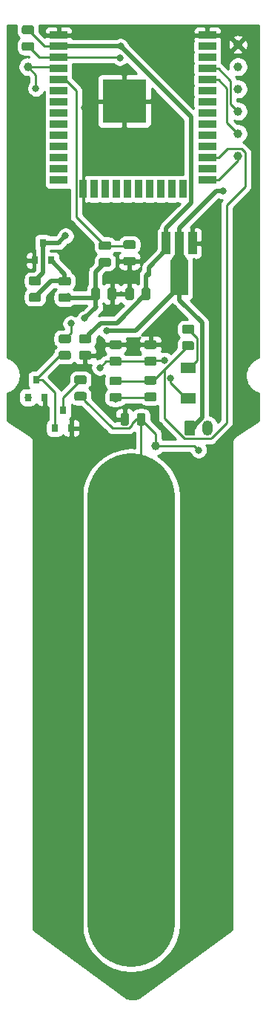
<source format=gbr>
G04 #@! TF.GenerationSoftware,KiCad,Pcbnew,(5.1.5)-3*
G04 #@! TF.CreationDate,2021-03-30T01:11:31+08:00*
G04 #@! TF.ProjectId,parasite,70617261-7369-4746-952e-6b696361645f,1.1.0*
G04 #@! TF.SameCoordinates,Original*
G04 #@! TF.FileFunction,Copper,L1,Top*
G04 #@! TF.FilePolarity,Positive*
%FSLAX46Y46*%
G04 Gerber Fmt 4.6, Leading zero omitted, Abs format (unit mm)*
G04 Created by KiCad (PCBNEW (5.1.5)-3) date 2021-03-30 01:11:31*
%MOMM*%
%LPD*%
G04 APERTURE LIST*
%ADD10C,0.100000*%
%ADD11C,1.000000*%
%ADD12R,0.800000X0.900000*%
%ADD13R,1.700000X1.300000*%
%ADD14O,1.200000X1.750000*%
%ADD15R,1.000000X2.500000*%
%ADD16R,2.000000X4.000000*%
%ADD17R,5.000000X5.000000*%
%ADD18R,2.000000X0.900000*%
%ADD19R,0.900000X2.000000*%
%ADD20C,0.800000*%
%ADD21C,0.250000*%
%ADD22C,0.500000*%
%ADD23C,10.000000*%
%ADD24C,0.254000*%
G04 APERTURE END LIST*
G04 #@! TA.AperFunction,SMDPad,CuDef*
D10*
G36*
X118080142Y-74988674D02*
G01*
X118103803Y-74992184D01*
X118127007Y-74997996D01*
X118149529Y-75006054D01*
X118171153Y-75016282D01*
X118191670Y-75028579D01*
X118210883Y-75042829D01*
X118228607Y-75058893D01*
X118244671Y-75076617D01*
X118258921Y-75095830D01*
X118271218Y-75116347D01*
X118281446Y-75137971D01*
X118289504Y-75160493D01*
X118295316Y-75183697D01*
X118298826Y-75207358D01*
X118300000Y-75231250D01*
X118300000Y-75718750D01*
X118298826Y-75742642D01*
X118295316Y-75766303D01*
X118289504Y-75789507D01*
X118281446Y-75812029D01*
X118271218Y-75833653D01*
X118258921Y-75854170D01*
X118244671Y-75873383D01*
X118228607Y-75891107D01*
X118210883Y-75907171D01*
X118191670Y-75921421D01*
X118171153Y-75933718D01*
X118149529Y-75943946D01*
X118127007Y-75952004D01*
X118103803Y-75957816D01*
X118080142Y-75961326D01*
X118056250Y-75962500D01*
X117143750Y-75962500D01*
X117119858Y-75961326D01*
X117096197Y-75957816D01*
X117072993Y-75952004D01*
X117050471Y-75943946D01*
X117028847Y-75933718D01*
X117008330Y-75921421D01*
X116989117Y-75907171D01*
X116971393Y-75891107D01*
X116955329Y-75873383D01*
X116941079Y-75854170D01*
X116928782Y-75833653D01*
X116918554Y-75812029D01*
X116910496Y-75789507D01*
X116904684Y-75766303D01*
X116901174Y-75742642D01*
X116900000Y-75718750D01*
X116900000Y-75231250D01*
X116901174Y-75207358D01*
X116904684Y-75183697D01*
X116910496Y-75160493D01*
X116918554Y-75137971D01*
X116928782Y-75116347D01*
X116941079Y-75095830D01*
X116955329Y-75076617D01*
X116971393Y-75058893D01*
X116989117Y-75042829D01*
X117008330Y-75028579D01*
X117028847Y-75016282D01*
X117050471Y-75006054D01*
X117072993Y-74997996D01*
X117096197Y-74992184D01*
X117119858Y-74988674D01*
X117143750Y-74987500D01*
X118056250Y-74987500D01*
X118080142Y-74988674D01*
G37*
G04 #@! TD.AperFunction*
G04 #@! TA.AperFunction,SMDPad,CuDef*
G36*
X118080142Y-73113674D02*
G01*
X118103803Y-73117184D01*
X118127007Y-73122996D01*
X118149529Y-73131054D01*
X118171153Y-73141282D01*
X118191670Y-73153579D01*
X118210883Y-73167829D01*
X118228607Y-73183893D01*
X118244671Y-73201617D01*
X118258921Y-73220830D01*
X118271218Y-73241347D01*
X118281446Y-73262971D01*
X118289504Y-73285493D01*
X118295316Y-73308697D01*
X118298826Y-73332358D01*
X118300000Y-73356250D01*
X118300000Y-73843750D01*
X118298826Y-73867642D01*
X118295316Y-73891303D01*
X118289504Y-73914507D01*
X118281446Y-73937029D01*
X118271218Y-73958653D01*
X118258921Y-73979170D01*
X118244671Y-73998383D01*
X118228607Y-74016107D01*
X118210883Y-74032171D01*
X118191670Y-74046421D01*
X118171153Y-74058718D01*
X118149529Y-74068946D01*
X118127007Y-74077004D01*
X118103803Y-74082816D01*
X118080142Y-74086326D01*
X118056250Y-74087500D01*
X117143750Y-74087500D01*
X117119858Y-74086326D01*
X117096197Y-74082816D01*
X117072993Y-74077004D01*
X117050471Y-74068946D01*
X117028847Y-74058718D01*
X117008330Y-74046421D01*
X116989117Y-74032171D01*
X116971393Y-74016107D01*
X116955329Y-73998383D01*
X116941079Y-73979170D01*
X116928782Y-73958653D01*
X116918554Y-73937029D01*
X116910496Y-73914507D01*
X116904684Y-73891303D01*
X116901174Y-73867642D01*
X116900000Y-73843750D01*
X116900000Y-73356250D01*
X116901174Y-73332358D01*
X116904684Y-73308697D01*
X116910496Y-73285493D01*
X116918554Y-73262971D01*
X116928782Y-73241347D01*
X116941079Y-73220830D01*
X116955329Y-73201617D01*
X116971393Y-73183893D01*
X116989117Y-73167829D01*
X117008330Y-73153579D01*
X117028847Y-73141282D01*
X117050471Y-73131054D01*
X117072993Y-73122996D01*
X117096197Y-73117184D01*
X117119858Y-73113674D01*
X117143750Y-73112500D01*
X118056250Y-73112500D01*
X118080142Y-73113674D01*
G37*
G04 #@! TD.AperFunction*
G04 #@! TA.AperFunction,SMDPad,CuDef*
G36*
X115280142Y-73238674D02*
G01*
X115303803Y-73242184D01*
X115327007Y-73247996D01*
X115349529Y-73256054D01*
X115371153Y-73266282D01*
X115391670Y-73278579D01*
X115410883Y-73292829D01*
X115428607Y-73308893D01*
X115444671Y-73326617D01*
X115458921Y-73345830D01*
X115471218Y-73366347D01*
X115481446Y-73387971D01*
X115489504Y-73410493D01*
X115495316Y-73433697D01*
X115498826Y-73457358D01*
X115500000Y-73481250D01*
X115500000Y-73968750D01*
X115498826Y-73992642D01*
X115495316Y-74016303D01*
X115489504Y-74039507D01*
X115481446Y-74062029D01*
X115471218Y-74083653D01*
X115458921Y-74104170D01*
X115444671Y-74123383D01*
X115428607Y-74141107D01*
X115410883Y-74157171D01*
X115391670Y-74171421D01*
X115371153Y-74183718D01*
X115349529Y-74193946D01*
X115327007Y-74202004D01*
X115303803Y-74207816D01*
X115280142Y-74211326D01*
X115256250Y-74212500D01*
X114343750Y-74212500D01*
X114319858Y-74211326D01*
X114296197Y-74207816D01*
X114272993Y-74202004D01*
X114250471Y-74193946D01*
X114228847Y-74183718D01*
X114208330Y-74171421D01*
X114189117Y-74157171D01*
X114171393Y-74141107D01*
X114155329Y-74123383D01*
X114141079Y-74104170D01*
X114128782Y-74083653D01*
X114118554Y-74062029D01*
X114110496Y-74039507D01*
X114104684Y-74016303D01*
X114101174Y-73992642D01*
X114100000Y-73968750D01*
X114100000Y-73481250D01*
X114101174Y-73457358D01*
X114104684Y-73433697D01*
X114110496Y-73410493D01*
X114118554Y-73387971D01*
X114128782Y-73366347D01*
X114141079Y-73345830D01*
X114155329Y-73326617D01*
X114171393Y-73308893D01*
X114189117Y-73292829D01*
X114208330Y-73278579D01*
X114228847Y-73266282D01*
X114250471Y-73256054D01*
X114272993Y-73247996D01*
X114296197Y-73242184D01*
X114319858Y-73238674D01*
X114343750Y-73237500D01*
X115256250Y-73237500D01*
X115280142Y-73238674D01*
G37*
G04 #@! TD.AperFunction*
G04 #@! TA.AperFunction,SMDPad,CuDef*
G36*
X115280142Y-75113674D02*
G01*
X115303803Y-75117184D01*
X115327007Y-75122996D01*
X115349529Y-75131054D01*
X115371153Y-75141282D01*
X115391670Y-75153579D01*
X115410883Y-75167829D01*
X115428607Y-75183893D01*
X115444671Y-75201617D01*
X115458921Y-75220830D01*
X115471218Y-75241347D01*
X115481446Y-75262971D01*
X115489504Y-75285493D01*
X115495316Y-75308697D01*
X115498826Y-75332358D01*
X115500000Y-75356250D01*
X115500000Y-75843750D01*
X115498826Y-75867642D01*
X115495316Y-75891303D01*
X115489504Y-75914507D01*
X115481446Y-75937029D01*
X115471218Y-75958653D01*
X115458921Y-75979170D01*
X115444671Y-75998383D01*
X115428607Y-76016107D01*
X115410883Y-76032171D01*
X115391670Y-76046421D01*
X115371153Y-76058718D01*
X115349529Y-76068946D01*
X115327007Y-76077004D01*
X115303803Y-76082816D01*
X115280142Y-76086326D01*
X115256250Y-76087500D01*
X114343750Y-76087500D01*
X114319858Y-76086326D01*
X114296197Y-76082816D01*
X114272993Y-76077004D01*
X114250471Y-76068946D01*
X114228847Y-76058718D01*
X114208330Y-76046421D01*
X114189117Y-76032171D01*
X114171393Y-76016107D01*
X114155329Y-75998383D01*
X114141079Y-75979170D01*
X114128782Y-75958653D01*
X114118554Y-75937029D01*
X114110496Y-75914507D01*
X114104684Y-75891303D01*
X114101174Y-75867642D01*
X114100000Y-75843750D01*
X114100000Y-75356250D01*
X114101174Y-75332358D01*
X114104684Y-75308697D01*
X114110496Y-75285493D01*
X114118554Y-75262971D01*
X114128782Y-75241347D01*
X114141079Y-75220830D01*
X114155329Y-75201617D01*
X114171393Y-75183893D01*
X114189117Y-75167829D01*
X114208330Y-75153579D01*
X114228847Y-75141282D01*
X114250471Y-75131054D01*
X114272993Y-75122996D01*
X114296197Y-75117184D01*
X114319858Y-75113674D01*
X114343750Y-75112500D01*
X115256250Y-75112500D01*
X115280142Y-75113674D01*
G37*
G04 #@! TD.AperFunction*
D11*
X130000000Y-50800000D03*
X130000000Y-53340000D03*
D12*
X110000000Y-92500000D03*
X110950000Y-94500000D03*
X109050000Y-94500000D03*
X106950000Y-89000000D03*
X107900000Y-91000000D03*
X106000000Y-91000000D03*
G04 #@! TA.AperFunction,SMDPad,CuDef*
D10*
G36*
X119205142Y-92801174D02*
G01*
X119228803Y-92804684D01*
X119252007Y-92810496D01*
X119274529Y-92818554D01*
X119296153Y-92828782D01*
X119316670Y-92841079D01*
X119335883Y-92855329D01*
X119353607Y-92871393D01*
X119369671Y-92889117D01*
X119383921Y-92908330D01*
X119396218Y-92928847D01*
X119406446Y-92950471D01*
X119414504Y-92972993D01*
X119420316Y-92996197D01*
X119423826Y-93019858D01*
X119425000Y-93043750D01*
X119425000Y-93956250D01*
X119423826Y-93980142D01*
X119420316Y-94003803D01*
X119414504Y-94027007D01*
X119406446Y-94049529D01*
X119396218Y-94071153D01*
X119383921Y-94091670D01*
X119369671Y-94110883D01*
X119353607Y-94128607D01*
X119335883Y-94144671D01*
X119316670Y-94158921D01*
X119296153Y-94171218D01*
X119274529Y-94181446D01*
X119252007Y-94189504D01*
X119228803Y-94195316D01*
X119205142Y-94198826D01*
X119181250Y-94200000D01*
X118693750Y-94200000D01*
X118669858Y-94198826D01*
X118646197Y-94195316D01*
X118622993Y-94189504D01*
X118600471Y-94181446D01*
X118578847Y-94171218D01*
X118558330Y-94158921D01*
X118539117Y-94144671D01*
X118521393Y-94128607D01*
X118505329Y-94110883D01*
X118491079Y-94091670D01*
X118478782Y-94071153D01*
X118468554Y-94049529D01*
X118460496Y-94027007D01*
X118454684Y-94003803D01*
X118451174Y-93980142D01*
X118450000Y-93956250D01*
X118450000Y-93043750D01*
X118451174Y-93019858D01*
X118454684Y-92996197D01*
X118460496Y-92972993D01*
X118468554Y-92950471D01*
X118478782Y-92928847D01*
X118491079Y-92908330D01*
X118505329Y-92889117D01*
X118521393Y-92871393D01*
X118539117Y-92855329D01*
X118558330Y-92841079D01*
X118578847Y-92828782D01*
X118600471Y-92818554D01*
X118622993Y-92810496D01*
X118646197Y-92804684D01*
X118669858Y-92801174D01*
X118693750Y-92800000D01*
X119181250Y-92800000D01*
X119205142Y-92801174D01*
G37*
G04 #@! TD.AperFunction*
G04 #@! TA.AperFunction,SMDPad,CuDef*
G36*
X117330142Y-92801174D02*
G01*
X117353803Y-92804684D01*
X117377007Y-92810496D01*
X117399529Y-92818554D01*
X117421153Y-92828782D01*
X117441670Y-92841079D01*
X117460883Y-92855329D01*
X117478607Y-92871393D01*
X117494671Y-92889117D01*
X117508921Y-92908330D01*
X117521218Y-92928847D01*
X117531446Y-92950471D01*
X117539504Y-92972993D01*
X117545316Y-92996197D01*
X117548826Y-93019858D01*
X117550000Y-93043750D01*
X117550000Y-93956250D01*
X117548826Y-93980142D01*
X117545316Y-94003803D01*
X117539504Y-94027007D01*
X117531446Y-94049529D01*
X117521218Y-94071153D01*
X117508921Y-94091670D01*
X117494671Y-94110883D01*
X117478607Y-94128607D01*
X117460883Y-94144671D01*
X117441670Y-94158921D01*
X117421153Y-94171218D01*
X117399529Y-94181446D01*
X117377007Y-94189504D01*
X117353803Y-94195316D01*
X117330142Y-94198826D01*
X117306250Y-94200000D01*
X116818750Y-94200000D01*
X116794858Y-94198826D01*
X116771197Y-94195316D01*
X116747993Y-94189504D01*
X116725471Y-94181446D01*
X116703847Y-94171218D01*
X116683330Y-94158921D01*
X116664117Y-94144671D01*
X116646393Y-94128607D01*
X116630329Y-94110883D01*
X116616079Y-94091670D01*
X116603782Y-94071153D01*
X116593554Y-94049529D01*
X116585496Y-94027007D01*
X116579684Y-94003803D01*
X116576174Y-93980142D01*
X116575000Y-93956250D01*
X116575000Y-93043750D01*
X116576174Y-93019858D01*
X116579684Y-92996197D01*
X116585496Y-92972993D01*
X116593554Y-92950471D01*
X116603782Y-92928847D01*
X116616079Y-92908330D01*
X116630329Y-92889117D01*
X116646393Y-92871393D01*
X116664117Y-92855329D01*
X116683330Y-92841079D01*
X116703847Y-92828782D01*
X116725471Y-92818554D01*
X116747993Y-92810496D01*
X116771197Y-92804684D01*
X116794858Y-92801174D01*
X116818750Y-92800000D01*
X117306250Y-92800000D01*
X117330142Y-92801174D01*
G37*
G04 #@! TD.AperFunction*
G04 #@! TA.AperFunction,SMDPad,CuDef*
G36*
X120480142Y-84513674D02*
G01*
X120503803Y-84517184D01*
X120527007Y-84522996D01*
X120549529Y-84531054D01*
X120571153Y-84541282D01*
X120591670Y-84553579D01*
X120610883Y-84567829D01*
X120628607Y-84583893D01*
X120644671Y-84601617D01*
X120658921Y-84620830D01*
X120671218Y-84641347D01*
X120681446Y-84662971D01*
X120689504Y-84685493D01*
X120695316Y-84708697D01*
X120698826Y-84732358D01*
X120700000Y-84756250D01*
X120700000Y-85243750D01*
X120698826Y-85267642D01*
X120695316Y-85291303D01*
X120689504Y-85314507D01*
X120681446Y-85337029D01*
X120671218Y-85358653D01*
X120658921Y-85379170D01*
X120644671Y-85398383D01*
X120628607Y-85416107D01*
X120610883Y-85432171D01*
X120591670Y-85446421D01*
X120571153Y-85458718D01*
X120549529Y-85468946D01*
X120527007Y-85477004D01*
X120503803Y-85482816D01*
X120480142Y-85486326D01*
X120456250Y-85487500D01*
X119543750Y-85487500D01*
X119519858Y-85486326D01*
X119496197Y-85482816D01*
X119472993Y-85477004D01*
X119450471Y-85468946D01*
X119428847Y-85458718D01*
X119408330Y-85446421D01*
X119389117Y-85432171D01*
X119371393Y-85416107D01*
X119355329Y-85398383D01*
X119341079Y-85379170D01*
X119328782Y-85358653D01*
X119318554Y-85337029D01*
X119310496Y-85314507D01*
X119304684Y-85291303D01*
X119301174Y-85267642D01*
X119300000Y-85243750D01*
X119300000Y-84756250D01*
X119301174Y-84732358D01*
X119304684Y-84708697D01*
X119310496Y-84685493D01*
X119318554Y-84662971D01*
X119328782Y-84641347D01*
X119341079Y-84620830D01*
X119355329Y-84601617D01*
X119371393Y-84583893D01*
X119389117Y-84567829D01*
X119408330Y-84553579D01*
X119428847Y-84541282D01*
X119450471Y-84531054D01*
X119472993Y-84522996D01*
X119496197Y-84517184D01*
X119519858Y-84513674D01*
X119543750Y-84512500D01*
X120456250Y-84512500D01*
X120480142Y-84513674D01*
G37*
G04 #@! TD.AperFunction*
G04 #@! TA.AperFunction,SMDPad,CuDef*
G36*
X120480142Y-86388674D02*
G01*
X120503803Y-86392184D01*
X120527007Y-86397996D01*
X120549529Y-86406054D01*
X120571153Y-86416282D01*
X120591670Y-86428579D01*
X120610883Y-86442829D01*
X120628607Y-86458893D01*
X120644671Y-86476617D01*
X120658921Y-86495830D01*
X120671218Y-86516347D01*
X120681446Y-86537971D01*
X120689504Y-86560493D01*
X120695316Y-86583697D01*
X120698826Y-86607358D01*
X120700000Y-86631250D01*
X120700000Y-87118750D01*
X120698826Y-87142642D01*
X120695316Y-87166303D01*
X120689504Y-87189507D01*
X120681446Y-87212029D01*
X120671218Y-87233653D01*
X120658921Y-87254170D01*
X120644671Y-87273383D01*
X120628607Y-87291107D01*
X120610883Y-87307171D01*
X120591670Y-87321421D01*
X120571153Y-87333718D01*
X120549529Y-87343946D01*
X120527007Y-87352004D01*
X120503803Y-87357816D01*
X120480142Y-87361326D01*
X120456250Y-87362500D01*
X119543750Y-87362500D01*
X119519858Y-87361326D01*
X119496197Y-87357816D01*
X119472993Y-87352004D01*
X119450471Y-87343946D01*
X119428847Y-87333718D01*
X119408330Y-87321421D01*
X119389117Y-87307171D01*
X119371393Y-87291107D01*
X119355329Y-87273383D01*
X119341079Y-87254170D01*
X119328782Y-87233653D01*
X119318554Y-87212029D01*
X119310496Y-87189507D01*
X119304684Y-87166303D01*
X119301174Y-87142642D01*
X119300000Y-87118750D01*
X119300000Y-86631250D01*
X119301174Y-86607358D01*
X119304684Y-86583697D01*
X119310496Y-86560493D01*
X119318554Y-86537971D01*
X119328782Y-86516347D01*
X119341079Y-86495830D01*
X119355329Y-86476617D01*
X119371393Y-86458893D01*
X119389117Y-86442829D01*
X119408330Y-86428579D01*
X119428847Y-86416282D01*
X119450471Y-86406054D01*
X119472993Y-86397996D01*
X119496197Y-86392184D01*
X119519858Y-86388674D01*
X119543750Y-86387500D01*
X120456250Y-86387500D01*
X120480142Y-86388674D01*
G37*
G04 #@! TD.AperFunction*
G04 #@! TA.AperFunction,SMDPad,CuDef*
G36*
X113017642Y-83838674D02*
G01*
X113041303Y-83842184D01*
X113064507Y-83847996D01*
X113087029Y-83856054D01*
X113108653Y-83866282D01*
X113129170Y-83878579D01*
X113148383Y-83892829D01*
X113166107Y-83908893D01*
X113182171Y-83926617D01*
X113196421Y-83945830D01*
X113208718Y-83966347D01*
X113218946Y-83987971D01*
X113227004Y-84010493D01*
X113232816Y-84033697D01*
X113236326Y-84057358D01*
X113237500Y-84081250D01*
X113237500Y-84568750D01*
X113236326Y-84592642D01*
X113232816Y-84616303D01*
X113227004Y-84639507D01*
X113218946Y-84662029D01*
X113208718Y-84683653D01*
X113196421Y-84704170D01*
X113182171Y-84723383D01*
X113166107Y-84741107D01*
X113148383Y-84757171D01*
X113129170Y-84771421D01*
X113108653Y-84783718D01*
X113087029Y-84793946D01*
X113064507Y-84802004D01*
X113041303Y-84807816D01*
X113017642Y-84811326D01*
X112993750Y-84812500D01*
X112081250Y-84812500D01*
X112057358Y-84811326D01*
X112033697Y-84807816D01*
X112010493Y-84802004D01*
X111987971Y-84793946D01*
X111966347Y-84783718D01*
X111945830Y-84771421D01*
X111926617Y-84757171D01*
X111908893Y-84741107D01*
X111892829Y-84723383D01*
X111878579Y-84704170D01*
X111866282Y-84683653D01*
X111856054Y-84662029D01*
X111847996Y-84639507D01*
X111842184Y-84616303D01*
X111838674Y-84592642D01*
X111837500Y-84568750D01*
X111837500Y-84081250D01*
X111838674Y-84057358D01*
X111842184Y-84033697D01*
X111847996Y-84010493D01*
X111856054Y-83987971D01*
X111866282Y-83966347D01*
X111878579Y-83945830D01*
X111892829Y-83926617D01*
X111908893Y-83908893D01*
X111926617Y-83892829D01*
X111945830Y-83878579D01*
X111966347Y-83866282D01*
X111987971Y-83856054D01*
X112010493Y-83847996D01*
X112033697Y-83842184D01*
X112057358Y-83838674D01*
X112081250Y-83837500D01*
X112993750Y-83837500D01*
X113017642Y-83838674D01*
G37*
G04 #@! TD.AperFunction*
G04 #@! TA.AperFunction,SMDPad,CuDef*
G36*
X113017642Y-85713674D02*
G01*
X113041303Y-85717184D01*
X113064507Y-85722996D01*
X113087029Y-85731054D01*
X113108653Y-85741282D01*
X113129170Y-85753579D01*
X113148383Y-85767829D01*
X113166107Y-85783893D01*
X113182171Y-85801617D01*
X113196421Y-85820830D01*
X113208718Y-85841347D01*
X113218946Y-85862971D01*
X113227004Y-85885493D01*
X113232816Y-85908697D01*
X113236326Y-85932358D01*
X113237500Y-85956250D01*
X113237500Y-86443750D01*
X113236326Y-86467642D01*
X113232816Y-86491303D01*
X113227004Y-86514507D01*
X113218946Y-86537029D01*
X113208718Y-86558653D01*
X113196421Y-86579170D01*
X113182171Y-86598383D01*
X113166107Y-86616107D01*
X113148383Y-86632171D01*
X113129170Y-86646421D01*
X113108653Y-86658718D01*
X113087029Y-86668946D01*
X113064507Y-86677004D01*
X113041303Y-86682816D01*
X113017642Y-86686326D01*
X112993750Y-86687500D01*
X112081250Y-86687500D01*
X112057358Y-86686326D01*
X112033697Y-86682816D01*
X112010493Y-86677004D01*
X111987971Y-86668946D01*
X111966347Y-86658718D01*
X111945830Y-86646421D01*
X111926617Y-86632171D01*
X111908893Y-86616107D01*
X111892829Y-86598383D01*
X111878579Y-86579170D01*
X111866282Y-86558653D01*
X111856054Y-86537029D01*
X111847996Y-86514507D01*
X111842184Y-86491303D01*
X111838674Y-86467642D01*
X111837500Y-86443750D01*
X111837500Y-85956250D01*
X111838674Y-85932358D01*
X111842184Y-85908697D01*
X111847996Y-85885493D01*
X111856054Y-85862971D01*
X111866282Y-85841347D01*
X111878579Y-85820830D01*
X111892829Y-85801617D01*
X111908893Y-85783893D01*
X111926617Y-85767829D01*
X111945830Y-85753579D01*
X111966347Y-85741282D01*
X111987971Y-85731054D01*
X112010493Y-85722996D01*
X112033697Y-85717184D01*
X112057358Y-85713674D01*
X112081250Y-85712500D01*
X112993750Y-85712500D01*
X113017642Y-85713674D01*
G37*
G04 #@! TD.AperFunction*
G04 #@! TA.AperFunction,SMDPad,CuDef*
G36*
X113992642Y-78501174D02*
G01*
X114016303Y-78504684D01*
X114039507Y-78510496D01*
X114062029Y-78518554D01*
X114083653Y-78528782D01*
X114104170Y-78541079D01*
X114123383Y-78555329D01*
X114141107Y-78571393D01*
X114157171Y-78589117D01*
X114171421Y-78608330D01*
X114183718Y-78628847D01*
X114193946Y-78650471D01*
X114202004Y-78672993D01*
X114207816Y-78696197D01*
X114211326Y-78719858D01*
X114212500Y-78743750D01*
X114212500Y-79656250D01*
X114211326Y-79680142D01*
X114207816Y-79703803D01*
X114202004Y-79727007D01*
X114193946Y-79749529D01*
X114183718Y-79771153D01*
X114171421Y-79791670D01*
X114157171Y-79810883D01*
X114141107Y-79828607D01*
X114123383Y-79844671D01*
X114104170Y-79858921D01*
X114083653Y-79871218D01*
X114062029Y-79881446D01*
X114039507Y-79889504D01*
X114016303Y-79895316D01*
X113992642Y-79898826D01*
X113968750Y-79900000D01*
X113481250Y-79900000D01*
X113457358Y-79898826D01*
X113433697Y-79895316D01*
X113410493Y-79889504D01*
X113387971Y-79881446D01*
X113366347Y-79871218D01*
X113345830Y-79858921D01*
X113326617Y-79844671D01*
X113308893Y-79828607D01*
X113292829Y-79810883D01*
X113278579Y-79791670D01*
X113266282Y-79771153D01*
X113256054Y-79749529D01*
X113247996Y-79727007D01*
X113242184Y-79703803D01*
X113238674Y-79680142D01*
X113237500Y-79656250D01*
X113237500Y-78743750D01*
X113238674Y-78719858D01*
X113242184Y-78696197D01*
X113247996Y-78672993D01*
X113256054Y-78650471D01*
X113266282Y-78628847D01*
X113278579Y-78608330D01*
X113292829Y-78589117D01*
X113308893Y-78571393D01*
X113326617Y-78555329D01*
X113345830Y-78541079D01*
X113366347Y-78528782D01*
X113387971Y-78518554D01*
X113410493Y-78510496D01*
X113433697Y-78504684D01*
X113457358Y-78501174D01*
X113481250Y-78500000D01*
X113968750Y-78500000D01*
X113992642Y-78501174D01*
G37*
G04 #@! TD.AperFunction*
G04 #@! TA.AperFunction,SMDPad,CuDef*
G36*
X115867642Y-78501174D02*
G01*
X115891303Y-78504684D01*
X115914507Y-78510496D01*
X115937029Y-78518554D01*
X115958653Y-78528782D01*
X115979170Y-78541079D01*
X115998383Y-78555329D01*
X116016107Y-78571393D01*
X116032171Y-78589117D01*
X116046421Y-78608330D01*
X116058718Y-78628847D01*
X116068946Y-78650471D01*
X116077004Y-78672993D01*
X116082816Y-78696197D01*
X116086326Y-78719858D01*
X116087500Y-78743750D01*
X116087500Y-79656250D01*
X116086326Y-79680142D01*
X116082816Y-79703803D01*
X116077004Y-79727007D01*
X116068946Y-79749529D01*
X116058718Y-79771153D01*
X116046421Y-79791670D01*
X116032171Y-79810883D01*
X116016107Y-79828607D01*
X115998383Y-79844671D01*
X115979170Y-79858921D01*
X115958653Y-79871218D01*
X115937029Y-79881446D01*
X115914507Y-79889504D01*
X115891303Y-79895316D01*
X115867642Y-79898826D01*
X115843750Y-79900000D01*
X115356250Y-79900000D01*
X115332358Y-79898826D01*
X115308697Y-79895316D01*
X115285493Y-79889504D01*
X115262971Y-79881446D01*
X115241347Y-79871218D01*
X115220830Y-79858921D01*
X115201617Y-79844671D01*
X115183893Y-79828607D01*
X115167829Y-79810883D01*
X115153579Y-79791670D01*
X115141282Y-79771153D01*
X115131054Y-79749529D01*
X115122996Y-79727007D01*
X115117184Y-79703803D01*
X115113674Y-79680142D01*
X115112500Y-79656250D01*
X115112500Y-78743750D01*
X115113674Y-78719858D01*
X115117184Y-78696197D01*
X115122996Y-78672993D01*
X115131054Y-78650471D01*
X115141282Y-78628847D01*
X115153579Y-78608330D01*
X115167829Y-78589117D01*
X115183893Y-78571393D01*
X115201617Y-78555329D01*
X115220830Y-78541079D01*
X115241347Y-78528782D01*
X115262971Y-78518554D01*
X115285493Y-78510496D01*
X115308697Y-78504684D01*
X115332358Y-78501174D01*
X115356250Y-78500000D01*
X115843750Y-78500000D01*
X115867642Y-78501174D01*
G37*
G04 #@! TD.AperFunction*
G04 #@! TA.AperFunction,SMDPad,CuDef*
G36*
X117892642Y-78501174D02*
G01*
X117916303Y-78504684D01*
X117939507Y-78510496D01*
X117962029Y-78518554D01*
X117983653Y-78528782D01*
X118004170Y-78541079D01*
X118023383Y-78555329D01*
X118041107Y-78571393D01*
X118057171Y-78589117D01*
X118071421Y-78608330D01*
X118083718Y-78628847D01*
X118093946Y-78650471D01*
X118102004Y-78672993D01*
X118107816Y-78696197D01*
X118111326Y-78719858D01*
X118112500Y-78743750D01*
X118112500Y-79656250D01*
X118111326Y-79680142D01*
X118107816Y-79703803D01*
X118102004Y-79727007D01*
X118093946Y-79749529D01*
X118083718Y-79771153D01*
X118071421Y-79791670D01*
X118057171Y-79810883D01*
X118041107Y-79828607D01*
X118023383Y-79844671D01*
X118004170Y-79858921D01*
X117983653Y-79871218D01*
X117962029Y-79881446D01*
X117939507Y-79889504D01*
X117916303Y-79895316D01*
X117892642Y-79898826D01*
X117868750Y-79900000D01*
X117381250Y-79900000D01*
X117357358Y-79898826D01*
X117333697Y-79895316D01*
X117310493Y-79889504D01*
X117287971Y-79881446D01*
X117266347Y-79871218D01*
X117245830Y-79858921D01*
X117226617Y-79844671D01*
X117208893Y-79828607D01*
X117192829Y-79810883D01*
X117178579Y-79791670D01*
X117166282Y-79771153D01*
X117156054Y-79749529D01*
X117147996Y-79727007D01*
X117142184Y-79703803D01*
X117138674Y-79680142D01*
X117137500Y-79656250D01*
X117137500Y-78743750D01*
X117138674Y-78719858D01*
X117142184Y-78696197D01*
X117147996Y-78672993D01*
X117156054Y-78650471D01*
X117166282Y-78628847D01*
X117178579Y-78608330D01*
X117192829Y-78589117D01*
X117208893Y-78571393D01*
X117226617Y-78555329D01*
X117245830Y-78541079D01*
X117266347Y-78528782D01*
X117287971Y-78518554D01*
X117310493Y-78510496D01*
X117333697Y-78504684D01*
X117357358Y-78501174D01*
X117381250Y-78500000D01*
X117868750Y-78500000D01*
X117892642Y-78501174D01*
G37*
G04 #@! TD.AperFunction*
G04 #@! TA.AperFunction,SMDPad,CuDef*
G36*
X119767642Y-78501174D02*
G01*
X119791303Y-78504684D01*
X119814507Y-78510496D01*
X119837029Y-78518554D01*
X119858653Y-78528782D01*
X119879170Y-78541079D01*
X119898383Y-78555329D01*
X119916107Y-78571393D01*
X119932171Y-78589117D01*
X119946421Y-78608330D01*
X119958718Y-78628847D01*
X119968946Y-78650471D01*
X119977004Y-78672993D01*
X119982816Y-78696197D01*
X119986326Y-78719858D01*
X119987500Y-78743750D01*
X119987500Y-79656250D01*
X119986326Y-79680142D01*
X119982816Y-79703803D01*
X119977004Y-79727007D01*
X119968946Y-79749529D01*
X119958718Y-79771153D01*
X119946421Y-79791670D01*
X119932171Y-79810883D01*
X119916107Y-79828607D01*
X119898383Y-79844671D01*
X119879170Y-79858921D01*
X119858653Y-79871218D01*
X119837029Y-79881446D01*
X119814507Y-79889504D01*
X119791303Y-79895316D01*
X119767642Y-79898826D01*
X119743750Y-79900000D01*
X119256250Y-79900000D01*
X119232358Y-79898826D01*
X119208697Y-79895316D01*
X119185493Y-79889504D01*
X119162971Y-79881446D01*
X119141347Y-79871218D01*
X119120830Y-79858921D01*
X119101617Y-79844671D01*
X119083893Y-79828607D01*
X119067829Y-79810883D01*
X119053579Y-79791670D01*
X119041282Y-79771153D01*
X119031054Y-79749529D01*
X119022996Y-79727007D01*
X119017184Y-79703803D01*
X119013674Y-79680142D01*
X119012500Y-79656250D01*
X119012500Y-78743750D01*
X119013674Y-78719858D01*
X119017184Y-78696197D01*
X119022996Y-78672993D01*
X119031054Y-78650471D01*
X119041282Y-78628847D01*
X119053579Y-78608330D01*
X119067829Y-78589117D01*
X119083893Y-78571393D01*
X119101617Y-78555329D01*
X119120830Y-78541079D01*
X119141347Y-78528782D01*
X119162971Y-78518554D01*
X119185493Y-78510496D01*
X119208697Y-78504684D01*
X119232358Y-78501174D01*
X119256250Y-78500000D01*
X119743750Y-78500000D01*
X119767642Y-78501174D01*
G37*
G04 #@! TD.AperFunction*
D13*
X124300000Y-91100000D03*
X124300000Y-87600000D03*
D14*
X126500000Y-94500000D03*
G04 #@! TA.AperFunction,ComponentPad*
D10*
G36*
X124874505Y-93626204D02*
G01*
X124898773Y-93629804D01*
X124922572Y-93635765D01*
X124945671Y-93644030D01*
X124967850Y-93654520D01*
X124988893Y-93667132D01*
X125008599Y-93681747D01*
X125026777Y-93698223D01*
X125043253Y-93716401D01*
X125057868Y-93736107D01*
X125070480Y-93757150D01*
X125080970Y-93779329D01*
X125089235Y-93802428D01*
X125095196Y-93826227D01*
X125098796Y-93850495D01*
X125100000Y-93874999D01*
X125100000Y-95125001D01*
X125098796Y-95149505D01*
X125095196Y-95173773D01*
X125089235Y-95197572D01*
X125080970Y-95220671D01*
X125070480Y-95242850D01*
X125057868Y-95263893D01*
X125043253Y-95283599D01*
X125026777Y-95301777D01*
X125008599Y-95318253D01*
X124988893Y-95332868D01*
X124967850Y-95345480D01*
X124945671Y-95355970D01*
X124922572Y-95364235D01*
X124898773Y-95370196D01*
X124874505Y-95373796D01*
X124850001Y-95375000D01*
X124149999Y-95375000D01*
X124125495Y-95373796D01*
X124101227Y-95370196D01*
X124077428Y-95364235D01*
X124054329Y-95355970D01*
X124032150Y-95345480D01*
X124011107Y-95332868D01*
X123991401Y-95318253D01*
X123973223Y-95301777D01*
X123956747Y-95283599D01*
X123942132Y-95263893D01*
X123929520Y-95242850D01*
X123919030Y-95220671D01*
X123910765Y-95197572D01*
X123904804Y-95173773D01*
X123901204Y-95149505D01*
X123900000Y-95125001D01*
X123900000Y-93874999D01*
X123901204Y-93850495D01*
X123904804Y-93826227D01*
X123910765Y-93802428D01*
X123919030Y-93779329D01*
X123929520Y-93757150D01*
X123942132Y-93736107D01*
X123956747Y-93716401D01*
X123973223Y-93698223D01*
X123991401Y-93681747D01*
X124011107Y-93667132D01*
X124032150Y-93654520D01*
X124054329Y-93644030D01*
X124077428Y-93635765D01*
X124101227Y-93629804D01*
X124125495Y-93626204D01*
X124149999Y-93625000D01*
X124850001Y-93625000D01*
X124874505Y-93626204D01*
G37*
G04 #@! TD.AperFunction*
D15*
X124800000Y-73440000D03*
X123300000Y-73440000D03*
X121800000Y-73440000D03*
D16*
X123300000Y-77400000D03*
G04 #@! TA.AperFunction,SMDPad,CuDef*
D10*
G36*
X122300000Y-75425000D02*
G01*
X122800000Y-74675000D01*
X123800000Y-74675000D01*
X124300000Y-75425000D01*
X122300000Y-75425000D01*
G37*
G04 #@! TD.AperFunction*
D17*
X117000000Y-57245000D03*
D18*
X109500000Y-49745000D03*
X109500000Y-51015000D03*
X109500000Y-52285000D03*
X109500000Y-53555000D03*
X109500000Y-54825000D03*
X109500000Y-56095000D03*
X109500000Y-57365000D03*
X109500000Y-58635000D03*
X109500000Y-59905000D03*
X109500000Y-61175000D03*
X109500000Y-62445000D03*
X109500000Y-63715000D03*
X109500000Y-64985000D03*
X109500000Y-66255000D03*
D19*
X112285000Y-67255000D03*
X113555000Y-67255000D03*
X114825000Y-67255000D03*
X116095000Y-67255000D03*
X117365000Y-67255000D03*
X118635000Y-67255000D03*
X119905000Y-67255000D03*
X121175000Y-67255000D03*
X122445000Y-67255000D03*
X123715000Y-67255000D03*
D18*
X126500000Y-66255000D03*
X126500000Y-64985000D03*
X126500000Y-63715000D03*
X126500000Y-62445000D03*
X126500000Y-61175000D03*
X126500000Y-59905000D03*
X126500000Y-58635000D03*
X126500000Y-57365000D03*
X126500000Y-56095000D03*
X126500000Y-54825000D03*
X126500000Y-53555000D03*
X126500000Y-52285000D03*
X126500000Y-51015000D03*
X126500000Y-49745000D03*
G04 #@! TA.AperFunction,SMDPad,CuDef*
D10*
G36*
X124780142Y-82738674D02*
G01*
X124803803Y-82742184D01*
X124827007Y-82747996D01*
X124849529Y-82756054D01*
X124871153Y-82766282D01*
X124891670Y-82778579D01*
X124910883Y-82792829D01*
X124928607Y-82808893D01*
X124944671Y-82826617D01*
X124958921Y-82845830D01*
X124971218Y-82866347D01*
X124981446Y-82887971D01*
X124989504Y-82910493D01*
X124995316Y-82933697D01*
X124998826Y-82957358D01*
X125000000Y-82981250D01*
X125000000Y-83468750D01*
X124998826Y-83492642D01*
X124995316Y-83516303D01*
X124989504Y-83539507D01*
X124981446Y-83562029D01*
X124971218Y-83583653D01*
X124958921Y-83604170D01*
X124944671Y-83623383D01*
X124928607Y-83641107D01*
X124910883Y-83657171D01*
X124891670Y-83671421D01*
X124871153Y-83683718D01*
X124849529Y-83693946D01*
X124827007Y-83702004D01*
X124803803Y-83707816D01*
X124780142Y-83711326D01*
X124756250Y-83712500D01*
X123843750Y-83712500D01*
X123819858Y-83711326D01*
X123796197Y-83707816D01*
X123772993Y-83702004D01*
X123750471Y-83693946D01*
X123728847Y-83683718D01*
X123708330Y-83671421D01*
X123689117Y-83657171D01*
X123671393Y-83641107D01*
X123655329Y-83623383D01*
X123641079Y-83604170D01*
X123628782Y-83583653D01*
X123618554Y-83562029D01*
X123610496Y-83539507D01*
X123604684Y-83516303D01*
X123601174Y-83492642D01*
X123600000Y-83468750D01*
X123600000Y-82981250D01*
X123601174Y-82957358D01*
X123604684Y-82933697D01*
X123610496Y-82910493D01*
X123618554Y-82887971D01*
X123628782Y-82866347D01*
X123641079Y-82845830D01*
X123655329Y-82826617D01*
X123671393Y-82808893D01*
X123689117Y-82792829D01*
X123708330Y-82778579D01*
X123728847Y-82766282D01*
X123750471Y-82756054D01*
X123772993Y-82747996D01*
X123796197Y-82742184D01*
X123819858Y-82738674D01*
X123843750Y-82737500D01*
X124756250Y-82737500D01*
X124780142Y-82738674D01*
G37*
G04 #@! TD.AperFunction*
G04 #@! TA.AperFunction,SMDPad,CuDef*
G36*
X124780142Y-84613674D02*
G01*
X124803803Y-84617184D01*
X124827007Y-84622996D01*
X124849529Y-84631054D01*
X124871153Y-84641282D01*
X124891670Y-84653579D01*
X124910883Y-84667829D01*
X124928607Y-84683893D01*
X124944671Y-84701617D01*
X124958921Y-84720830D01*
X124971218Y-84741347D01*
X124981446Y-84762971D01*
X124989504Y-84785493D01*
X124995316Y-84808697D01*
X124998826Y-84832358D01*
X125000000Y-84856250D01*
X125000000Y-85343750D01*
X124998826Y-85367642D01*
X124995316Y-85391303D01*
X124989504Y-85414507D01*
X124981446Y-85437029D01*
X124971218Y-85458653D01*
X124958921Y-85479170D01*
X124944671Y-85498383D01*
X124928607Y-85516107D01*
X124910883Y-85532171D01*
X124891670Y-85546421D01*
X124871153Y-85558718D01*
X124849529Y-85568946D01*
X124827007Y-85577004D01*
X124803803Y-85582816D01*
X124780142Y-85586326D01*
X124756250Y-85587500D01*
X123843750Y-85587500D01*
X123819858Y-85586326D01*
X123796197Y-85582816D01*
X123772993Y-85577004D01*
X123750471Y-85568946D01*
X123728847Y-85558718D01*
X123708330Y-85546421D01*
X123689117Y-85532171D01*
X123671393Y-85516107D01*
X123655329Y-85498383D01*
X123641079Y-85479170D01*
X123628782Y-85458653D01*
X123618554Y-85437029D01*
X123610496Y-85414507D01*
X123604684Y-85391303D01*
X123601174Y-85367642D01*
X123600000Y-85343750D01*
X123600000Y-84856250D01*
X123601174Y-84832358D01*
X123604684Y-84808697D01*
X123610496Y-84785493D01*
X123618554Y-84762971D01*
X123628782Y-84741347D01*
X123641079Y-84720830D01*
X123655329Y-84701617D01*
X123671393Y-84683893D01*
X123689117Y-84667829D01*
X123708330Y-84653579D01*
X123728847Y-84641282D01*
X123750471Y-84631054D01*
X123772993Y-84622996D01*
X123796197Y-84617184D01*
X123819858Y-84613674D01*
X123843750Y-84612500D01*
X124756250Y-84612500D01*
X124780142Y-84613674D01*
G37*
G04 #@! TD.AperFunction*
G04 #@! TA.AperFunction,SMDPad,CuDef*
G36*
X106480142Y-48638674D02*
G01*
X106503803Y-48642184D01*
X106527007Y-48647996D01*
X106549529Y-48656054D01*
X106571153Y-48666282D01*
X106591670Y-48678579D01*
X106610883Y-48692829D01*
X106628607Y-48708893D01*
X106644671Y-48726617D01*
X106658921Y-48745830D01*
X106671218Y-48766347D01*
X106681446Y-48787971D01*
X106689504Y-48810493D01*
X106695316Y-48833697D01*
X106698826Y-48857358D01*
X106700000Y-48881250D01*
X106700000Y-49368750D01*
X106698826Y-49392642D01*
X106695316Y-49416303D01*
X106689504Y-49439507D01*
X106681446Y-49462029D01*
X106671218Y-49483653D01*
X106658921Y-49504170D01*
X106644671Y-49523383D01*
X106628607Y-49541107D01*
X106610883Y-49557171D01*
X106591670Y-49571421D01*
X106571153Y-49583718D01*
X106549529Y-49593946D01*
X106527007Y-49602004D01*
X106503803Y-49607816D01*
X106480142Y-49611326D01*
X106456250Y-49612500D01*
X105543750Y-49612500D01*
X105519858Y-49611326D01*
X105496197Y-49607816D01*
X105472993Y-49602004D01*
X105450471Y-49593946D01*
X105428847Y-49583718D01*
X105408330Y-49571421D01*
X105389117Y-49557171D01*
X105371393Y-49541107D01*
X105355329Y-49523383D01*
X105341079Y-49504170D01*
X105328782Y-49483653D01*
X105318554Y-49462029D01*
X105310496Y-49439507D01*
X105304684Y-49416303D01*
X105301174Y-49392642D01*
X105300000Y-49368750D01*
X105300000Y-48881250D01*
X105301174Y-48857358D01*
X105304684Y-48833697D01*
X105310496Y-48810493D01*
X105318554Y-48787971D01*
X105328782Y-48766347D01*
X105341079Y-48745830D01*
X105355329Y-48726617D01*
X105371393Y-48708893D01*
X105389117Y-48692829D01*
X105408330Y-48678579D01*
X105428847Y-48666282D01*
X105450471Y-48656054D01*
X105472993Y-48647996D01*
X105496197Y-48642184D01*
X105519858Y-48638674D01*
X105543750Y-48637500D01*
X106456250Y-48637500D01*
X106480142Y-48638674D01*
G37*
G04 #@! TD.AperFunction*
G04 #@! TA.AperFunction,SMDPad,CuDef*
G36*
X106480142Y-50513674D02*
G01*
X106503803Y-50517184D01*
X106527007Y-50522996D01*
X106549529Y-50531054D01*
X106571153Y-50541282D01*
X106591670Y-50553579D01*
X106610883Y-50567829D01*
X106628607Y-50583893D01*
X106644671Y-50601617D01*
X106658921Y-50620830D01*
X106671218Y-50641347D01*
X106681446Y-50662971D01*
X106689504Y-50685493D01*
X106695316Y-50708697D01*
X106698826Y-50732358D01*
X106700000Y-50756250D01*
X106700000Y-51243750D01*
X106698826Y-51267642D01*
X106695316Y-51291303D01*
X106689504Y-51314507D01*
X106681446Y-51337029D01*
X106671218Y-51358653D01*
X106658921Y-51379170D01*
X106644671Y-51398383D01*
X106628607Y-51416107D01*
X106610883Y-51432171D01*
X106591670Y-51446421D01*
X106571153Y-51458718D01*
X106549529Y-51468946D01*
X106527007Y-51477004D01*
X106503803Y-51482816D01*
X106480142Y-51486326D01*
X106456250Y-51487500D01*
X105543750Y-51487500D01*
X105519858Y-51486326D01*
X105496197Y-51482816D01*
X105472993Y-51477004D01*
X105450471Y-51468946D01*
X105428847Y-51458718D01*
X105408330Y-51446421D01*
X105389117Y-51432171D01*
X105371393Y-51416107D01*
X105355329Y-51398383D01*
X105341079Y-51379170D01*
X105328782Y-51358653D01*
X105318554Y-51337029D01*
X105310496Y-51314507D01*
X105304684Y-51291303D01*
X105301174Y-51267642D01*
X105300000Y-51243750D01*
X105300000Y-50756250D01*
X105301174Y-50732358D01*
X105304684Y-50708697D01*
X105310496Y-50685493D01*
X105318554Y-50662971D01*
X105328782Y-50641347D01*
X105341079Y-50620830D01*
X105355329Y-50601617D01*
X105371393Y-50583893D01*
X105389117Y-50567829D01*
X105408330Y-50553579D01*
X105428847Y-50541282D01*
X105450471Y-50531054D01*
X105472993Y-50522996D01*
X105496197Y-50517184D01*
X105519858Y-50513674D01*
X105543750Y-50512500D01*
X106456250Y-50512500D01*
X106480142Y-50513674D01*
G37*
G04 #@! TD.AperFunction*
G04 #@! TA.AperFunction,SMDPad,CuDef*
G36*
X110680142Y-83838674D02*
G01*
X110703803Y-83842184D01*
X110727007Y-83847996D01*
X110749529Y-83856054D01*
X110771153Y-83866282D01*
X110791670Y-83878579D01*
X110810883Y-83892829D01*
X110828607Y-83908893D01*
X110844671Y-83926617D01*
X110858921Y-83945830D01*
X110871218Y-83966347D01*
X110881446Y-83987971D01*
X110889504Y-84010493D01*
X110895316Y-84033697D01*
X110898826Y-84057358D01*
X110900000Y-84081250D01*
X110900000Y-84568750D01*
X110898826Y-84592642D01*
X110895316Y-84616303D01*
X110889504Y-84639507D01*
X110881446Y-84662029D01*
X110871218Y-84683653D01*
X110858921Y-84704170D01*
X110844671Y-84723383D01*
X110828607Y-84741107D01*
X110810883Y-84757171D01*
X110791670Y-84771421D01*
X110771153Y-84783718D01*
X110749529Y-84793946D01*
X110727007Y-84802004D01*
X110703803Y-84807816D01*
X110680142Y-84811326D01*
X110656250Y-84812500D01*
X109743750Y-84812500D01*
X109719858Y-84811326D01*
X109696197Y-84807816D01*
X109672993Y-84802004D01*
X109650471Y-84793946D01*
X109628847Y-84783718D01*
X109608330Y-84771421D01*
X109589117Y-84757171D01*
X109571393Y-84741107D01*
X109555329Y-84723383D01*
X109541079Y-84704170D01*
X109528782Y-84683653D01*
X109518554Y-84662029D01*
X109510496Y-84639507D01*
X109504684Y-84616303D01*
X109501174Y-84592642D01*
X109500000Y-84568750D01*
X109500000Y-84081250D01*
X109501174Y-84057358D01*
X109504684Y-84033697D01*
X109510496Y-84010493D01*
X109518554Y-83987971D01*
X109528782Y-83966347D01*
X109541079Y-83945830D01*
X109555329Y-83926617D01*
X109571393Y-83908893D01*
X109589117Y-83892829D01*
X109608330Y-83878579D01*
X109628847Y-83866282D01*
X109650471Y-83856054D01*
X109672993Y-83847996D01*
X109696197Y-83842184D01*
X109719858Y-83838674D01*
X109743750Y-83837500D01*
X110656250Y-83837500D01*
X110680142Y-83838674D01*
G37*
G04 #@! TD.AperFunction*
G04 #@! TA.AperFunction,SMDPad,CuDef*
G36*
X110680142Y-85713674D02*
G01*
X110703803Y-85717184D01*
X110727007Y-85722996D01*
X110749529Y-85731054D01*
X110771153Y-85741282D01*
X110791670Y-85753579D01*
X110810883Y-85767829D01*
X110828607Y-85783893D01*
X110844671Y-85801617D01*
X110858921Y-85820830D01*
X110871218Y-85841347D01*
X110881446Y-85862971D01*
X110889504Y-85885493D01*
X110895316Y-85908697D01*
X110898826Y-85932358D01*
X110900000Y-85956250D01*
X110900000Y-86443750D01*
X110898826Y-86467642D01*
X110895316Y-86491303D01*
X110889504Y-86514507D01*
X110881446Y-86537029D01*
X110871218Y-86558653D01*
X110858921Y-86579170D01*
X110844671Y-86598383D01*
X110828607Y-86616107D01*
X110810883Y-86632171D01*
X110791670Y-86646421D01*
X110771153Y-86658718D01*
X110749529Y-86668946D01*
X110727007Y-86677004D01*
X110703803Y-86682816D01*
X110680142Y-86686326D01*
X110656250Y-86687500D01*
X109743750Y-86687500D01*
X109719858Y-86686326D01*
X109696197Y-86682816D01*
X109672993Y-86677004D01*
X109650471Y-86668946D01*
X109628847Y-86658718D01*
X109608330Y-86646421D01*
X109589117Y-86632171D01*
X109571393Y-86616107D01*
X109555329Y-86598383D01*
X109541079Y-86579170D01*
X109528782Y-86558653D01*
X109518554Y-86537029D01*
X109510496Y-86514507D01*
X109504684Y-86491303D01*
X109501174Y-86467642D01*
X109500000Y-86443750D01*
X109500000Y-85956250D01*
X109501174Y-85932358D01*
X109504684Y-85908697D01*
X109510496Y-85885493D01*
X109518554Y-85862971D01*
X109528782Y-85841347D01*
X109541079Y-85820830D01*
X109555329Y-85801617D01*
X109571393Y-85783893D01*
X109589117Y-85767829D01*
X109608330Y-85753579D01*
X109628847Y-85741282D01*
X109650471Y-85731054D01*
X109672993Y-85722996D01*
X109696197Y-85717184D01*
X109719858Y-85713674D01*
X109743750Y-85712500D01*
X110656250Y-85712500D01*
X110680142Y-85713674D01*
G37*
G04 #@! TD.AperFunction*
G04 #@! TA.AperFunction,SMDPad,CuDef*
G36*
X120480142Y-88576174D02*
G01*
X120503803Y-88579684D01*
X120527007Y-88585496D01*
X120549529Y-88593554D01*
X120571153Y-88603782D01*
X120591670Y-88616079D01*
X120610883Y-88630329D01*
X120628607Y-88646393D01*
X120644671Y-88664117D01*
X120658921Y-88683330D01*
X120671218Y-88703847D01*
X120681446Y-88725471D01*
X120689504Y-88747993D01*
X120695316Y-88771197D01*
X120698826Y-88794858D01*
X120700000Y-88818750D01*
X120700000Y-89306250D01*
X120698826Y-89330142D01*
X120695316Y-89353803D01*
X120689504Y-89377007D01*
X120681446Y-89399529D01*
X120671218Y-89421153D01*
X120658921Y-89441670D01*
X120644671Y-89460883D01*
X120628607Y-89478607D01*
X120610883Y-89494671D01*
X120591670Y-89508921D01*
X120571153Y-89521218D01*
X120549529Y-89531446D01*
X120527007Y-89539504D01*
X120503803Y-89545316D01*
X120480142Y-89548826D01*
X120456250Y-89550000D01*
X119543750Y-89550000D01*
X119519858Y-89548826D01*
X119496197Y-89545316D01*
X119472993Y-89539504D01*
X119450471Y-89531446D01*
X119428847Y-89521218D01*
X119408330Y-89508921D01*
X119389117Y-89494671D01*
X119371393Y-89478607D01*
X119355329Y-89460883D01*
X119341079Y-89441670D01*
X119328782Y-89421153D01*
X119318554Y-89399529D01*
X119310496Y-89377007D01*
X119304684Y-89353803D01*
X119301174Y-89330142D01*
X119300000Y-89306250D01*
X119300000Y-88818750D01*
X119301174Y-88794858D01*
X119304684Y-88771197D01*
X119310496Y-88747993D01*
X119318554Y-88725471D01*
X119328782Y-88703847D01*
X119341079Y-88683330D01*
X119355329Y-88664117D01*
X119371393Y-88646393D01*
X119389117Y-88630329D01*
X119408330Y-88616079D01*
X119428847Y-88603782D01*
X119450471Y-88593554D01*
X119472993Y-88585496D01*
X119496197Y-88579684D01*
X119519858Y-88576174D01*
X119543750Y-88575000D01*
X120456250Y-88575000D01*
X120480142Y-88576174D01*
G37*
G04 #@! TD.AperFunction*
G04 #@! TA.AperFunction,SMDPad,CuDef*
G36*
X120480142Y-90451174D02*
G01*
X120503803Y-90454684D01*
X120527007Y-90460496D01*
X120549529Y-90468554D01*
X120571153Y-90478782D01*
X120591670Y-90491079D01*
X120610883Y-90505329D01*
X120628607Y-90521393D01*
X120644671Y-90539117D01*
X120658921Y-90558330D01*
X120671218Y-90578847D01*
X120681446Y-90600471D01*
X120689504Y-90622993D01*
X120695316Y-90646197D01*
X120698826Y-90669858D01*
X120700000Y-90693750D01*
X120700000Y-91181250D01*
X120698826Y-91205142D01*
X120695316Y-91228803D01*
X120689504Y-91252007D01*
X120681446Y-91274529D01*
X120671218Y-91296153D01*
X120658921Y-91316670D01*
X120644671Y-91335883D01*
X120628607Y-91353607D01*
X120610883Y-91369671D01*
X120591670Y-91383921D01*
X120571153Y-91396218D01*
X120549529Y-91406446D01*
X120527007Y-91414504D01*
X120503803Y-91420316D01*
X120480142Y-91423826D01*
X120456250Y-91425000D01*
X119543750Y-91425000D01*
X119519858Y-91423826D01*
X119496197Y-91420316D01*
X119472993Y-91414504D01*
X119450471Y-91406446D01*
X119428847Y-91396218D01*
X119408330Y-91383921D01*
X119389117Y-91369671D01*
X119371393Y-91353607D01*
X119355329Y-91335883D01*
X119341079Y-91316670D01*
X119328782Y-91296153D01*
X119318554Y-91274529D01*
X119310496Y-91252007D01*
X119304684Y-91228803D01*
X119301174Y-91205142D01*
X119300000Y-91181250D01*
X119300000Y-90693750D01*
X119301174Y-90669858D01*
X119304684Y-90646197D01*
X119310496Y-90622993D01*
X119318554Y-90600471D01*
X119328782Y-90578847D01*
X119341079Y-90558330D01*
X119355329Y-90539117D01*
X119371393Y-90521393D01*
X119389117Y-90505329D01*
X119408330Y-90491079D01*
X119428847Y-90478782D01*
X119450471Y-90468554D01*
X119472993Y-90460496D01*
X119496197Y-90454684D01*
X119519858Y-90451174D01*
X119543750Y-90450000D01*
X120456250Y-90450000D01*
X120480142Y-90451174D01*
G37*
G04 #@! TD.AperFunction*
G04 #@! TA.AperFunction,SMDPad,CuDef*
G36*
X112480142Y-88513674D02*
G01*
X112503803Y-88517184D01*
X112527007Y-88522996D01*
X112549529Y-88531054D01*
X112571153Y-88541282D01*
X112591670Y-88553579D01*
X112610883Y-88567829D01*
X112628607Y-88583893D01*
X112644671Y-88601617D01*
X112658921Y-88620830D01*
X112671218Y-88641347D01*
X112681446Y-88662971D01*
X112689504Y-88685493D01*
X112695316Y-88708697D01*
X112698826Y-88732358D01*
X112700000Y-88756250D01*
X112700000Y-89243750D01*
X112698826Y-89267642D01*
X112695316Y-89291303D01*
X112689504Y-89314507D01*
X112681446Y-89337029D01*
X112671218Y-89358653D01*
X112658921Y-89379170D01*
X112644671Y-89398383D01*
X112628607Y-89416107D01*
X112610883Y-89432171D01*
X112591670Y-89446421D01*
X112571153Y-89458718D01*
X112549529Y-89468946D01*
X112527007Y-89477004D01*
X112503803Y-89482816D01*
X112480142Y-89486326D01*
X112456250Y-89487500D01*
X111543750Y-89487500D01*
X111519858Y-89486326D01*
X111496197Y-89482816D01*
X111472993Y-89477004D01*
X111450471Y-89468946D01*
X111428847Y-89458718D01*
X111408330Y-89446421D01*
X111389117Y-89432171D01*
X111371393Y-89416107D01*
X111355329Y-89398383D01*
X111341079Y-89379170D01*
X111328782Y-89358653D01*
X111318554Y-89337029D01*
X111310496Y-89314507D01*
X111304684Y-89291303D01*
X111301174Y-89267642D01*
X111300000Y-89243750D01*
X111300000Y-88756250D01*
X111301174Y-88732358D01*
X111304684Y-88708697D01*
X111310496Y-88685493D01*
X111318554Y-88662971D01*
X111328782Y-88641347D01*
X111341079Y-88620830D01*
X111355329Y-88601617D01*
X111371393Y-88583893D01*
X111389117Y-88567829D01*
X111408330Y-88553579D01*
X111428847Y-88541282D01*
X111450471Y-88531054D01*
X111472993Y-88522996D01*
X111496197Y-88517184D01*
X111519858Y-88513674D01*
X111543750Y-88512500D01*
X112456250Y-88512500D01*
X112480142Y-88513674D01*
G37*
G04 #@! TD.AperFunction*
G04 #@! TA.AperFunction,SMDPad,CuDef*
G36*
X112480142Y-90388674D02*
G01*
X112503803Y-90392184D01*
X112527007Y-90397996D01*
X112549529Y-90406054D01*
X112571153Y-90416282D01*
X112591670Y-90428579D01*
X112610883Y-90442829D01*
X112628607Y-90458893D01*
X112644671Y-90476617D01*
X112658921Y-90495830D01*
X112671218Y-90516347D01*
X112681446Y-90537971D01*
X112689504Y-90560493D01*
X112695316Y-90583697D01*
X112698826Y-90607358D01*
X112700000Y-90631250D01*
X112700000Y-91118750D01*
X112698826Y-91142642D01*
X112695316Y-91166303D01*
X112689504Y-91189507D01*
X112681446Y-91212029D01*
X112671218Y-91233653D01*
X112658921Y-91254170D01*
X112644671Y-91273383D01*
X112628607Y-91291107D01*
X112610883Y-91307171D01*
X112591670Y-91321421D01*
X112571153Y-91333718D01*
X112549529Y-91343946D01*
X112527007Y-91352004D01*
X112503803Y-91357816D01*
X112480142Y-91361326D01*
X112456250Y-91362500D01*
X111543750Y-91362500D01*
X111519858Y-91361326D01*
X111496197Y-91357816D01*
X111472993Y-91352004D01*
X111450471Y-91343946D01*
X111428847Y-91333718D01*
X111408330Y-91321421D01*
X111389117Y-91307171D01*
X111371393Y-91291107D01*
X111355329Y-91273383D01*
X111341079Y-91254170D01*
X111328782Y-91233653D01*
X111318554Y-91212029D01*
X111310496Y-91189507D01*
X111304684Y-91166303D01*
X111301174Y-91142642D01*
X111300000Y-91118750D01*
X111300000Y-90631250D01*
X111301174Y-90607358D01*
X111304684Y-90583697D01*
X111310496Y-90560493D01*
X111318554Y-90537971D01*
X111328782Y-90516347D01*
X111341079Y-90495830D01*
X111355329Y-90476617D01*
X111371393Y-90458893D01*
X111389117Y-90442829D01*
X111408330Y-90428579D01*
X111428847Y-90416282D01*
X111450471Y-90406054D01*
X111472993Y-90397996D01*
X111496197Y-90392184D01*
X111519858Y-90388674D01*
X111543750Y-90387500D01*
X112456250Y-90387500D01*
X112480142Y-90388674D01*
G37*
G04 #@! TD.AperFunction*
G04 #@! TA.AperFunction,SMDPad,CuDef*
G36*
X116480142Y-86388674D02*
G01*
X116503803Y-86392184D01*
X116527007Y-86397996D01*
X116549529Y-86406054D01*
X116571153Y-86416282D01*
X116591670Y-86428579D01*
X116610883Y-86442829D01*
X116628607Y-86458893D01*
X116644671Y-86476617D01*
X116658921Y-86495830D01*
X116671218Y-86516347D01*
X116681446Y-86537971D01*
X116689504Y-86560493D01*
X116695316Y-86583697D01*
X116698826Y-86607358D01*
X116700000Y-86631250D01*
X116700000Y-87118750D01*
X116698826Y-87142642D01*
X116695316Y-87166303D01*
X116689504Y-87189507D01*
X116681446Y-87212029D01*
X116671218Y-87233653D01*
X116658921Y-87254170D01*
X116644671Y-87273383D01*
X116628607Y-87291107D01*
X116610883Y-87307171D01*
X116591670Y-87321421D01*
X116571153Y-87333718D01*
X116549529Y-87343946D01*
X116527007Y-87352004D01*
X116503803Y-87357816D01*
X116480142Y-87361326D01*
X116456250Y-87362500D01*
X115543750Y-87362500D01*
X115519858Y-87361326D01*
X115496197Y-87357816D01*
X115472993Y-87352004D01*
X115450471Y-87343946D01*
X115428847Y-87333718D01*
X115408330Y-87321421D01*
X115389117Y-87307171D01*
X115371393Y-87291107D01*
X115355329Y-87273383D01*
X115341079Y-87254170D01*
X115328782Y-87233653D01*
X115318554Y-87212029D01*
X115310496Y-87189507D01*
X115304684Y-87166303D01*
X115301174Y-87142642D01*
X115300000Y-87118750D01*
X115300000Y-86631250D01*
X115301174Y-86607358D01*
X115304684Y-86583697D01*
X115310496Y-86560493D01*
X115318554Y-86537971D01*
X115328782Y-86516347D01*
X115341079Y-86495830D01*
X115355329Y-86476617D01*
X115371393Y-86458893D01*
X115389117Y-86442829D01*
X115408330Y-86428579D01*
X115428847Y-86416282D01*
X115450471Y-86406054D01*
X115472993Y-86397996D01*
X115496197Y-86392184D01*
X115519858Y-86388674D01*
X115543750Y-86387500D01*
X116456250Y-86387500D01*
X116480142Y-86388674D01*
G37*
G04 #@! TD.AperFunction*
G04 #@! TA.AperFunction,SMDPad,CuDef*
G36*
X116480142Y-84513674D02*
G01*
X116503803Y-84517184D01*
X116527007Y-84522996D01*
X116549529Y-84531054D01*
X116571153Y-84541282D01*
X116591670Y-84553579D01*
X116610883Y-84567829D01*
X116628607Y-84583893D01*
X116644671Y-84601617D01*
X116658921Y-84620830D01*
X116671218Y-84641347D01*
X116681446Y-84662971D01*
X116689504Y-84685493D01*
X116695316Y-84708697D01*
X116698826Y-84732358D01*
X116700000Y-84756250D01*
X116700000Y-85243750D01*
X116698826Y-85267642D01*
X116695316Y-85291303D01*
X116689504Y-85314507D01*
X116681446Y-85337029D01*
X116671218Y-85358653D01*
X116658921Y-85379170D01*
X116644671Y-85398383D01*
X116628607Y-85416107D01*
X116610883Y-85432171D01*
X116591670Y-85446421D01*
X116571153Y-85458718D01*
X116549529Y-85468946D01*
X116527007Y-85477004D01*
X116503803Y-85482816D01*
X116480142Y-85486326D01*
X116456250Y-85487500D01*
X115543750Y-85487500D01*
X115519858Y-85486326D01*
X115496197Y-85482816D01*
X115472993Y-85477004D01*
X115450471Y-85468946D01*
X115428847Y-85458718D01*
X115408330Y-85446421D01*
X115389117Y-85432171D01*
X115371393Y-85416107D01*
X115355329Y-85398383D01*
X115341079Y-85379170D01*
X115328782Y-85358653D01*
X115318554Y-85337029D01*
X115310496Y-85314507D01*
X115304684Y-85291303D01*
X115301174Y-85267642D01*
X115300000Y-85243750D01*
X115300000Y-84756250D01*
X115301174Y-84732358D01*
X115304684Y-84708697D01*
X115310496Y-84685493D01*
X115318554Y-84662971D01*
X115328782Y-84641347D01*
X115341079Y-84620830D01*
X115355329Y-84601617D01*
X115371393Y-84583893D01*
X115389117Y-84567829D01*
X115408330Y-84553579D01*
X115428847Y-84541282D01*
X115450471Y-84531054D01*
X115472993Y-84522996D01*
X115496197Y-84517184D01*
X115519858Y-84513674D01*
X115543750Y-84512500D01*
X116456250Y-84512500D01*
X116480142Y-84513674D01*
G37*
G04 #@! TD.AperFunction*
D11*
X130000000Y-63500000D03*
X130000000Y-55880000D03*
X120600000Y-96500000D03*
X106000000Y-53340000D03*
X130000000Y-58420000D03*
X130000000Y-60960000D03*
G04 #@! TA.AperFunction,SMDPad,CuDef*
D10*
G36*
X116480142Y-90513674D02*
G01*
X116503803Y-90517184D01*
X116527007Y-90522996D01*
X116549529Y-90531054D01*
X116571153Y-90541282D01*
X116591670Y-90553579D01*
X116610883Y-90567829D01*
X116628607Y-90583893D01*
X116644671Y-90601617D01*
X116658921Y-90620830D01*
X116671218Y-90641347D01*
X116681446Y-90662971D01*
X116689504Y-90685493D01*
X116695316Y-90708697D01*
X116698826Y-90732358D01*
X116700000Y-90756250D01*
X116700000Y-91243750D01*
X116698826Y-91267642D01*
X116695316Y-91291303D01*
X116689504Y-91314507D01*
X116681446Y-91337029D01*
X116671218Y-91358653D01*
X116658921Y-91379170D01*
X116644671Y-91398383D01*
X116628607Y-91416107D01*
X116610883Y-91432171D01*
X116591670Y-91446421D01*
X116571153Y-91458718D01*
X116549529Y-91468946D01*
X116527007Y-91477004D01*
X116503803Y-91482816D01*
X116480142Y-91486326D01*
X116456250Y-91487500D01*
X115543750Y-91487500D01*
X115519858Y-91486326D01*
X115496197Y-91482816D01*
X115472993Y-91477004D01*
X115450471Y-91468946D01*
X115428847Y-91458718D01*
X115408330Y-91446421D01*
X115389117Y-91432171D01*
X115371393Y-91416107D01*
X115355329Y-91398383D01*
X115341079Y-91379170D01*
X115328782Y-91358653D01*
X115318554Y-91337029D01*
X115310496Y-91314507D01*
X115304684Y-91291303D01*
X115301174Y-91267642D01*
X115300000Y-91243750D01*
X115300000Y-90756250D01*
X115301174Y-90732358D01*
X115304684Y-90708697D01*
X115310496Y-90685493D01*
X115318554Y-90662971D01*
X115328782Y-90641347D01*
X115341079Y-90620830D01*
X115355329Y-90601617D01*
X115371393Y-90583893D01*
X115389117Y-90567829D01*
X115408330Y-90553579D01*
X115428847Y-90541282D01*
X115450471Y-90531054D01*
X115472993Y-90522996D01*
X115496197Y-90517184D01*
X115519858Y-90513674D01*
X115543750Y-90512500D01*
X116456250Y-90512500D01*
X116480142Y-90513674D01*
G37*
G04 #@! TD.AperFunction*
G04 #@! TA.AperFunction,SMDPad,CuDef*
G36*
X116480142Y-88638674D02*
G01*
X116503803Y-88642184D01*
X116527007Y-88647996D01*
X116549529Y-88656054D01*
X116571153Y-88666282D01*
X116591670Y-88678579D01*
X116610883Y-88692829D01*
X116628607Y-88708893D01*
X116644671Y-88726617D01*
X116658921Y-88745830D01*
X116671218Y-88766347D01*
X116681446Y-88787971D01*
X116689504Y-88810493D01*
X116695316Y-88833697D01*
X116698826Y-88857358D01*
X116700000Y-88881250D01*
X116700000Y-89368750D01*
X116698826Y-89392642D01*
X116695316Y-89416303D01*
X116689504Y-89439507D01*
X116681446Y-89462029D01*
X116671218Y-89483653D01*
X116658921Y-89504170D01*
X116644671Y-89523383D01*
X116628607Y-89541107D01*
X116610883Y-89557171D01*
X116591670Y-89571421D01*
X116571153Y-89583718D01*
X116549529Y-89593946D01*
X116527007Y-89602004D01*
X116503803Y-89607816D01*
X116480142Y-89611326D01*
X116456250Y-89612500D01*
X115543750Y-89612500D01*
X115519858Y-89611326D01*
X115496197Y-89607816D01*
X115472993Y-89602004D01*
X115450471Y-89593946D01*
X115428847Y-89583718D01*
X115408330Y-89571421D01*
X115389117Y-89557171D01*
X115371393Y-89541107D01*
X115355329Y-89523383D01*
X115341079Y-89504170D01*
X115328782Y-89483653D01*
X115318554Y-89462029D01*
X115310496Y-89439507D01*
X115304684Y-89416303D01*
X115301174Y-89392642D01*
X115300000Y-89368750D01*
X115300000Y-88881250D01*
X115301174Y-88857358D01*
X115304684Y-88833697D01*
X115310496Y-88810493D01*
X115318554Y-88787971D01*
X115328782Y-88766347D01*
X115341079Y-88745830D01*
X115355329Y-88726617D01*
X115371393Y-88708893D01*
X115389117Y-88692829D01*
X115408330Y-88678579D01*
X115428847Y-88666282D01*
X115450471Y-88656054D01*
X115472993Y-88647996D01*
X115496197Y-88642184D01*
X115519858Y-88638674D01*
X115543750Y-88637500D01*
X116456250Y-88637500D01*
X116480142Y-88638674D01*
G37*
G04 #@! TD.AperFunction*
G04 #@! TA.AperFunction,SMDPad,CuDef*
G36*
X107280142Y-79113674D02*
G01*
X107303803Y-79117184D01*
X107327007Y-79122996D01*
X107349529Y-79131054D01*
X107371153Y-79141282D01*
X107391670Y-79153579D01*
X107410883Y-79167829D01*
X107428607Y-79183893D01*
X107444671Y-79201617D01*
X107458921Y-79220830D01*
X107471218Y-79241347D01*
X107481446Y-79262971D01*
X107489504Y-79285493D01*
X107495316Y-79308697D01*
X107498826Y-79332358D01*
X107500000Y-79356250D01*
X107500000Y-79843750D01*
X107498826Y-79867642D01*
X107495316Y-79891303D01*
X107489504Y-79914507D01*
X107481446Y-79937029D01*
X107471218Y-79958653D01*
X107458921Y-79979170D01*
X107444671Y-79998383D01*
X107428607Y-80016107D01*
X107410883Y-80032171D01*
X107391670Y-80046421D01*
X107371153Y-80058718D01*
X107349529Y-80068946D01*
X107327007Y-80077004D01*
X107303803Y-80082816D01*
X107280142Y-80086326D01*
X107256250Y-80087500D01*
X106343750Y-80087500D01*
X106319858Y-80086326D01*
X106296197Y-80082816D01*
X106272993Y-80077004D01*
X106250471Y-80068946D01*
X106228847Y-80058718D01*
X106208330Y-80046421D01*
X106189117Y-80032171D01*
X106171393Y-80016107D01*
X106155329Y-79998383D01*
X106141079Y-79979170D01*
X106128782Y-79958653D01*
X106118554Y-79937029D01*
X106110496Y-79914507D01*
X106104684Y-79891303D01*
X106101174Y-79867642D01*
X106100000Y-79843750D01*
X106100000Y-79356250D01*
X106101174Y-79332358D01*
X106104684Y-79308697D01*
X106110496Y-79285493D01*
X106118554Y-79262971D01*
X106128782Y-79241347D01*
X106141079Y-79220830D01*
X106155329Y-79201617D01*
X106171393Y-79183893D01*
X106189117Y-79167829D01*
X106208330Y-79153579D01*
X106228847Y-79141282D01*
X106250471Y-79131054D01*
X106272993Y-79122996D01*
X106296197Y-79117184D01*
X106319858Y-79113674D01*
X106343750Y-79112500D01*
X107256250Y-79112500D01*
X107280142Y-79113674D01*
G37*
G04 #@! TD.AperFunction*
G04 #@! TA.AperFunction,SMDPad,CuDef*
G36*
X107280142Y-77238674D02*
G01*
X107303803Y-77242184D01*
X107327007Y-77247996D01*
X107349529Y-77256054D01*
X107371153Y-77266282D01*
X107391670Y-77278579D01*
X107410883Y-77292829D01*
X107428607Y-77308893D01*
X107444671Y-77326617D01*
X107458921Y-77345830D01*
X107471218Y-77366347D01*
X107481446Y-77387971D01*
X107489504Y-77410493D01*
X107495316Y-77433697D01*
X107498826Y-77457358D01*
X107500000Y-77481250D01*
X107500000Y-77968750D01*
X107498826Y-77992642D01*
X107495316Y-78016303D01*
X107489504Y-78039507D01*
X107481446Y-78062029D01*
X107471218Y-78083653D01*
X107458921Y-78104170D01*
X107444671Y-78123383D01*
X107428607Y-78141107D01*
X107410883Y-78157171D01*
X107391670Y-78171421D01*
X107371153Y-78183718D01*
X107349529Y-78193946D01*
X107327007Y-78202004D01*
X107303803Y-78207816D01*
X107280142Y-78211326D01*
X107256250Y-78212500D01*
X106343750Y-78212500D01*
X106319858Y-78211326D01*
X106296197Y-78207816D01*
X106272993Y-78202004D01*
X106250471Y-78193946D01*
X106228847Y-78183718D01*
X106208330Y-78171421D01*
X106189117Y-78157171D01*
X106171393Y-78141107D01*
X106155329Y-78123383D01*
X106141079Y-78104170D01*
X106128782Y-78083653D01*
X106118554Y-78062029D01*
X106110496Y-78039507D01*
X106104684Y-78016303D01*
X106101174Y-77992642D01*
X106100000Y-77968750D01*
X106100000Y-77481250D01*
X106101174Y-77457358D01*
X106104684Y-77433697D01*
X106110496Y-77410493D01*
X106118554Y-77387971D01*
X106128782Y-77366347D01*
X106141079Y-77345830D01*
X106155329Y-77326617D01*
X106171393Y-77308893D01*
X106189117Y-77292829D01*
X106208330Y-77278579D01*
X106228847Y-77266282D01*
X106250471Y-77256054D01*
X106272993Y-77247996D01*
X106296197Y-77242184D01*
X106319858Y-77238674D01*
X106343750Y-77237500D01*
X107256250Y-77237500D01*
X107280142Y-77238674D01*
G37*
G04 #@! TD.AperFunction*
G04 #@! TA.AperFunction,SMDPad,CuDef*
G36*
X110680142Y-79151174D02*
G01*
X110703803Y-79154684D01*
X110727007Y-79160496D01*
X110749529Y-79168554D01*
X110771153Y-79178782D01*
X110791670Y-79191079D01*
X110810883Y-79205329D01*
X110828607Y-79221393D01*
X110844671Y-79239117D01*
X110858921Y-79258330D01*
X110871218Y-79278847D01*
X110881446Y-79300471D01*
X110889504Y-79322993D01*
X110895316Y-79346197D01*
X110898826Y-79369858D01*
X110900000Y-79393750D01*
X110900000Y-79881250D01*
X110898826Y-79905142D01*
X110895316Y-79928803D01*
X110889504Y-79952007D01*
X110881446Y-79974529D01*
X110871218Y-79996153D01*
X110858921Y-80016670D01*
X110844671Y-80035883D01*
X110828607Y-80053607D01*
X110810883Y-80069671D01*
X110791670Y-80083921D01*
X110771153Y-80096218D01*
X110749529Y-80106446D01*
X110727007Y-80114504D01*
X110703803Y-80120316D01*
X110680142Y-80123826D01*
X110656250Y-80125000D01*
X109743750Y-80125000D01*
X109719858Y-80123826D01*
X109696197Y-80120316D01*
X109672993Y-80114504D01*
X109650471Y-80106446D01*
X109628847Y-80096218D01*
X109608330Y-80083921D01*
X109589117Y-80069671D01*
X109571393Y-80053607D01*
X109555329Y-80035883D01*
X109541079Y-80016670D01*
X109528782Y-79996153D01*
X109518554Y-79974529D01*
X109510496Y-79952007D01*
X109504684Y-79928803D01*
X109501174Y-79905142D01*
X109500000Y-79881250D01*
X109500000Y-79393750D01*
X109501174Y-79369858D01*
X109504684Y-79346197D01*
X109510496Y-79322993D01*
X109518554Y-79300471D01*
X109528782Y-79278847D01*
X109541079Y-79258330D01*
X109555329Y-79239117D01*
X109571393Y-79221393D01*
X109589117Y-79205329D01*
X109608330Y-79191079D01*
X109628847Y-79178782D01*
X109650471Y-79168554D01*
X109672993Y-79160496D01*
X109696197Y-79154684D01*
X109719858Y-79151174D01*
X109743750Y-79150000D01*
X110656250Y-79150000D01*
X110680142Y-79151174D01*
G37*
G04 #@! TD.AperFunction*
G04 #@! TA.AperFunction,SMDPad,CuDef*
G36*
X110680142Y-77276174D02*
G01*
X110703803Y-77279684D01*
X110727007Y-77285496D01*
X110749529Y-77293554D01*
X110771153Y-77303782D01*
X110791670Y-77316079D01*
X110810883Y-77330329D01*
X110828607Y-77346393D01*
X110844671Y-77364117D01*
X110858921Y-77383330D01*
X110871218Y-77403847D01*
X110881446Y-77425471D01*
X110889504Y-77447993D01*
X110895316Y-77471197D01*
X110898826Y-77494858D01*
X110900000Y-77518750D01*
X110900000Y-78006250D01*
X110898826Y-78030142D01*
X110895316Y-78053803D01*
X110889504Y-78077007D01*
X110881446Y-78099529D01*
X110871218Y-78121153D01*
X110858921Y-78141670D01*
X110844671Y-78160883D01*
X110828607Y-78178607D01*
X110810883Y-78194671D01*
X110791670Y-78208921D01*
X110771153Y-78221218D01*
X110749529Y-78231446D01*
X110727007Y-78239504D01*
X110703803Y-78245316D01*
X110680142Y-78248826D01*
X110656250Y-78250000D01*
X109743750Y-78250000D01*
X109719858Y-78248826D01*
X109696197Y-78245316D01*
X109672993Y-78239504D01*
X109650471Y-78231446D01*
X109628847Y-78221218D01*
X109608330Y-78208921D01*
X109589117Y-78194671D01*
X109571393Y-78178607D01*
X109555329Y-78160883D01*
X109541079Y-78141670D01*
X109528782Y-78121153D01*
X109518554Y-78099529D01*
X109510496Y-78077007D01*
X109504684Y-78053803D01*
X109501174Y-78030142D01*
X109500000Y-78006250D01*
X109500000Y-77518750D01*
X109501174Y-77494858D01*
X109504684Y-77471197D01*
X109510496Y-77447993D01*
X109518554Y-77425471D01*
X109528782Y-77403847D01*
X109541079Y-77383330D01*
X109555329Y-77364117D01*
X109571393Y-77346393D01*
X109589117Y-77330329D01*
X109608330Y-77316079D01*
X109628847Y-77303782D01*
X109650471Y-77293554D01*
X109672993Y-77285496D01*
X109696197Y-77279684D01*
X109719858Y-77276174D01*
X109743750Y-77275000D01*
X110656250Y-77275000D01*
X110680142Y-77276174D01*
G37*
G04 #@! TD.AperFunction*
D12*
X106750000Y-75400000D03*
X108650000Y-75400000D03*
X107700000Y-73400000D03*
D20*
X117062500Y-93500000D03*
X113200000Y-96100000D03*
X109700000Y-88500000D03*
X127600000Y-78500000D03*
X112500000Y-58000000D03*
X122300000Y-88800000D03*
X121587347Y-86787347D03*
X114200000Y-87600000D03*
X106900000Y-55800000D03*
X116580002Y-51015000D03*
X130000000Y-53340000D03*
X115000000Y-83400000D03*
X112500000Y-82000000D03*
X128300000Y-67500000D03*
X125500000Y-97000000D03*
X124300000Y-87600000D03*
X116500000Y-52300000D03*
X130000000Y-55880000D03*
X116000000Y-91200003D03*
X106000000Y-91000000D03*
X126500000Y-62445000D03*
X110900000Y-82600000D03*
X110300000Y-72600000D03*
D21*
X122300000Y-89300000D02*
X122300000Y-88800000D01*
X124100000Y-91100000D02*
X122300000Y-89300000D01*
X124300000Y-91100000D02*
X124100000Y-91100000D01*
X120087653Y-86787347D02*
X120000000Y-86875000D01*
X121587347Y-86787347D02*
X120087653Y-86787347D01*
X116000000Y-86875000D02*
X120000000Y-86875000D01*
X114925000Y-86875000D02*
X114200000Y-87600000D01*
X116000000Y-86875000D02*
X114925000Y-86875000D01*
X106900000Y-54240000D02*
X106000000Y-53340000D01*
X106900000Y-55800000D02*
X106900000Y-54240000D01*
X109285000Y-53340000D02*
X109500000Y-53555000D01*
X106000000Y-53340000D02*
X109285000Y-53340000D01*
D22*
X112537500Y-84287500D02*
X112537500Y-84325000D01*
X121800000Y-74190000D02*
X121800000Y-73440000D01*
X119800000Y-76190000D02*
X121800000Y-74190000D01*
X124615001Y-68874999D02*
X121800000Y-71690000D01*
X116580002Y-51015000D02*
X124615001Y-59049999D01*
X121800000Y-71690000D02*
X121800000Y-73440000D01*
X124615001Y-59049999D02*
X124615001Y-68874999D01*
X109500000Y-51015000D02*
X116580002Y-51015000D01*
D21*
X107890000Y-51015000D02*
X109500000Y-51015000D01*
X106000000Y-49125000D02*
X107890000Y-51015000D01*
D22*
X119500000Y-79200000D02*
X119500000Y-77100000D01*
X119800000Y-76800000D02*
X119800000Y-76190000D01*
X119500000Y-77100000D02*
X119800000Y-76800000D01*
X119800000Y-77025000D02*
X119800000Y-76800000D01*
X114312501Y-82549999D02*
X113093737Y-83768763D01*
X116150001Y-82549999D02*
X114312501Y-82549999D01*
X113093737Y-83768763D02*
X112537500Y-84325000D01*
X119500000Y-79200000D02*
X116150001Y-82549999D01*
D21*
X110637500Y-79200000D02*
X110200000Y-79637500D01*
D22*
X123300000Y-77400000D02*
X123300000Y-79900000D01*
X125900020Y-93340042D02*
X125050001Y-94190061D01*
X125050001Y-94356001D02*
X124703001Y-94703001D01*
X125050001Y-94190061D02*
X125050001Y-94356001D01*
X125900020Y-82500020D02*
X125900020Y-93340042D01*
X123300000Y-79900000D02*
X125900020Y-82500020D01*
D21*
X123300000Y-73440000D02*
X123300000Y-76904350D01*
D22*
X127490000Y-67500000D02*
X128300000Y-67500000D01*
X123300000Y-71690000D02*
X127490000Y-67500000D01*
X123300000Y-73440000D02*
X123300000Y-71690000D01*
X113287500Y-79637500D02*
X113725000Y-79200000D01*
X110200000Y-79637500D02*
X113287500Y-79637500D01*
X113725000Y-76675000D02*
X114800000Y-75600000D01*
X113725000Y-79200000D02*
X113725000Y-76675000D01*
X112500000Y-82000000D02*
X113800000Y-80700000D01*
X113725000Y-80625000D02*
X113725000Y-79200000D01*
X113800000Y-80700000D02*
X113725000Y-80625000D01*
X123300000Y-78400000D02*
X123300000Y-77400000D01*
X118300000Y-83400000D02*
X123300000Y-78400000D01*
X115000000Y-83400000D02*
X118300000Y-83400000D01*
D23*
X117800000Y-102400000D02*
X117800000Y-150900000D01*
D21*
X124856237Y-83781237D02*
X124300000Y-83225000D01*
X124500000Y-87600000D02*
X125325010Y-86774990D01*
X125325010Y-84250010D02*
X124856237Y-83781237D01*
X125325010Y-86774990D02*
X125325010Y-84250010D01*
X124300000Y-87600000D02*
X124500000Y-87600000D01*
X118937500Y-101262500D02*
X117800000Y-102400000D01*
X118937500Y-93500000D02*
X118937500Y-101262500D01*
X115650010Y-94525010D02*
X112556237Y-91431237D01*
X117541840Y-94525010D02*
X115650010Y-94525010D01*
X117875010Y-94191840D02*
X117541840Y-94525010D01*
X117875010Y-93974990D02*
X117875010Y-94191840D01*
X118350000Y-93500000D02*
X117875010Y-93974990D01*
X112556237Y-91431237D02*
X112000000Y-90875000D01*
X118937500Y-93500000D02*
X118350000Y-93500000D01*
X120600000Y-95162500D02*
X118937500Y-93500000D01*
X120600000Y-96500000D02*
X120600000Y-95162500D01*
X125000000Y-96500000D02*
X125500000Y-97000000D01*
X120600000Y-96500000D02*
X125000000Y-96500000D01*
X107285000Y-52285000D02*
X109500000Y-52285000D01*
X106000000Y-51000000D02*
X107285000Y-52285000D01*
X116485000Y-52285000D02*
X116500000Y-52300000D01*
X109500000Y-52285000D02*
X116485000Y-52285000D01*
X130000000Y-64005000D02*
X130000000Y-63500000D01*
X127750000Y-66255000D02*
X130000000Y-64005000D01*
X126500000Y-66255000D02*
X127750000Y-66255000D01*
X120337500Y-89062500D02*
X120000000Y-89062500D01*
X124300000Y-85100000D02*
X120337500Y-89062500D01*
X119937500Y-89125000D02*
X120000000Y-89062500D01*
X116000000Y-89125000D02*
X119937500Y-89125000D01*
X127750000Y-63715000D02*
X126500000Y-63715000D01*
X128790001Y-62674999D02*
X127750000Y-63715000D01*
X130825001Y-63103999D02*
X130396001Y-62674999D01*
X130396001Y-62674999D02*
X128790001Y-62674999D01*
X123911820Y-95700010D02*
X126883151Y-95700010D01*
X121574999Y-93363189D02*
X123911820Y-95700010D01*
X121574999Y-87825001D02*
X121574999Y-93363189D01*
X124300000Y-85100000D02*
X121574999Y-87825001D01*
X130825001Y-63103999D02*
X130825001Y-66974999D01*
X130825001Y-66974999D02*
X128700000Y-69100000D01*
X128700000Y-93883162D02*
X126991581Y-95591581D01*
X128700000Y-69100000D02*
X128700000Y-93883162D01*
X126883151Y-95700010D02*
X126991581Y-95591581D01*
X128724989Y-59684989D02*
X129500001Y-60460001D01*
X128724989Y-55799989D02*
X128724989Y-59684989D01*
X127750000Y-54825000D02*
X128724989Y-55799989D01*
X129500001Y-60460001D02*
X130000000Y-60960000D01*
X126500000Y-54825000D02*
X127750000Y-54825000D01*
X129500001Y-57920001D02*
X130000000Y-58420000D01*
X129174999Y-57594999D02*
X129500001Y-57920001D01*
X129174999Y-54979999D02*
X129174999Y-57594999D01*
X127750000Y-53555000D02*
X129174999Y-54979999D01*
X126500000Y-53555000D02*
X127750000Y-53555000D01*
X119937500Y-91000000D02*
X120000000Y-90937500D01*
X116000000Y-91000000D02*
X119937500Y-91000000D01*
X116000000Y-91000000D02*
X116000000Y-91200003D01*
X110000000Y-91000000D02*
X112000000Y-89000000D01*
X110000000Y-92500000D02*
X110000000Y-91000000D01*
X109700000Y-86200000D02*
X110200000Y-86200000D01*
X106950000Y-88950000D02*
X109700000Y-86200000D01*
X106950000Y-89000000D02*
X106950000Y-88950000D01*
X109050000Y-93800000D02*
X109050000Y-94500000D01*
X109050000Y-90450000D02*
X109050000Y-93800000D01*
X107600000Y-89000000D02*
X109050000Y-90450000D01*
X106950000Y-89000000D02*
X107600000Y-89000000D01*
X114243763Y-73168763D02*
X114800000Y-73725000D01*
X111509999Y-70434999D02*
X114243763Y-73168763D01*
X111509999Y-56069997D02*
X111509999Y-70434999D01*
X110265002Y-54825000D02*
X111509999Y-56069997D01*
X109500000Y-54825000D02*
X110265002Y-54825000D01*
X117475000Y-73725000D02*
X117600000Y-73600000D01*
X114800000Y-73725000D02*
X117475000Y-73725000D01*
X110900000Y-83625000D02*
X110200000Y-84325000D01*
X110900000Y-83165685D02*
X110900000Y-83500000D01*
X110900000Y-82600000D02*
X110900000Y-83165685D01*
X110900000Y-83500000D02*
X110900000Y-83625000D01*
X110900000Y-83200000D02*
X110900000Y-83500000D01*
D22*
X110200000Y-76950000D02*
X108650000Y-75400000D01*
X110200000Y-77762500D02*
X110200000Y-76950000D01*
X108637500Y-77762500D02*
X106800000Y-79600000D01*
X110200000Y-77762500D02*
X108637500Y-77762500D01*
X107700000Y-76825000D02*
X107700000Y-73400000D01*
X106800000Y-77725000D02*
X107700000Y-76825000D01*
X107700000Y-73400000D02*
X109500000Y-73400000D01*
X109500000Y-73400000D02*
X110300000Y-72600000D01*
X110300000Y-72600000D02*
X110300000Y-72600000D01*
D24*
G36*
X104678872Y-48709215D02*
G01*
X104661928Y-48881250D01*
X104661928Y-49368750D01*
X104678872Y-49540785D01*
X104729053Y-49706209D01*
X104810542Y-49858664D01*
X104920208Y-49992292D01*
X105005756Y-50062500D01*
X104920208Y-50132708D01*
X104810542Y-50266336D01*
X104729053Y-50418791D01*
X104678872Y-50584215D01*
X104661928Y-50756250D01*
X104661928Y-51243750D01*
X104678872Y-51415785D01*
X104729053Y-51581209D01*
X104810542Y-51733664D01*
X104920208Y-51867292D01*
X105053836Y-51976958D01*
X105206291Y-52058447D01*
X105371715Y-52108628D01*
X105543750Y-52125572D01*
X106050770Y-52125572D01*
X106134769Y-52209571D01*
X106111788Y-52205000D01*
X105888212Y-52205000D01*
X105668933Y-52248617D01*
X105462376Y-52334176D01*
X105276480Y-52458388D01*
X105118388Y-52616480D01*
X104994176Y-52802376D01*
X104908617Y-53008933D01*
X104865000Y-53228212D01*
X104865000Y-53451788D01*
X104908617Y-53671067D01*
X104994176Y-53877624D01*
X105118388Y-54063520D01*
X105276480Y-54221612D01*
X105462376Y-54345824D01*
X105668933Y-54431383D01*
X105888212Y-54475000D01*
X106060198Y-54475000D01*
X106140001Y-54554803D01*
X106140000Y-55096289D01*
X106096063Y-55140226D01*
X105982795Y-55309744D01*
X105904774Y-55498102D01*
X105865000Y-55698061D01*
X105865000Y-55901939D01*
X105904774Y-56101898D01*
X105982795Y-56290256D01*
X106096063Y-56459774D01*
X106240226Y-56603937D01*
X106409744Y-56717205D01*
X106598102Y-56795226D01*
X106798061Y-56835000D01*
X107001939Y-56835000D01*
X107201898Y-56795226D01*
X107390256Y-56717205D01*
X107559774Y-56603937D01*
X107703937Y-56459774D01*
X107817205Y-56290256D01*
X107861928Y-56182286D01*
X107861928Y-56545000D01*
X107874188Y-56669482D01*
X107892546Y-56730000D01*
X107874188Y-56790518D01*
X107861928Y-56915000D01*
X107861928Y-57815000D01*
X107874188Y-57939482D01*
X107892546Y-58000000D01*
X107874188Y-58060518D01*
X107861928Y-58185000D01*
X107861928Y-59085000D01*
X107874188Y-59209482D01*
X107892546Y-59270000D01*
X107874188Y-59330518D01*
X107861928Y-59455000D01*
X107861928Y-60355000D01*
X107874188Y-60479482D01*
X107892546Y-60540000D01*
X107874188Y-60600518D01*
X107861928Y-60725000D01*
X107861928Y-61625000D01*
X107874188Y-61749482D01*
X107892546Y-61810000D01*
X107874188Y-61870518D01*
X107861928Y-61995000D01*
X107861928Y-62895000D01*
X107874188Y-63019482D01*
X107892546Y-63080000D01*
X107874188Y-63140518D01*
X107861928Y-63265000D01*
X107861928Y-64165000D01*
X107874188Y-64289482D01*
X107892546Y-64350000D01*
X107874188Y-64410518D01*
X107861928Y-64535000D01*
X107861928Y-65435000D01*
X107874188Y-65559482D01*
X107892546Y-65620000D01*
X107874188Y-65680518D01*
X107861928Y-65805000D01*
X107861928Y-66705000D01*
X107874188Y-66829482D01*
X107910498Y-66949180D01*
X107969463Y-67059494D01*
X108048815Y-67156185D01*
X108145506Y-67235537D01*
X108255820Y-67294502D01*
X108375518Y-67330812D01*
X108500000Y-67343072D01*
X110500000Y-67343072D01*
X110624482Y-67330812D01*
X110744180Y-67294502D01*
X110750000Y-67291391D01*
X110750000Y-70397667D01*
X110746323Y-70434999D01*
X110760997Y-70583984D01*
X110804453Y-70727245D01*
X110875025Y-70859275D01*
X110946200Y-70946001D01*
X110969999Y-70975000D01*
X110998997Y-70998798D01*
X113463678Y-73463480D01*
X113461928Y-73481250D01*
X113461928Y-73968750D01*
X113478872Y-74140785D01*
X113529053Y-74306209D01*
X113610542Y-74458664D01*
X113720208Y-74592292D01*
X113805756Y-74662500D01*
X113720208Y-74732708D01*
X113610542Y-74866336D01*
X113529053Y-75018791D01*
X113478872Y-75184215D01*
X113461928Y-75356250D01*
X113461928Y-75686494D01*
X113129951Y-76018471D01*
X113096184Y-76046183D01*
X113068471Y-76079951D01*
X113068468Y-76079954D01*
X112985590Y-76180941D01*
X112903412Y-76334687D01*
X112852805Y-76501510D01*
X112835719Y-76675000D01*
X112840001Y-76718479D01*
X112840000Y-78141785D01*
X112748042Y-78253836D01*
X112666553Y-78406291D01*
X112616372Y-78571715D01*
X112599428Y-78743750D01*
X112599428Y-78752500D01*
X111258215Y-78752500D01*
X111243506Y-78740429D01*
X111203854Y-78692113D01*
X111279792Y-78629792D01*
X111389458Y-78496164D01*
X111470947Y-78343709D01*
X111521128Y-78178285D01*
X111538072Y-78006250D01*
X111538072Y-77518750D01*
X111521128Y-77346715D01*
X111470947Y-77181291D01*
X111389458Y-77028836D01*
X111279792Y-76895208D01*
X111146164Y-76785542D01*
X111061150Y-76740101D01*
X111021589Y-76609687D01*
X110939411Y-76455941D01*
X110828817Y-76321183D01*
X110795049Y-76293470D01*
X109688072Y-75186494D01*
X109688072Y-74950000D01*
X109675812Y-74825518D01*
X109639502Y-74705820D01*
X109580537Y-74595506D01*
X109501185Y-74498815D01*
X109404494Y-74419463D01*
X109294180Y-74360498D01*
X109174482Y-74324188D01*
X109050000Y-74311928D01*
X108585000Y-74311928D01*
X108585000Y-74285000D01*
X109456531Y-74285000D01*
X109500000Y-74289281D01*
X109543469Y-74285000D01*
X109543477Y-74285000D01*
X109673490Y-74272195D01*
X109840313Y-74221589D01*
X109994059Y-74139411D01*
X110128817Y-74028817D01*
X110156534Y-73995044D01*
X110545044Y-73606535D01*
X110601898Y-73595226D01*
X110790256Y-73517205D01*
X110959774Y-73403937D01*
X111103937Y-73259774D01*
X111217205Y-73090256D01*
X111295226Y-72901898D01*
X111335000Y-72701939D01*
X111335000Y-72498061D01*
X111295226Y-72298102D01*
X111217205Y-72109744D01*
X111103937Y-71940226D01*
X110959774Y-71796063D01*
X110790256Y-71682795D01*
X110601898Y-71604774D01*
X110401939Y-71565000D01*
X110198061Y-71565000D01*
X109998102Y-71604774D01*
X109809744Y-71682795D01*
X109640226Y-71796063D01*
X109496063Y-71940226D01*
X109382795Y-72109744D01*
X109304774Y-72298102D01*
X109293465Y-72354956D01*
X109133422Y-72515000D01*
X108564468Y-72515000D01*
X108551185Y-72498815D01*
X108454494Y-72419463D01*
X108344180Y-72360498D01*
X108224482Y-72324188D01*
X108100000Y-72311928D01*
X107300000Y-72311928D01*
X107175518Y-72324188D01*
X107055820Y-72360498D01*
X106945506Y-72419463D01*
X106848815Y-72498815D01*
X106769463Y-72595506D01*
X106710498Y-72705820D01*
X106674188Y-72825518D01*
X106661928Y-72950000D01*
X106661928Y-73850000D01*
X106674188Y-73974482D01*
X106710498Y-74094180D01*
X106769463Y-74204494D01*
X106815001Y-74259982D01*
X106815000Y-76458421D01*
X106673993Y-76599428D01*
X106343750Y-76599428D01*
X106171715Y-76616372D01*
X106006291Y-76666553D01*
X105853836Y-76748042D01*
X105720208Y-76857708D01*
X105610542Y-76991336D01*
X105529053Y-77143791D01*
X105478872Y-77309215D01*
X105461928Y-77481250D01*
X105461928Y-77968750D01*
X105478872Y-78140785D01*
X105529053Y-78306209D01*
X105610542Y-78458664D01*
X105720208Y-78592292D01*
X105805756Y-78662500D01*
X105720208Y-78732708D01*
X105610542Y-78866336D01*
X105529053Y-79018791D01*
X105478872Y-79184215D01*
X105461928Y-79356250D01*
X105461928Y-79843750D01*
X105478872Y-80015785D01*
X105529053Y-80181209D01*
X105610542Y-80333664D01*
X105720208Y-80467292D01*
X105853836Y-80576958D01*
X106006291Y-80658447D01*
X106171715Y-80708628D01*
X106343750Y-80725572D01*
X107256250Y-80725572D01*
X107428285Y-80708628D01*
X107593709Y-80658447D01*
X107746164Y-80576958D01*
X107879792Y-80467292D01*
X107989458Y-80333664D01*
X108070947Y-80181209D01*
X108121128Y-80015785D01*
X108138072Y-79843750D01*
X108138072Y-79513506D01*
X109004079Y-78647500D01*
X109141785Y-78647500D01*
X109205756Y-78700000D01*
X109120208Y-78770208D01*
X109010542Y-78903836D01*
X108929053Y-79056291D01*
X108878872Y-79221715D01*
X108861928Y-79393750D01*
X108861928Y-79881250D01*
X108878872Y-80053285D01*
X108929053Y-80218709D01*
X109010542Y-80371164D01*
X109120208Y-80504792D01*
X109253836Y-80614458D01*
X109406291Y-80695947D01*
X109571715Y-80746128D01*
X109743750Y-80763072D01*
X110656250Y-80763072D01*
X110828285Y-80746128D01*
X110993709Y-80695947D01*
X111146164Y-80614458D01*
X111258215Y-80522500D01*
X112725921Y-80522500D01*
X112254957Y-80993465D01*
X112198102Y-81004774D01*
X112009744Y-81082795D01*
X111840226Y-81196063D01*
X111696063Y-81340226D01*
X111582795Y-81509744D01*
X111504774Y-81698102D01*
X111494027Y-81752132D01*
X111390256Y-81682795D01*
X111201898Y-81604774D01*
X111001939Y-81565000D01*
X110798061Y-81565000D01*
X110598102Y-81604774D01*
X110409744Y-81682795D01*
X110240226Y-81796063D01*
X110096063Y-81940226D01*
X109982795Y-82109744D01*
X109904774Y-82298102D01*
X109865000Y-82498061D01*
X109865000Y-82701939D01*
X109904774Y-82901898D01*
X109982795Y-83090256D01*
X110055741Y-83199428D01*
X109743750Y-83199428D01*
X109571715Y-83216372D01*
X109406291Y-83266553D01*
X109253836Y-83348042D01*
X109120208Y-83457708D01*
X109010542Y-83591336D01*
X108929053Y-83743791D01*
X108878872Y-83909215D01*
X108861928Y-84081250D01*
X108861928Y-84568750D01*
X108878872Y-84740785D01*
X108929053Y-84906209D01*
X109010542Y-85058664D01*
X109120208Y-85192292D01*
X109205756Y-85262500D01*
X109120208Y-85332708D01*
X109010542Y-85466336D01*
X108929053Y-85618791D01*
X108878872Y-85784215D01*
X108861928Y-85956250D01*
X108861928Y-85963270D01*
X106913271Y-87911928D01*
X106550000Y-87911928D01*
X106425518Y-87924188D01*
X106305820Y-87960498D01*
X106195506Y-88019463D01*
X106098815Y-88098815D01*
X106019463Y-88195506D01*
X105960498Y-88305820D01*
X105924188Y-88425518D01*
X105911928Y-88550000D01*
X105911928Y-89450000D01*
X105924188Y-89574482D01*
X105960498Y-89694180D01*
X106019463Y-89804494D01*
X106098815Y-89901185D01*
X106111905Y-89911928D01*
X105600000Y-89911928D01*
X105475518Y-89924188D01*
X105355820Y-89960498D01*
X105245506Y-90019463D01*
X105148815Y-90098815D01*
X105069463Y-90195506D01*
X105010498Y-90305820D01*
X104974188Y-90425518D01*
X104961928Y-90550000D01*
X104961928Y-91450000D01*
X104974188Y-91574482D01*
X105010498Y-91694180D01*
X105069463Y-91804494D01*
X105148815Y-91901185D01*
X105245506Y-91980537D01*
X105355820Y-92039502D01*
X105475518Y-92075812D01*
X105600000Y-92088072D01*
X106400000Y-92088072D01*
X106524482Y-92075812D01*
X106644180Y-92039502D01*
X106754494Y-91980537D01*
X106851185Y-91901185D01*
X106930537Y-91804494D01*
X106950000Y-91768082D01*
X106969463Y-91804494D01*
X107048815Y-91901185D01*
X107145506Y-91980537D01*
X107255820Y-92039502D01*
X107375518Y-92075812D01*
X107500000Y-92088072D01*
X107614250Y-92085000D01*
X107773000Y-91926250D01*
X107773000Y-91127000D01*
X107753000Y-91127000D01*
X107753000Y-90873000D01*
X107773000Y-90873000D01*
X107773000Y-90853000D01*
X108027000Y-90853000D01*
X108027000Y-90873000D01*
X108047000Y-90873000D01*
X108047000Y-91127000D01*
X108027000Y-91127000D01*
X108027000Y-91926250D01*
X108185750Y-92085000D01*
X108290000Y-92087803D01*
X108290001Y-93523981D01*
X108198815Y-93598815D01*
X108119463Y-93695506D01*
X108060498Y-93805820D01*
X108024188Y-93925518D01*
X108011928Y-94050000D01*
X108011928Y-94950000D01*
X108024188Y-95074482D01*
X108060498Y-95194180D01*
X108119463Y-95304494D01*
X108198815Y-95401185D01*
X108295506Y-95480537D01*
X108405820Y-95539502D01*
X108525518Y-95575812D01*
X108650000Y-95588072D01*
X109450000Y-95588072D01*
X109574482Y-95575812D01*
X109694180Y-95539502D01*
X109804494Y-95480537D01*
X109901185Y-95401185D01*
X109980537Y-95304494D01*
X110000000Y-95268082D01*
X110019463Y-95304494D01*
X110098815Y-95401185D01*
X110195506Y-95480537D01*
X110305820Y-95539502D01*
X110425518Y-95575812D01*
X110550000Y-95588072D01*
X110664250Y-95585000D01*
X110823000Y-95426250D01*
X110823000Y-94627000D01*
X111077000Y-94627000D01*
X111077000Y-95426250D01*
X111235750Y-95585000D01*
X111350000Y-95588072D01*
X111474482Y-95575812D01*
X111594180Y-95539502D01*
X111704494Y-95480537D01*
X111801185Y-95401185D01*
X111880537Y-95304494D01*
X111939502Y-95194180D01*
X111975812Y-95074482D01*
X111988072Y-94950000D01*
X111985000Y-94785750D01*
X111826250Y-94627000D01*
X111077000Y-94627000D01*
X110823000Y-94627000D01*
X110803000Y-94627000D01*
X110803000Y-94373000D01*
X110823000Y-94373000D01*
X110823000Y-93573750D01*
X111077000Y-93573750D01*
X111077000Y-94373000D01*
X111826250Y-94373000D01*
X111985000Y-94214250D01*
X111988072Y-94050000D01*
X111975812Y-93925518D01*
X111939502Y-93805820D01*
X111880537Y-93695506D01*
X111801185Y-93598815D01*
X111704494Y-93519463D01*
X111594180Y-93460498D01*
X111474482Y-93424188D01*
X111350000Y-93411928D01*
X111235750Y-93415000D01*
X111077000Y-93573750D01*
X110823000Y-93573750D01*
X110738393Y-93489143D01*
X110754494Y-93480537D01*
X110851185Y-93401185D01*
X110930537Y-93304494D01*
X110989502Y-93194180D01*
X111025812Y-93074482D01*
X111038072Y-92950000D01*
X111038072Y-92050000D01*
X111025812Y-91925518D01*
X110989502Y-91805820D01*
X110983160Y-91793956D01*
X111053836Y-91851958D01*
X111206291Y-91933447D01*
X111371715Y-91983628D01*
X111543750Y-92000572D01*
X112050771Y-92000572D01*
X115086211Y-95036013D01*
X115110009Y-95065011D01*
X115225734Y-95159984D01*
X115357763Y-95230556D01*
X115501024Y-95274013D01*
X115612677Y-95285010D01*
X115612685Y-95285010D01*
X115650010Y-95288686D01*
X115687335Y-95285010D01*
X117504518Y-95285010D01*
X117541840Y-95288686D01*
X117579162Y-95285010D01*
X117579173Y-95285010D01*
X117690826Y-95274013D01*
X117834087Y-95230556D01*
X117966116Y-95159984D01*
X118081841Y-95065011D01*
X118105644Y-95036007D01*
X118177500Y-94964151D01*
X118177500Y-96774916D01*
X117800000Y-96737735D01*
X116695347Y-96846534D01*
X115633145Y-97168749D01*
X114654214Y-97691999D01*
X113796174Y-98396175D01*
X113091999Y-99254215D01*
X112568749Y-100233146D01*
X112246534Y-101295348D01*
X112165000Y-102123175D01*
X112165001Y-151176826D01*
X112246535Y-152004653D01*
X112568750Y-153066855D01*
X113092000Y-154045786D01*
X113796175Y-154903826D01*
X114654215Y-155608001D01*
X115633146Y-156131251D01*
X116695348Y-156453466D01*
X117800000Y-156562265D01*
X118904653Y-156453466D01*
X119966855Y-156131251D01*
X120945786Y-155608001D01*
X121803826Y-154903826D01*
X122508001Y-154045786D01*
X123031251Y-153066855D01*
X123353466Y-152004653D01*
X123435000Y-151176826D01*
X123435000Y-102123174D01*
X123353466Y-101295347D01*
X123031251Y-100233145D01*
X122508001Y-99254214D01*
X121803825Y-98396174D01*
X120945785Y-97691999D01*
X120804606Y-97616537D01*
X120931067Y-97591383D01*
X121137624Y-97505824D01*
X121323520Y-97381612D01*
X121445132Y-97260000D01*
X124496440Y-97260000D01*
X124504774Y-97301898D01*
X124582795Y-97490256D01*
X124696063Y-97659774D01*
X124840226Y-97803937D01*
X125009744Y-97917205D01*
X125198102Y-97995226D01*
X125398061Y-98035000D01*
X125601939Y-98035000D01*
X125801898Y-97995226D01*
X125990256Y-97917205D01*
X126159774Y-97803937D01*
X126303937Y-97659774D01*
X126417205Y-97490256D01*
X126495226Y-97301898D01*
X126535000Y-97101939D01*
X126535000Y-96898061D01*
X126495226Y-96698102D01*
X126417205Y-96509744D01*
X126383974Y-96460010D01*
X126845825Y-96460010D01*
X126883148Y-96463686D01*
X126920473Y-96460010D01*
X126920484Y-96460010D01*
X127032137Y-96449013D01*
X127175398Y-96405556D01*
X127277436Y-96351015D01*
X127307424Y-96334986D01*
X127307425Y-96334985D01*
X127307427Y-96334984D01*
X127423152Y-96240011D01*
X127446953Y-96211009D01*
X127555377Y-96102586D01*
X129211003Y-94446961D01*
X129240001Y-94423163D01*
X129334974Y-94307438D01*
X129405546Y-94175409D01*
X129449003Y-94032148D01*
X129460000Y-93920495D01*
X129460000Y-93920486D01*
X129463676Y-93883163D01*
X129460000Y-93845840D01*
X129460000Y-69414801D01*
X131336004Y-67538798D01*
X131365002Y-67515000D01*
X131459975Y-67399275D01*
X131530547Y-67267246D01*
X131574004Y-67123985D01*
X131585001Y-67012332D01*
X131585001Y-67012323D01*
X131588677Y-66975000D01*
X131585001Y-66937677D01*
X131585001Y-63141332D01*
X131588678Y-63103999D01*
X131580486Y-63020820D01*
X131574004Y-62955013D01*
X131530547Y-62811752D01*
X131459975Y-62679723D01*
X131365002Y-62563998D01*
X131335999Y-62540196D01*
X130959805Y-62164002D01*
X130936002Y-62134998D01*
X130820277Y-62040025D01*
X130688248Y-61969453D01*
X130580918Y-61936896D01*
X130723520Y-61841612D01*
X130881612Y-61683520D01*
X131005824Y-61497624D01*
X131091383Y-61291067D01*
X131135000Y-61071788D01*
X131135000Y-60848212D01*
X131091383Y-60628933D01*
X131005824Y-60422376D01*
X130881612Y-60236480D01*
X130723520Y-60078388D01*
X130537624Y-59954176D01*
X130331067Y-59868617D01*
X130111788Y-59825000D01*
X129939803Y-59825000D01*
X129595957Y-59481155D01*
X129668933Y-59511383D01*
X129888212Y-59555000D01*
X130111788Y-59555000D01*
X130331067Y-59511383D01*
X130537624Y-59425824D01*
X130723520Y-59301612D01*
X130881612Y-59143520D01*
X131005824Y-58957624D01*
X131091383Y-58751067D01*
X131135000Y-58531788D01*
X131135000Y-58308212D01*
X131091383Y-58088933D01*
X131005824Y-57882376D01*
X130881612Y-57696480D01*
X130723520Y-57538388D01*
X130537624Y-57414176D01*
X130331067Y-57328617D01*
X130111788Y-57285000D01*
X129939801Y-57285000D01*
X129934999Y-57280198D01*
X129934999Y-57015000D01*
X130111788Y-57015000D01*
X130331067Y-56971383D01*
X130537624Y-56885824D01*
X130723520Y-56761612D01*
X130881612Y-56603520D01*
X131005824Y-56417624D01*
X131091383Y-56211067D01*
X131135000Y-55991788D01*
X131135000Y-55768212D01*
X131091383Y-55548933D01*
X131005824Y-55342376D01*
X130881612Y-55156480D01*
X130723520Y-54998388D01*
X130537624Y-54874176D01*
X130331067Y-54788617D01*
X130111788Y-54745000D01*
X129897911Y-54745000D01*
X129880545Y-54687752D01*
X129856663Y-54643072D01*
X129809973Y-54555722D01*
X129738798Y-54468996D01*
X129715538Y-54440653D01*
X129888212Y-54475000D01*
X130111788Y-54475000D01*
X130331067Y-54431383D01*
X130537624Y-54345824D01*
X130723520Y-54221612D01*
X130881612Y-54063520D01*
X131005824Y-53877624D01*
X131091383Y-53671067D01*
X131135000Y-53451788D01*
X131135000Y-53228212D01*
X131091383Y-53008933D01*
X131005824Y-52802376D01*
X130881612Y-52616480D01*
X130723520Y-52458388D01*
X130537624Y-52334176D01*
X130331067Y-52248617D01*
X130111788Y-52205000D01*
X129888212Y-52205000D01*
X129668933Y-52248617D01*
X129462376Y-52334176D01*
X129276480Y-52458388D01*
X129118388Y-52616480D01*
X128994176Y-52802376D01*
X128908617Y-53008933D01*
X128865000Y-53228212D01*
X128865000Y-53451788D01*
X128900609Y-53630808D01*
X128313804Y-53044003D01*
X128290001Y-53014999D01*
X128174276Y-52920026D01*
X128116770Y-52889288D01*
X128125812Y-52859482D01*
X128138072Y-52735000D01*
X128138072Y-51835000D01*
X128125812Y-51710518D01*
X128107454Y-51650000D01*
X128125812Y-51589482D01*
X128126926Y-51578166D01*
X129401439Y-51578166D01*
X129436550Y-51791588D01*
X129640826Y-51882458D01*
X129858905Y-51931731D01*
X130082406Y-51937511D01*
X130302740Y-51899577D01*
X130511440Y-51819387D01*
X130563450Y-51791588D01*
X130598561Y-51578166D01*
X130000000Y-50979605D01*
X129401439Y-51578166D01*
X128126926Y-51578166D01*
X128138072Y-51465000D01*
X128138072Y-50882406D01*
X128862489Y-50882406D01*
X128900423Y-51102740D01*
X128980613Y-51311440D01*
X129008412Y-51363450D01*
X129221834Y-51398561D01*
X129820395Y-50800000D01*
X130179605Y-50800000D01*
X130778166Y-51398561D01*
X130991588Y-51363450D01*
X131082458Y-51159174D01*
X131131731Y-50941095D01*
X131137511Y-50717594D01*
X131099577Y-50497260D01*
X131019387Y-50288560D01*
X130991588Y-50236550D01*
X130778166Y-50201439D01*
X130179605Y-50800000D01*
X129820395Y-50800000D01*
X129221834Y-50201439D01*
X129008412Y-50236550D01*
X128917542Y-50440826D01*
X128868269Y-50658905D01*
X128862489Y-50882406D01*
X128138072Y-50882406D01*
X128138072Y-50565000D01*
X128125812Y-50440518D01*
X128107454Y-50380000D01*
X128125812Y-50319482D01*
X128138072Y-50195000D01*
X128135000Y-50030750D01*
X128126084Y-50021834D01*
X129401439Y-50021834D01*
X130000000Y-50620395D01*
X130598561Y-50021834D01*
X130563450Y-49808412D01*
X130359174Y-49717542D01*
X130141095Y-49668269D01*
X129917594Y-49662489D01*
X129697260Y-49700423D01*
X129488560Y-49780613D01*
X129436550Y-49808412D01*
X129401439Y-50021834D01*
X128126084Y-50021834D01*
X127976250Y-49872000D01*
X126627000Y-49872000D01*
X126627000Y-49892000D01*
X126373000Y-49892000D01*
X126373000Y-49872000D01*
X125023750Y-49872000D01*
X124865000Y-50030750D01*
X124861928Y-50195000D01*
X124874188Y-50319482D01*
X124892546Y-50380000D01*
X124874188Y-50440518D01*
X124861928Y-50565000D01*
X124861928Y-51465000D01*
X124874188Y-51589482D01*
X124892546Y-51650000D01*
X124874188Y-51710518D01*
X124861928Y-51835000D01*
X124861928Y-52735000D01*
X124874188Y-52859482D01*
X124892546Y-52920000D01*
X124874188Y-52980518D01*
X124861928Y-53105000D01*
X124861928Y-54005000D01*
X124874188Y-54129482D01*
X124892546Y-54190000D01*
X124874188Y-54250518D01*
X124861928Y-54375000D01*
X124861928Y-55275000D01*
X124874188Y-55399482D01*
X124892546Y-55460000D01*
X124874188Y-55520518D01*
X124861928Y-55645000D01*
X124861928Y-56545000D01*
X124874188Y-56669482D01*
X124892546Y-56730000D01*
X124874188Y-56790518D01*
X124861928Y-56915000D01*
X124861928Y-57815000D01*
X124874188Y-57939482D01*
X124892546Y-58000000D01*
X124874866Y-58058285D01*
X117586537Y-50769957D01*
X117575228Y-50713102D01*
X117497207Y-50524744D01*
X117383939Y-50355226D01*
X117239776Y-50211063D01*
X117070258Y-50097795D01*
X116881900Y-50019774D01*
X116681941Y-49980000D01*
X116478063Y-49980000D01*
X116278104Y-50019774D01*
X116089746Y-50097795D01*
X116041548Y-50130000D01*
X111136856Y-50130000D01*
X111135000Y-50030750D01*
X110976250Y-49872000D01*
X109627000Y-49872000D01*
X109627000Y-49892000D01*
X109373000Y-49892000D01*
X109373000Y-49872000D01*
X108023750Y-49872000D01*
X107922776Y-49972974D01*
X107336322Y-49386520D01*
X107338072Y-49368750D01*
X107338072Y-49295000D01*
X107861928Y-49295000D01*
X107865000Y-49459250D01*
X108023750Y-49618000D01*
X109373000Y-49618000D01*
X109373000Y-48818750D01*
X109627000Y-48818750D01*
X109627000Y-49618000D01*
X110976250Y-49618000D01*
X111135000Y-49459250D01*
X111138072Y-49295000D01*
X124861928Y-49295000D01*
X124865000Y-49459250D01*
X125023750Y-49618000D01*
X126373000Y-49618000D01*
X126373000Y-48818750D01*
X126627000Y-48818750D01*
X126627000Y-49618000D01*
X127976250Y-49618000D01*
X128135000Y-49459250D01*
X128138072Y-49295000D01*
X128125812Y-49170518D01*
X128089502Y-49050820D01*
X128030537Y-48940506D01*
X127951185Y-48843815D01*
X127854494Y-48764463D01*
X127744180Y-48705498D01*
X127624482Y-48669188D01*
X127500000Y-48656928D01*
X126785750Y-48660000D01*
X126627000Y-48818750D01*
X126373000Y-48818750D01*
X126214250Y-48660000D01*
X125500000Y-48656928D01*
X125375518Y-48669188D01*
X125255820Y-48705498D01*
X125145506Y-48764463D01*
X125048815Y-48843815D01*
X124969463Y-48940506D01*
X124910498Y-49050820D01*
X124874188Y-49170518D01*
X124861928Y-49295000D01*
X111138072Y-49295000D01*
X111125812Y-49170518D01*
X111089502Y-49050820D01*
X111030537Y-48940506D01*
X110951185Y-48843815D01*
X110854494Y-48764463D01*
X110744180Y-48705498D01*
X110624482Y-48669188D01*
X110500000Y-48656928D01*
X109785750Y-48660000D01*
X109627000Y-48818750D01*
X109373000Y-48818750D01*
X109214250Y-48660000D01*
X108500000Y-48656928D01*
X108375518Y-48669188D01*
X108255820Y-48705498D01*
X108145506Y-48764463D01*
X108048815Y-48843815D01*
X107969463Y-48940506D01*
X107910498Y-49050820D01*
X107874188Y-49170518D01*
X107861928Y-49295000D01*
X107338072Y-49295000D01*
X107338072Y-48881250D01*
X107321128Y-48709215D01*
X107296188Y-48627000D01*
X132340000Y-48627000D01*
X132340001Y-86450801D01*
X132209523Y-86492191D01*
X132154588Y-86515737D01*
X132099235Y-86538551D01*
X132091129Y-86542935D01*
X131834592Y-86683968D01*
X131785247Y-86717755D01*
X131735409Y-86750867D01*
X131728309Y-86756741D01*
X131504051Y-86944916D01*
X131462207Y-86987646D01*
X131419751Y-87029806D01*
X131413927Y-87036947D01*
X131230491Y-87265097D01*
X131197744Y-87315139D01*
X131164286Y-87364742D01*
X131159960Y-87372879D01*
X131024330Y-87632313D01*
X131001918Y-87687785D01*
X130978740Y-87742923D01*
X130976077Y-87751745D01*
X130893422Y-88032583D01*
X130882224Y-88091284D01*
X130870184Y-88149940D01*
X130869285Y-88159112D01*
X130842753Y-88450656D01*
X130843171Y-88510472D01*
X130842753Y-88570288D01*
X130843652Y-88579460D01*
X130874252Y-88870605D01*
X130886283Y-88929217D01*
X130897489Y-88987963D01*
X130900153Y-88996784D01*
X130986721Y-89276440D01*
X131009899Y-89331578D01*
X131032311Y-89387050D01*
X131036638Y-89395186D01*
X131175877Y-89652702D01*
X131209304Y-89702259D01*
X131242080Y-89752347D01*
X131247905Y-89759488D01*
X131434510Y-89985056D01*
X131476965Y-90027215D01*
X131518809Y-90069945D01*
X131525909Y-90075819D01*
X131752773Y-90260845D01*
X131802566Y-90293927D01*
X131851955Y-90327745D01*
X131860061Y-90332127D01*
X132118542Y-90469564D01*
X132173836Y-90492355D01*
X132228829Y-90515925D01*
X132237632Y-90518650D01*
X132340000Y-90549557D01*
X132340001Y-93646778D01*
X129660588Y-95433054D01*
X129631550Y-95448575D01*
X129581287Y-95489825D01*
X129531543Y-95530562D01*
X129531323Y-95530830D01*
X129531052Y-95531052D01*
X129489702Y-95581438D01*
X129448962Y-95630974D01*
X129448799Y-95631278D01*
X129448575Y-95631551D01*
X129417976Y-95688798D01*
X129387556Y-95745566D01*
X129387454Y-95745901D01*
X129387290Y-95746208D01*
X129368356Y-95808623D01*
X129349687Y-95869938D01*
X129349653Y-95870278D01*
X129349550Y-95870618D01*
X129343124Y-95935859D01*
X129336808Y-95999307D01*
X129340000Y-96032066D01*
X129340001Y-151663912D01*
X118721338Y-159386575D01*
X118314733Y-159479214D01*
X117827192Y-159493131D01*
X117323567Y-159408264D01*
X117297780Y-159400478D01*
X106660000Y-151663913D01*
X106660000Y-96032065D01*
X106663192Y-95999306D01*
X106656876Y-95935858D01*
X106650450Y-95870617D01*
X106650347Y-95870277D01*
X106650313Y-95869937D01*
X106631644Y-95808622D01*
X106612710Y-95746207D01*
X106612546Y-95745900D01*
X106612444Y-95745565D01*
X106582024Y-95688797D01*
X106551425Y-95631550D01*
X106551201Y-95631277D01*
X106551038Y-95630973D01*
X106510105Y-95581201D01*
X106468948Y-95531052D01*
X106468680Y-95530832D01*
X106468457Y-95530561D01*
X106417903Y-95489161D01*
X106368449Y-95448575D01*
X106339423Y-95433061D01*
X103660000Y-93646779D01*
X103660000Y-90549198D01*
X103790476Y-90507809D01*
X103845412Y-90484263D01*
X103900764Y-90461449D01*
X103908870Y-90457065D01*
X104165408Y-90316032D01*
X104214753Y-90282245D01*
X104264591Y-90249133D01*
X104271691Y-90243259D01*
X104495949Y-90055084D01*
X104537793Y-90012354D01*
X104580248Y-89970195D01*
X104586072Y-89963053D01*
X104769509Y-89734903D01*
X104802251Y-89684869D01*
X104835714Y-89635258D01*
X104840040Y-89627122D01*
X104975670Y-89367687D01*
X104998082Y-89312215D01*
X105021260Y-89257077D01*
X105023923Y-89248255D01*
X105106578Y-88967417D01*
X105117785Y-88908669D01*
X105129816Y-88850059D01*
X105130715Y-88840888D01*
X105157247Y-88549344D01*
X105156829Y-88489528D01*
X105157247Y-88429712D01*
X105156348Y-88420541D01*
X105125748Y-88129395D01*
X105113710Y-88070753D01*
X105102510Y-88012037D01*
X105099847Y-88003216D01*
X105013279Y-87723560D01*
X104990101Y-87668422D01*
X104967689Y-87612950D01*
X104963362Y-87604814D01*
X104824123Y-87347298D01*
X104790701Y-87297749D01*
X104757920Y-87247653D01*
X104752095Y-87240512D01*
X104565490Y-87014945D01*
X104523054Y-86972804D01*
X104481191Y-86930055D01*
X104474091Y-86924181D01*
X104247227Y-86739155D01*
X104197408Y-86706055D01*
X104148045Y-86672256D01*
X104139939Y-86667873D01*
X103881458Y-86530436D01*
X103826164Y-86507645D01*
X103771171Y-86484075D01*
X103762368Y-86481350D01*
X103660000Y-86450443D01*
X103660000Y-75850000D01*
X105711928Y-75850000D01*
X105724188Y-75974482D01*
X105760498Y-76094180D01*
X105819463Y-76204494D01*
X105898815Y-76301185D01*
X105995506Y-76380537D01*
X106105820Y-76439502D01*
X106225518Y-76475812D01*
X106350000Y-76488072D01*
X106464250Y-76485000D01*
X106623000Y-76326250D01*
X106623000Y-75527000D01*
X105873750Y-75527000D01*
X105715000Y-75685750D01*
X105711928Y-75850000D01*
X103660000Y-75850000D01*
X103660000Y-74950000D01*
X105711928Y-74950000D01*
X105715000Y-75114250D01*
X105873750Y-75273000D01*
X106623000Y-75273000D01*
X106623000Y-74473750D01*
X106464250Y-74315000D01*
X106350000Y-74311928D01*
X106225518Y-74324188D01*
X106105820Y-74360498D01*
X105995506Y-74419463D01*
X105898815Y-74498815D01*
X105819463Y-74595506D01*
X105760498Y-74705820D01*
X105724188Y-74825518D01*
X105711928Y-74950000D01*
X103660000Y-74950000D01*
X103660000Y-48627000D01*
X104703812Y-48627000D01*
X104678872Y-48709215D01*
G37*
X104678872Y-48709215D02*
X104661928Y-48881250D01*
X104661928Y-49368750D01*
X104678872Y-49540785D01*
X104729053Y-49706209D01*
X104810542Y-49858664D01*
X104920208Y-49992292D01*
X105005756Y-50062500D01*
X104920208Y-50132708D01*
X104810542Y-50266336D01*
X104729053Y-50418791D01*
X104678872Y-50584215D01*
X104661928Y-50756250D01*
X104661928Y-51243750D01*
X104678872Y-51415785D01*
X104729053Y-51581209D01*
X104810542Y-51733664D01*
X104920208Y-51867292D01*
X105053836Y-51976958D01*
X105206291Y-52058447D01*
X105371715Y-52108628D01*
X105543750Y-52125572D01*
X106050770Y-52125572D01*
X106134769Y-52209571D01*
X106111788Y-52205000D01*
X105888212Y-52205000D01*
X105668933Y-52248617D01*
X105462376Y-52334176D01*
X105276480Y-52458388D01*
X105118388Y-52616480D01*
X104994176Y-52802376D01*
X104908617Y-53008933D01*
X104865000Y-53228212D01*
X104865000Y-53451788D01*
X104908617Y-53671067D01*
X104994176Y-53877624D01*
X105118388Y-54063520D01*
X105276480Y-54221612D01*
X105462376Y-54345824D01*
X105668933Y-54431383D01*
X105888212Y-54475000D01*
X106060198Y-54475000D01*
X106140001Y-54554803D01*
X106140000Y-55096289D01*
X106096063Y-55140226D01*
X105982795Y-55309744D01*
X105904774Y-55498102D01*
X105865000Y-55698061D01*
X105865000Y-55901939D01*
X105904774Y-56101898D01*
X105982795Y-56290256D01*
X106096063Y-56459774D01*
X106240226Y-56603937D01*
X106409744Y-56717205D01*
X106598102Y-56795226D01*
X106798061Y-56835000D01*
X107001939Y-56835000D01*
X107201898Y-56795226D01*
X107390256Y-56717205D01*
X107559774Y-56603937D01*
X107703937Y-56459774D01*
X107817205Y-56290256D01*
X107861928Y-56182286D01*
X107861928Y-56545000D01*
X107874188Y-56669482D01*
X107892546Y-56730000D01*
X107874188Y-56790518D01*
X107861928Y-56915000D01*
X107861928Y-57815000D01*
X107874188Y-57939482D01*
X107892546Y-58000000D01*
X107874188Y-58060518D01*
X107861928Y-58185000D01*
X107861928Y-59085000D01*
X107874188Y-59209482D01*
X107892546Y-59270000D01*
X107874188Y-59330518D01*
X107861928Y-59455000D01*
X107861928Y-60355000D01*
X107874188Y-60479482D01*
X107892546Y-60540000D01*
X107874188Y-60600518D01*
X107861928Y-60725000D01*
X107861928Y-61625000D01*
X107874188Y-61749482D01*
X107892546Y-61810000D01*
X107874188Y-61870518D01*
X107861928Y-61995000D01*
X107861928Y-62895000D01*
X107874188Y-63019482D01*
X107892546Y-63080000D01*
X107874188Y-63140518D01*
X107861928Y-63265000D01*
X107861928Y-64165000D01*
X107874188Y-64289482D01*
X107892546Y-64350000D01*
X107874188Y-64410518D01*
X107861928Y-64535000D01*
X107861928Y-65435000D01*
X107874188Y-65559482D01*
X107892546Y-65620000D01*
X107874188Y-65680518D01*
X107861928Y-65805000D01*
X107861928Y-66705000D01*
X107874188Y-66829482D01*
X107910498Y-66949180D01*
X107969463Y-67059494D01*
X108048815Y-67156185D01*
X108145506Y-67235537D01*
X108255820Y-67294502D01*
X108375518Y-67330812D01*
X108500000Y-67343072D01*
X110500000Y-67343072D01*
X110624482Y-67330812D01*
X110744180Y-67294502D01*
X110750000Y-67291391D01*
X110750000Y-70397667D01*
X110746323Y-70434999D01*
X110760997Y-70583984D01*
X110804453Y-70727245D01*
X110875025Y-70859275D01*
X110946200Y-70946001D01*
X110969999Y-70975000D01*
X110998997Y-70998798D01*
X113463678Y-73463480D01*
X113461928Y-73481250D01*
X113461928Y-73968750D01*
X113478872Y-74140785D01*
X113529053Y-74306209D01*
X113610542Y-74458664D01*
X113720208Y-74592292D01*
X113805756Y-74662500D01*
X113720208Y-74732708D01*
X113610542Y-74866336D01*
X113529053Y-75018791D01*
X113478872Y-75184215D01*
X113461928Y-75356250D01*
X113461928Y-75686494D01*
X113129951Y-76018471D01*
X113096184Y-76046183D01*
X113068471Y-76079951D01*
X113068468Y-76079954D01*
X112985590Y-76180941D01*
X112903412Y-76334687D01*
X112852805Y-76501510D01*
X112835719Y-76675000D01*
X112840001Y-76718479D01*
X112840000Y-78141785D01*
X112748042Y-78253836D01*
X112666553Y-78406291D01*
X112616372Y-78571715D01*
X112599428Y-78743750D01*
X112599428Y-78752500D01*
X111258215Y-78752500D01*
X111243506Y-78740429D01*
X111203854Y-78692113D01*
X111279792Y-78629792D01*
X111389458Y-78496164D01*
X111470947Y-78343709D01*
X111521128Y-78178285D01*
X111538072Y-78006250D01*
X111538072Y-77518750D01*
X111521128Y-77346715D01*
X111470947Y-77181291D01*
X111389458Y-77028836D01*
X111279792Y-76895208D01*
X111146164Y-76785542D01*
X111061150Y-76740101D01*
X111021589Y-76609687D01*
X110939411Y-76455941D01*
X110828817Y-76321183D01*
X110795049Y-76293470D01*
X109688072Y-75186494D01*
X109688072Y-74950000D01*
X109675812Y-74825518D01*
X109639502Y-74705820D01*
X109580537Y-74595506D01*
X109501185Y-74498815D01*
X109404494Y-74419463D01*
X109294180Y-74360498D01*
X109174482Y-74324188D01*
X109050000Y-74311928D01*
X108585000Y-74311928D01*
X108585000Y-74285000D01*
X109456531Y-74285000D01*
X109500000Y-74289281D01*
X109543469Y-74285000D01*
X109543477Y-74285000D01*
X109673490Y-74272195D01*
X109840313Y-74221589D01*
X109994059Y-74139411D01*
X110128817Y-74028817D01*
X110156534Y-73995044D01*
X110545044Y-73606535D01*
X110601898Y-73595226D01*
X110790256Y-73517205D01*
X110959774Y-73403937D01*
X111103937Y-73259774D01*
X111217205Y-73090256D01*
X111295226Y-72901898D01*
X111335000Y-72701939D01*
X111335000Y-72498061D01*
X111295226Y-72298102D01*
X111217205Y-72109744D01*
X111103937Y-71940226D01*
X110959774Y-71796063D01*
X110790256Y-71682795D01*
X110601898Y-71604774D01*
X110401939Y-71565000D01*
X110198061Y-71565000D01*
X109998102Y-71604774D01*
X109809744Y-71682795D01*
X109640226Y-71796063D01*
X109496063Y-71940226D01*
X109382795Y-72109744D01*
X109304774Y-72298102D01*
X109293465Y-72354956D01*
X109133422Y-72515000D01*
X108564468Y-72515000D01*
X108551185Y-72498815D01*
X108454494Y-72419463D01*
X108344180Y-72360498D01*
X108224482Y-72324188D01*
X108100000Y-72311928D01*
X107300000Y-72311928D01*
X107175518Y-72324188D01*
X107055820Y-72360498D01*
X106945506Y-72419463D01*
X106848815Y-72498815D01*
X106769463Y-72595506D01*
X106710498Y-72705820D01*
X106674188Y-72825518D01*
X106661928Y-72950000D01*
X106661928Y-73850000D01*
X106674188Y-73974482D01*
X106710498Y-74094180D01*
X106769463Y-74204494D01*
X106815001Y-74259982D01*
X106815000Y-76458421D01*
X106673993Y-76599428D01*
X106343750Y-76599428D01*
X106171715Y-76616372D01*
X106006291Y-76666553D01*
X105853836Y-76748042D01*
X105720208Y-76857708D01*
X105610542Y-76991336D01*
X105529053Y-77143791D01*
X105478872Y-77309215D01*
X105461928Y-77481250D01*
X105461928Y-77968750D01*
X105478872Y-78140785D01*
X105529053Y-78306209D01*
X105610542Y-78458664D01*
X105720208Y-78592292D01*
X105805756Y-78662500D01*
X105720208Y-78732708D01*
X105610542Y-78866336D01*
X105529053Y-79018791D01*
X105478872Y-79184215D01*
X105461928Y-79356250D01*
X105461928Y-79843750D01*
X105478872Y-80015785D01*
X105529053Y-80181209D01*
X105610542Y-80333664D01*
X105720208Y-80467292D01*
X105853836Y-80576958D01*
X106006291Y-80658447D01*
X106171715Y-80708628D01*
X106343750Y-80725572D01*
X107256250Y-80725572D01*
X107428285Y-80708628D01*
X107593709Y-80658447D01*
X107746164Y-80576958D01*
X107879792Y-80467292D01*
X107989458Y-80333664D01*
X108070947Y-80181209D01*
X108121128Y-80015785D01*
X108138072Y-79843750D01*
X108138072Y-79513506D01*
X109004079Y-78647500D01*
X109141785Y-78647500D01*
X109205756Y-78700000D01*
X109120208Y-78770208D01*
X109010542Y-78903836D01*
X108929053Y-79056291D01*
X108878872Y-79221715D01*
X108861928Y-79393750D01*
X108861928Y-79881250D01*
X108878872Y-80053285D01*
X108929053Y-80218709D01*
X109010542Y-80371164D01*
X109120208Y-80504792D01*
X109253836Y-80614458D01*
X109406291Y-80695947D01*
X109571715Y-80746128D01*
X109743750Y-80763072D01*
X110656250Y-80763072D01*
X110828285Y-80746128D01*
X110993709Y-80695947D01*
X111146164Y-80614458D01*
X111258215Y-80522500D01*
X112725921Y-80522500D01*
X112254957Y-80993465D01*
X112198102Y-81004774D01*
X112009744Y-81082795D01*
X111840226Y-81196063D01*
X111696063Y-81340226D01*
X111582795Y-81509744D01*
X111504774Y-81698102D01*
X111494027Y-81752132D01*
X111390256Y-81682795D01*
X111201898Y-81604774D01*
X111001939Y-81565000D01*
X110798061Y-81565000D01*
X110598102Y-81604774D01*
X110409744Y-81682795D01*
X110240226Y-81796063D01*
X110096063Y-81940226D01*
X109982795Y-82109744D01*
X109904774Y-82298102D01*
X109865000Y-82498061D01*
X109865000Y-82701939D01*
X109904774Y-82901898D01*
X109982795Y-83090256D01*
X110055741Y-83199428D01*
X109743750Y-83199428D01*
X109571715Y-83216372D01*
X109406291Y-83266553D01*
X109253836Y-83348042D01*
X109120208Y-83457708D01*
X109010542Y-83591336D01*
X108929053Y-83743791D01*
X108878872Y-83909215D01*
X108861928Y-84081250D01*
X108861928Y-84568750D01*
X108878872Y-84740785D01*
X108929053Y-84906209D01*
X109010542Y-85058664D01*
X109120208Y-85192292D01*
X109205756Y-85262500D01*
X109120208Y-85332708D01*
X109010542Y-85466336D01*
X108929053Y-85618791D01*
X108878872Y-85784215D01*
X108861928Y-85956250D01*
X108861928Y-85963270D01*
X106913271Y-87911928D01*
X106550000Y-87911928D01*
X106425518Y-87924188D01*
X106305820Y-87960498D01*
X106195506Y-88019463D01*
X106098815Y-88098815D01*
X106019463Y-88195506D01*
X105960498Y-88305820D01*
X105924188Y-88425518D01*
X105911928Y-88550000D01*
X105911928Y-89450000D01*
X105924188Y-89574482D01*
X105960498Y-89694180D01*
X106019463Y-89804494D01*
X106098815Y-89901185D01*
X106111905Y-89911928D01*
X105600000Y-89911928D01*
X105475518Y-89924188D01*
X105355820Y-89960498D01*
X105245506Y-90019463D01*
X105148815Y-90098815D01*
X105069463Y-90195506D01*
X105010498Y-90305820D01*
X104974188Y-90425518D01*
X104961928Y-90550000D01*
X104961928Y-91450000D01*
X104974188Y-91574482D01*
X105010498Y-91694180D01*
X105069463Y-91804494D01*
X105148815Y-91901185D01*
X105245506Y-91980537D01*
X105355820Y-92039502D01*
X105475518Y-92075812D01*
X105600000Y-92088072D01*
X106400000Y-92088072D01*
X106524482Y-92075812D01*
X106644180Y-92039502D01*
X106754494Y-91980537D01*
X106851185Y-91901185D01*
X106930537Y-91804494D01*
X106950000Y-91768082D01*
X106969463Y-91804494D01*
X107048815Y-91901185D01*
X107145506Y-91980537D01*
X107255820Y-92039502D01*
X107375518Y-92075812D01*
X107500000Y-92088072D01*
X107614250Y-92085000D01*
X107773000Y-91926250D01*
X107773000Y-91127000D01*
X107753000Y-91127000D01*
X107753000Y-90873000D01*
X107773000Y-90873000D01*
X107773000Y-90853000D01*
X108027000Y-90853000D01*
X108027000Y-90873000D01*
X108047000Y-90873000D01*
X108047000Y-91127000D01*
X108027000Y-91127000D01*
X108027000Y-91926250D01*
X108185750Y-92085000D01*
X108290000Y-92087803D01*
X108290001Y-93523981D01*
X108198815Y-93598815D01*
X108119463Y-93695506D01*
X108060498Y-93805820D01*
X108024188Y-93925518D01*
X108011928Y-94050000D01*
X108011928Y-94950000D01*
X108024188Y-95074482D01*
X108060498Y-95194180D01*
X108119463Y-95304494D01*
X108198815Y-95401185D01*
X108295506Y-95480537D01*
X108405820Y-95539502D01*
X108525518Y-95575812D01*
X108650000Y-95588072D01*
X109450000Y-95588072D01*
X109574482Y-95575812D01*
X109694180Y-95539502D01*
X109804494Y-95480537D01*
X109901185Y-95401185D01*
X109980537Y-95304494D01*
X110000000Y-95268082D01*
X110019463Y-95304494D01*
X110098815Y-95401185D01*
X110195506Y-95480537D01*
X110305820Y-95539502D01*
X110425518Y-95575812D01*
X110550000Y-95588072D01*
X110664250Y-95585000D01*
X110823000Y-95426250D01*
X110823000Y-94627000D01*
X111077000Y-94627000D01*
X111077000Y-95426250D01*
X111235750Y-95585000D01*
X111350000Y-95588072D01*
X111474482Y-95575812D01*
X111594180Y-95539502D01*
X111704494Y-95480537D01*
X111801185Y-95401185D01*
X111880537Y-95304494D01*
X111939502Y-95194180D01*
X111975812Y-95074482D01*
X111988072Y-94950000D01*
X111985000Y-94785750D01*
X111826250Y-94627000D01*
X111077000Y-94627000D01*
X110823000Y-94627000D01*
X110803000Y-94627000D01*
X110803000Y-94373000D01*
X110823000Y-94373000D01*
X110823000Y-93573750D01*
X111077000Y-93573750D01*
X111077000Y-94373000D01*
X111826250Y-94373000D01*
X111985000Y-94214250D01*
X111988072Y-94050000D01*
X111975812Y-93925518D01*
X111939502Y-93805820D01*
X111880537Y-93695506D01*
X111801185Y-93598815D01*
X111704494Y-93519463D01*
X111594180Y-93460498D01*
X111474482Y-93424188D01*
X111350000Y-93411928D01*
X111235750Y-93415000D01*
X111077000Y-93573750D01*
X110823000Y-93573750D01*
X110738393Y-93489143D01*
X110754494Y-93480537D01*
X110851185Y-93401185D01*
X110930537Y-93304494D01*
X110989502Y-93194180D01*
X111025812Y-93074482D01*
X111038072Y-92950000D01*
X111038072Y-92050000D01*
X111025812Y-91925518D01*
X110989502Y-91805820D01*
X110983160Y-91793956D01*
X111053836Y-91851958D01*
X111206291Y-91933447D01*
X111371715Y-91983628D01*
X111543750Y-92000572D01*
X112050771Y-92000572D01*
X115086211Y-95036013D01*
X115110009Y-95065011D01*
X115225734Y-95159984D01*
X115357763Y-95230556D01*
X115501024Y-95274013D01*
X115612677Y-95285010D01*
X115612685Y-95285010D01*
X115650010Y-95288686D01*
X115687335Y-95285010D01*
X117504518Y-95285010D01*
X117541840Y-95288686D01*
X117579162Y-95285010D01*
X117579173Y-95285010D01*
X117690826Y-95274013D01*
X117834087Y-95230556D01*
X117966116Y-95159984D01*
X118081841Y-95065011D01*
X118105644Y-95036007D01*
X118177500Y-94964151D01*
X118177500Y-96774916D01*
X117800000Y-96737735D01*
X116695347Y-96846534D01*
X115633145Y-97168749D01*
X114654214Y-97691999D01*
X113796174Y-98396175D01*
X113091999Y-99254215D01*
X112568749Y-100233146D01*
X112246534Y-101295348D01*
X112165000Y-102123175D01*
X112165001Y-151176826D01*
X112246535Y-152004653D01*
X112568750Y-153066855D01*
X113092000Y-154045786D01*
X113796175Y-154903826D01*
X114654215Y-155608001D01*
X115633146Y-156131251D01*
X116695348Y-156453466D01*
X117800000Y-156562265D01*
X118904653Y-156453466D01*
X119966855Y-156131251D01*
X120945786Y-155608001D01*
X121803826Y-154903826D01*
X122508001Y-154045786D01*
X123031251Y-153066855D01*
X123353466Y-152004653D01*
X123435000Y-151176826D01*
X123435000Y-102123174D01*
X123353466Y-101295347D01*
X123031251Y-100233145D01*
X122508001Y-99254214D01*
X121803825Y-98396174D01*
X120945785Y-97691999D01*
X120804606Y-97616537D01*
X120931067Y-97591383D01*
X121137624Y-97505824D01*
X121323520Y-97381612D01*
X121445132Y-97260000D01*
X124496440Y-97260000D01*
X124504774Y-97301898D01*
X124582795Y-97490256D01*
X124696063Y-97659774D01*
X124840226Y-97803937D01*
X125009744Y-97917205D01*
X125198102Y-97995226D01*
X125398061Y-98035000D01*
X125601939Y-98035000D01*
X125801898Y-97995226D01*
X125990256Y-97917205D01*
X126159774Y-97803937D01*
X126303937Y-97659774D01*
X126417205Y-97490256D01*
X126495226Y-97301898D01*
X126535000Y-97101939D01*
X126535000Y-96898061D01*
X126495226Y-96698102D01*
X126417205Y-96509744D01*
X126383974Y-96460010D01*
X126845825Y-96460010D01*
X126883148Y-96463686D01*
X126920473Y-96460010D01*
X126920484Y-96460010D01*
X127032137Y-96449013D01*
X127175398Y-96405556D01*
X127277436Y-96351015D01*
X127307424Y-96334986D01*
X127307425Y-96334985D01*
X127307427Y-96334984D01*
X127423152Y-96240011D01*
X127446953Y-96211009D01*
X127555377Y-96102586D01*
X129211003Y-94446961D01*
X129240001Y-94423163D01*
X129334974Y-94307438D01*
X129405546Y-94175409D01*
X129449003Y-94032148D01*
X129460000Y-93920495D01*
X129460000Y-93920486D01*
X129463676Y-93883163D01*
X129460000Y-93845840D01*
X129460000Y-69414801D01*
X131336004Y-67538798D01*
X131365002Y-67515000D01*
X131459975Y-67399275D01*
X131530547Y-67267246D01*
X131574004Y-67123985D01*
X131585001Y-67012332D01*
X131585001Y-67012323D01*
X131588677Y-66975000D01*
X131585001Y-66937677D01*
X131585001Y-63141332D01*
X131588678Y-63103999D01*
X131580486Y-63020820D01*
X131574004Y-62955013D01*
X131530547Y-62811752D01*
X131459975Y-62679723D01*
X131365002Y-62563998D01*
X131335999Y-62540196D01*
X130959805Y-62164002D01*
X130936002Y-62134998D01*
X130820277Y-62040025D01*
X130688248Y-61969453D01*
X130580918Y-61936896D01*
X130723520Y-61841612D01*
X130881612Y-61683520D01*
X131005824Y-61497624D01*
X131091383Y-61291067D01*
X131135000Y-61071788D01*
X131135000Y-60848212D01*
X131091383Y-60628933D01*
X131005824Y-60422376D01*
X130881612Y-60236480D01*
X130723520Y-60078388D01*
X130537624Y-59954176D01*
X130331067Y-59868617D01*
X130111788Y-59825000D01*
X129939803Y-59825000D01*
X129595957Y-59481155D01*
X129668933Y-59511383D01*
X129888212Y-59555000D01*
X130111788Y-59555000D01*
X130331067Y-59511383D01*
X130537624Y-59425824D01*
X130723520Y-59301612D01*
X130881612Y-59143520D01*
X131005824Y-58957624D01*
X131091383Y-58751067D01*
X131135000Y-58531788D01*
X131135000Y-58308212D01*
X131091383Y-58088933D01*
X131005824Y-57882376D01*
X130881612Y-57696480D01*
X130723520Y-57538388D01*
X130537624Y-57414176D01*
X130331067Y-57328617D01*
X130111788Y-57285000D01*
X129939801Y-57285000D01*
X129934999Y-57280198D01*
X129934999Y-57015000D01*
X130111788Y-57015000D01*
X130331067Y-56971383D01*
X130537624Y-56885824D01*
X130723520Y-56761612D01*
X130881612Y-56603520D01*
X131005824Y-56417624D01*
X131091383Y-56211067D01*
X131135000Y-55991788D01*
X131135000Y-55768212D01*
X131091383Y-55548933D01*
X131005824Y-55342376D01*
X130881612Y-55156480D01*
X130723520Y-54998388D01*
X130537624Y-54874176D01*
X130331067Y-54788617D01*
X130111788Y-54745000D01*
X129897911Y-54745000D01*
X129880545Y-54687752D01*
X129856663Y-54643072D01*
X129809973Y-54555722D01*
X129738798Y-54468996D01*
X129715538Y-54440653D01*
X129888212Y-54475000D01*
X130111788Y-54475000D01*
X130331067Y-54431383D01*
X130537624Y-54345824D01*
X130723520Y-54221612D01*
X130881612Y-54063520D01*
X131005824Y-53877624D01*
X131091383Y-53671067D01*
X131135000Y-53451788D01*
X131135000Y-53228212D01*
X131091383Y-53008933D01*
X131005824Y-52802376D01*
X130881612Y-52616480D01*
X130723520Y-52458388D01*
X130537624Y-52334176D01*
X130331067Y-52248617D01*
X130111788Y-52205000D01*
X129888212Y-52205000D01*
X129668933Y-52248617D01*
X129462376Y-52334176D01*
X129276480Y-52458388D01*
X129118388Y-52616480D01*
X128994176Y-52802376D01*
X128908617Y-53008933D01*
X128865000Y-53228212D01*
X128865000Y-53451788D01*
X128900609Y-53630808D01*
X128313804Y-53044003D01*
X128290001Y-53014999D01*
X128174276Y-52920026D01*
X128116770Y-52889288D01*
X128125812Y-52859482D01*
X128138072Y-52735000D01*
X128138072Y-51835000D01*
X128125812Y-51710518D01*
X128107454Y-51650000D01*
X128125812Y-51589482D01*
X128126926Y-51578166D01*
X129401439Y-51578166D01*
X129436550Y-51791588D01*
X129640826Y-51882458D01*
X129858905Y-51931731D01*
X130082406Y-51937511D01*
X130302740Y-51899577D01*
X130511440Y-51819387D01*
X130563450Y-51791588D01*
X130598561Y-51578166D01*
X130000000Y-50979605D01*
X129401439Y-51578166D01*
X128126926Y-51578166D01*
X128138072Y-51465000D01*
X128138072Y-50882406D01*
X128862489Y-50882406D01*
X128900423Y-51102740D01*
X128980613Y-51311440D01*
X129008412Y-51363450D01*
X129221834Y-51398561D01*
X129820395Y-50800000D01*
X130179605Y-50800000D01*
X130778166Y-51398561D01*
X130991588Y-51363450D01*
X131082458Y-51159174D01*
X131131731Y-50941095D01*
X131137511Y-50717594D01*
X131099577Y-50497260D01*
X131019387Y-50288560D01*
X130991588Y-50236550D01*
X130778166Y-50201439D01*
X130179605Y-50800000D01*
X129820395Y-50800000D01*
X129221834Y-50201439D01*
X129008412Y-50236550D01*
X128917542Y-50440826D01*
X128868269Y-50658905D01*
X128862489Y-50882406D01*
X128138072Y-50882406D01*
X128138072Y-50565000D01*
X128125812Y-50440518D01*
X128107454Y-50380000D01*
X128125812Y-50319482D01*
X128138072Y-50195000D01*
X128135000Y-50030750D01*
X128126084Y-50021834D01*
X129401439Y-50021834D01*
X130000000Y-50620395D01*
X130598561Y-50021834D01*
X130563450Y-49808412D01*
X130359174Y-49717542D01*
X130141095Y-49668269D01*
X129917594Y-49662489D01*
X129697260Y-49700423D01*
X129488560Y-49780613D01*
X129436550Y-49808412D01*
X129401439Y-50021834D01*
X128126084Y-50021834D01*
X127976250Y-49872000D01*
X126627000Y-49872000D01*
X126627000Y-49892000D01*
X126373000Y-49892000D01*
X126373000Y-49872000D01*
X125023750Y-49872000D01*
X124865000Y-50030750D01*
X124861928Y-50195000D01*
X124874188Y-50319482D01*
X124892546Y-50380000D01*
X124874188Y-50440518D01*
X124861928Y-50565000D01*
X124861928Y-51465000D01*
X124874188Y-51589482D01*
X124892546Y-51650000D01*
X124874188Y-51710518D01*
X124861928Y-51835000D01*
X124861928Y-52735000D01*
X124874188Y-52859482D01*
X124892546Y-52920000D01*
X124874188Y-52980518D01*
X124861928Y-53105000D01*
X124861928Y-54005000D01*
X124874188Y-54129482D01*
X124892546Y-54190000D01*
X124874188Y-54250518D01*
X124861928Y-54375000D01*
X124861928Y-55275000D01*
X124874188Y-55399482D01*
X124892546Y-55460000D01*
X124874188Y-55520518D01*
X124861928Y-55645000D01*
X124861928Y-56545000D01*
X124874188Y-56669482D01*
X124892546Y-56730000D01*
X124874188Y-56790518D01*
X124861928Y-56915000D01*
X124861928Y-57815000D01*
X124874188Y-57939482D01*
X124892546Y-58000000D01*
X124874866Y-58058285D01*
X117586537Y-50769957D01*
X117575228Y-50713102D01*
X117497207Y-50524744D01*
X117383939Y-50355226D01*
X117239776Y-50211063D01*
X117070258Y-50097795D01*
X116881900Y-50019774D01*
X116681941Y-49980000D01*
X116478063Y-49980000D01*
X116278104Y-50019774D01*
X116089746Y-50097795D01*
X116041548Y-50130000D01*
X111136856Y-50130000D01*
X111135000Y-50030750D01*
X110976250Y-49872000D01*
X109627000Y-49872000D01*
X109627000Y-49892000D01*
X109373000Y-49892000D01*
X109373000Y-49872000D01*
X108023750Y-49872000D01*
X107922776Y-49972974D01*
X107336322Y-49386520D01*
X107338072Y-49368750D01*
X107338072Y-49295000D01*
X107861928Y-49295000D01*
X107865000Y-49459250D01*
X108023750Y-49618000D01*
X109373000Y-49618000D01*
X109373000Y-48818750D01*
X109627000Y-48818750D01*
X109627000Y-49618000D01*
X110976250Y-49618000D01*
X111135000Y-49459250D01*
X111138072Y-49295000D01*
X124861928Y-49295000D01*
X124865000Y-49459250D01*
X125023750Y-49618000D01*
X126373000Y-49618000D01*
X126373000Y-48818750D01*
X126627000Y-48818750D01*
X126627000Y-49618000D01*
X127976250Y-49618000D01*
X128135000Y-49459250D01*
X128138072Y-49295000D01*
X128125812Y-49170518D01*
X128089502Y-49050820D01*
X128030537Y-48940506D01*
X127951185Y-48843815D01*
X127854494Y-48764463D01*
X127744180Y-48705498D01*
X127624482Y-48669188D01*
X127500000Y-48656928D01*
X126785750Y-48660000D01*
X126627000Y-48818750D01*
X126373000Y-48818750D01*
X126214250Y-48660000D01*
X125500000Y-48656928D01*
X125375518Y-48669188D01*
X125255820Y-48705498D01*
X125145506Y-48764463D01*
X125048815Y-48843815D01*
X124969463Y-48940506D01*
X124910498Y-49050820D01*
X124874188Y-49170518D01*
X124861928Y-49295000D01*
X111138072Y-49295000D01*
X111125812Y-49170518D01*
X111089502Y-49050820D01*
X111030537Y-48940506D01*
X110951185Y-48843815D01*
X110854494Y-48764463D01*
X110744180Y-48705498D01*
X110624482Y-48669188D01*
X110500000Y-48656928D01*
X109785750Y-48660000D01*
X109627000Y-48818750D01*
X109373000Y-48818750D01*
X109214250Y-48660000D01*
X108500000Y-48656928D01*
X108375518Y-48669188D01*
X108255820Y-48705498D01*
X108145506Y-48764463D01*
X108048815Y-48843815D01*
X107969463Y-48940506D01*
X107910498Y-49050820D01*
X107874188Y-49170518D01*
X107861928Y-49295000D01*
X107338072Y-49295000D01*
X107338072Y-48881250D01*
X107321128Y-48709215D01*
X107296188Y-48627000D01*
X132340000Y-48627000D01*
X132340001Y-86450801D01*
X132209523Y-86492191D01*
X132154588Y-86515737D01*
X132099235Y-86538551D01*
X132091129Y-86542935D01*
X131834592Y-86683968D01*
X131785247Y-86717755D01*
X131735409Y-86750867D01*
X131728309Y-86756741D01*
X131504051Y-86944916D01*
X131462207Y-86987646D01*
X131419751Y-87029806D01*
X131413927Y-87036947D01*
X131230491Y-87265097D01*
X131197744Y-87315139D01*
X131164286Y-87364742D01*
X131159960Y-87372879D01*
X131024330Y-87632313D01*
X131001918Y-87687785D01*
X130978740Y-87742923D01*
X130976077Y-87751745D01*
X130893422Y-88032583D01*
X130882224Y-88091284D01*
X130870184Y-88149940D01*
X130869285Y-88159112D01*
X130842753Y-88450656D01*
X130843171Y-88510472D01*
X130842753Y-88570288D01*
X130843652Y-88579460D01*
X130874252Y-88870605D01*
X130886283Y-88929217D01*
X130897489Y-88987963D01*
X130900153Y-88996784D01*
X130986721Y-89276440D01*
X131009899Y-89331578D01*
X131032311Y-89387050D01*
X131036638Y-89395186D01*
X131175877Y-89652702D01*
X131209304Y-89702259D01*
X131242080Y-89752347D01*
X131247905Y-89759488D01*
X131434510Y-89985056D01*
X131476965Y-90027215D01*
X131518809Y-90069945D01*
X131525909Y-90075819D01*
X131752773Y-90260845D01*
X131802566Y-90293927D01*
X131851955Y-90327745D01*
X131860061Y-90332127D01*
X132118542Y-90469564D01*
X132173836Y-90492355D01*
X132228829Y-90515925D01*
X132237632Y-90518650D01*
X132340000Y-90549557D01*
X132340001Y-93646778D01*
X129660588Y-95433054D01*
X129631550Y-95448575D01*
X129581287Y-95489825D01*
X129531543Y-95530562D01*
X129531323Y-95530830D01*
X129531052Y-95531052D01*
X129489702Y-95581438D01*
X129448962Y-95630974D01*
X129448799Y-95631278D01*
X129448575Y-95631551D01*
X129417976Y-95688798D01*
X129387556Y-95745566D01*
X129387454Y-95745901D01*
X129387290Y-95746208D01*
X129368356Y-95808623D01*
X129349687Y-95869938D01*
X129349653Y-95870278D01*
X129349550Y-95870618D01*
X129343124Y-95935859D01*
X129336808Y-95999307D01*
X129340000Y-96032066D01*
X129340001Y-151663912D01*
X118721338Y-159386575D01*
X118314733Y-159479214D01*
X117827192Y-159493131D01*
X117323567Y-159408264D01*
X117297780Y-159400478D01*
X106660000Y-151663913D01*
X106660000Y-96032065D01*
X106663192Y-95999306D01*
X106656876Y-95935858D01*
X106650450Y-95870617D01*
X106650347Y-95870277D01*
X106650313Y-95869937D01*
X106631644Y-95808622D01*
X106612710Y-95746207D01*
X106612546Y-95745900D01*
X106612444Y-95745565D01*
X106582024Y-95688797D01*
X106551425Y-95631550D01*
X106551201Y-95631277D01*
X106551038Y-95630973D01*
X106510105Y-95581201D01*
X106468948Y-95531052D01*
X106468680Y-95530832D01*
X106468457Y-95530561D01*
X106417903Y-95489161D01*
X106368449Y-95448575D01*
X106339423Y-95433061D01*
X103660000Y-93646779D01*
X103660000Y-90549198D01*
X103790476Y-90507809D01*
X103845412Y-90484263D01*
X103900764Y-90461449D01*
X103908870Y-90457065D01*
X104165408Y-90316032D01*
X104214753Y-90282245D01*
X104264591Y-90249133D01*
X104271691Y-90243259D01*
X104495949Y-90055084D01*
X104537793Y-90012354D01*
X104580248Y-89970195D01*
X104586072Y-89963053D01*
X104769509Y-89734903D01*
X104802251Y-89684869D01*
X104835714Y-89635258D01*
X104840040Y-89627122D01*
X104975670Y-89367687D01*
X104998082Y-89312215D01*
X105021260Y-89257077D01*
X105023923Y-89248255D01*
X105106578Y-88967417D01*
X105117785Y-88908669D01*
X105129816Y-88850059D01*
X105130715Y-88840888D01*
X105157247Y-88549344D01*
X105156829Y-88489528D01*
X105157247Y-88429712D01*
X105156348Y-88420541D01*
X105125748Y-88129395D01*
X105113710Y-88070753D01*
X105102510Y-88012037D01*
X105099847Y-88003216D01*
X105013279Y-87723560D01*
X104990101Y-87668422D01*
X104967689Y-87612950D01*
X104963362Y-87604814D01*
X104824123Y-87347298D01*
X104790701Y-87297749D01*
X104757920Y-87247653D01*
X104752095Y-87240512D01*
X104565490Y-87014945D01*
X104523054Y-86972804D01*
X104481191Y-86930055D01*
X104474091Y-86924181D01*
X104247227Y-86739155D01*
X104197408Y-86706055D01*
X104148045Y-86672256D01*
X104139939Y-86667873D01*
X103881458Y-86530436D01*
X103826164Y-86507645D01*
X103771171Y-86484075D01*
X103762368Y-86481350D01*
X103660000Y-86450443D01*
X103660000Y-75850000D01*
X105711928Y-75850000D01*
X105724188Y-75974482D01*
X105760498Y-76094180D01*
X105819463Y-76204494D01*
X105898815Y-76301185D01*
X105995506Y-76380537D01*
X106105820Y-76439502D01*
X106225518Y-76475812D01*
X106350000Y-76488072D01*
X106464250Y-76485000D01*
X106623000Y-76326250D01*
X106623000Y-75527000D01*
X105873750Y-75527000D01*
X105715000Y-75685750D01*
X105711928Y-75850000D01*
X103660000Y-75850000D01*
X103660000Y-74950000D01*
X105711928Y-74950000D01*
X105715000Y-75114250D01*
X105873750Y-75273000D01*
X106623000Y-75273000D01*
X106623000Y-74473750D01*
X106464250Y-74315000D01*
X106350000Y-74311928D01*
X106225518Y-74324188D01*
X106105820Y-74360498D01*
X105995506Y-74419463D01*
X105898815Y-74498815D01*
X105819463Y-74595506D01*
X105760498Y-74705820D01*
X105724188Y-74825518D01*
X105711928Y-74950000D01*
X103660000Y-74950000D01*
X103660000Y-48627000D01*
X104703812Y-48627000D01*
X104678872Y-48709215D01*
G36*
X122560590Y-80394059D02*
G01*
X122643468Y-80495046D01*
X122643471Y-80495049D01*
X122671184Y-80528817D01*
X122704951Y-80556529D01*
X124247849Y-82099428D01*
X123843750Y-82099428D01*
X123671715Y-82116372D01*
X123506291Y-82166553D01*
X123353836Y-82248042D01*
X123220208Y-82357708D01*
X123110542Y-82491336D01*
X123029053Y-82643791D01*
X122978872Y-82809215D01*
X122961928Y-82981250D01*
X122961928Y-83468750D01*
X122978872Y-83640785D01*
X123029053Y-83806209D01*
X123110542Y-83958664D01*
X123220208Y-84092292D01*
X123305756Y-84162500D01*
X123220208Y-84232708D01*
X123110542Y-84366336D01*
X123029053Y-84518791D01*
X122978872Y-84684215D01*
X122961928Y-84856250D01*
X122961928Y-85343750D01*
X122963678Y-85361520D01*
X122294455Y-86030744D01*
X122247121Y-85983410D01*
X122077603Y-85870142D01*
X121889245Y-85792121D01*
X121689286Y-85752347D01*
X121485408Y-85752347D01*
X121285449Y-85792121D01*
X121249161Y-85807152D01*
X121289502Y-85731680D01*
X121325812Y-85611982D01*
X121338072Y-85487500D01*
X121335000Y-85285750D01*
X121176250Y-85127000D01*
X120127000Y-85127000D01*
X120127000Y-85147000D01*
X119873000Y-85147000D01*
X119873000Y-85127000D01*
X118823750Y-85127000D01*
X118665000Y-85285750D01*
X118661928Y-85487500D01*
X118674188Y-85611982D01*
X118710498Y-85731680D01*
X118769463Y-85841994D01*
X118848815Y-85938685D01*
X118926564Y-86002492D01*
X118920208Y-86007708D01*
X118832155Y-86115000D01*
X117167845Y-86115000D01*
X117079792Y-86007708D01*
X117073436Y-86002492D01*
X117151185Y-85938685D01*
X117230537Y-85841994D01*
X117289502Y-85731680D01*
X117325812Y-85611982D01*
X117338072Y-85487500D01*
X117335000Y-85285750D01*
X117176250Y-85127000D01*
X116127000Y-85127000D01*
X116127000Y-85147000D01*
X115873000Y-85147000D01*
X115873000Y-85127000D01*
X114823750Y-85127000D01*
X114665000Y-85285750D01*
X114661928Y-85487500D01*
X114674188Y-85611982D01*
X114710498Y-85731680D01*
X114769463Y-85841994D01*
X114848815Y-85938685D01*
X114926564Y-86002492D01*
X114920208Y-86007708D01*
X114827274Y-86120948D01*
X114776014Y-86125997D01*
X114632753Y-86169454D01*
X114500724Y-86240026D01*
X114384999Y-86334999D01*
X114361201Y-86363998D01*
X114160198Y-86565000D01*
X114098061Y-86565000D01*
X113898102Y-86604774D01*
X113874461Y-86614566D01*
X113872500Y-86485750D01*
X113713750Y-86327000D01*
X112664500Y-86327000D01*
X112664500Y-87163750D01*
X112823250Y-87322500D01*
X113199366Y-87325289D01*
X113165000Y-87498061D01*
X113165000Y-87701939D01*
X113204774Y-87901898D01*
X113282795Y-88090256D01*
X113396063Y-88259774D01*
X113540226Y-88403937D01*
X113709744Y-88517205D01*
X113898102Y-88595226D01*
X114098061Y-88635000D01*
X114301939Y-88635000D01*
X114501898Y-88595226D01*
X114690256Y-88517205D01*
X114772713Y-88462109D01*
X114729053Y-88543791D01*
X114678872Y-88709215D01*
X114661928Y-88881250D01*
X114661928Y-89368750D01*
X114678872Y-89540785D01*
X114729053Y-89706209D01*
X114810542Y-89858664D01*
X114920208Y-89992292D01*
X115005756Y-90062500D01*
X114920208Y-90132708D01*
X114810542Y-90266336D01*
X114729053Y-90418791D01*
X114678872Y-90584215D01*
X114661928Y-90756250D01*
X114661928Y-91243750D01*
X114678872Y-91415785D01*
X114729053Y-91581209D01*
X114810542Y-91733664D01*
X114920208Y-91867292D01*
X115053836Y-91976958D01*
X115206291Y-92058447D01*
X115371715Y-92108628D01*
X115525627Y-92123787D01*
X115698102Y-92195229D01*
X115898061Y-92235003D01*
X116101939Y-92235003D01*
X116301898Y-92195229D01*
X116474373Y-92123787D01*
X116628285Y-92108628D01*
X116793709Y-92058447D01*
X116946164Y-91976958D01*
X117079792Y-91867292D01*
X117167845Y-91760000D01*
X118883448Y-91760000D01*
X118920208Y-91804792D01*
X119053836Y-91914458D01*
X119206291Y-91995947D01*
X119371715Y-92046128D01*
X119543750Y-92063072D01*
X120456250Y-92063072D01*
X120628285Y-92046128D01*
X120793709Y-91995947D01*
X120815000Y-91984567D01*
X120815000Y-93325857D01*
X120811323Y-93363189D01*
X120815000Y-93400522D01*
X120825997Y-93512175D01*
X120837688Y-93550715D01*
X120869453Y-93655435D01*
X120940025Y-93787465D01*
X120991140Y-93849748D01*
X121034999Y-93903190D01*
X121063997Y-93926988D01*
X122877008Y-95740000D01*
X121445132Y-95740000D01*
X121360000Y-95654868D01*
X121360000Y-95199822D01*
X121363676Y-95162499D01*
X121360000Y-95125176D01*
X121360000Y-95125167D01*
X121349003Y-95013514D01*
X121305546Y-94870253D01*
X121234974Y-94738223D01*
X121163799Y-94651497D01*
X121140001Y-94622499D01*
X121111003Y-94598701D01*
X120063072Y-93550771D01*
X120063072Y-93043750D01*
X120046128Y-92871715D01*
X119995947Y-92706291D01*
X119914458Y-92553836D01*
X119804792Y-92420208D01*
X119671164Y-92310542D01*
X119518709Y-92229053D01*
X119353285Y-92178872D01*
X119181250Y-92161928D01*
X118693750Y-92161928D01*
X118521715Y-92178872D01*
X118356291Y-92229053D01*
X118203836Y-92310542D01*
X118070208Y-92420208D01*
X118064992Y-92426564D01*
X118001185Y-92348815D01*
X117904494Y-92269463D01*
X117794180Y-92210498D01*
X117674482Y-92174188D01*
X117550000Y-92161928D01*
X117348250Y-92165000D01*
X117189500Y-92323750D01*
X117189500Y-93373000D01*
X117209500Y-93373000D01*
X117209500Y-93607843D01*
X117204824Y-93616591D01*
X117199260Y-93627000D01*
X117189500Y-93627000D01*
X117189500Y-93645260D01*
X117188570Y-93647000D01*
X116935500Y-93647000D01*
X116935500Y-93627000D01*
X116098750Y-93627000D01*
X115962776Y-93762974D01*
X114999802Y-92800000D01*
X115936928Y-92800000D01*
X115940000Y-93214250D01*
X116098750Y-93373000D01*
X116935500Y-93373000D01*
X116935500Y-92323750D01*
X116776750Y-92165000D01*
X116575000Y-92161928D01*
X116450518Y-92174188D01*
X116330820Y-92210498D01*
X116220506Y-92269463D01*
X116123815Y-92348815D01*
X116044463Y-92445506D01*
X115985498Y-92555820D01*
X115949188Y-92675518D01*
X115936928Y-92800000D01*
X114999802Y-92800000D01*
X113336322Y-91136521D01*
X113338072Y-91118750D01*
X113338072Y-90631250D01*
X113321128Y-90459215D01*
X113270947Y-90293791D01*
X113189458Y-90141336D01*
X113079792Y-90007708D01*
X112994244Y-89937500D01*
X113079792Y-89867292D01*
X113189458Y-89733664D01*
X113270947Y-89581209D01*
X113321128Y-89415785D01*
X113338072Y-89243750D01*
X113338072Y-88756250D01*
X113321128Y-88584215D01*
X113270947Y-88418791D01*
X113189458Y-88266336D01*
X113079792Y-88132708D01*
X112946164Y-88023042D01*
X112793709Y-87941553D01*
X112628285Y-87891372D01*
X112456250Y-87874428D01*
X111543750Y-87874428D01*
X111371715Y-87891372D01*
X111206291Y-87941553D01*
X111053836Y-88023042D01*
X110920208Y-88132708D01*
X110810542Y-88266336D01*
X110729053Y-88418791D01*
X110678872Y-88584215D01*
X110661928Y-88756250D01*
X110661928Y-89243750D01*
X110663678Y-89261520D01*
X109758316Y-90166883D01*
X109755546Y-90157753D01*
X109684974Y-90025724D01*
X109590001Y-89909999D01*
X109561004Y-89886202D01*
X108324801Y-88650000D01*
X109657705Y-87317097D01*
X109743750Y-87325572D01*
X110656250Y-87325572D01*
X110828285Y-87308628D01*
X110993709Y-87258447D01*
X111146164Y-87176958D01*
X111279792Y-87067292D01*
X111304435Y-87037265D01*
X111306963Y-87041994D01*
X111386315Y-87138685D01*
X111483006Y-87218037D01*
X111593320Y-87277002D01*
X111713018Y-87313312D01*
X111837500Y-87325572D01*
X112251750Y-87322500D01*
X112410500Y-87163750D01*
X112410500Y-86327000D01*
X112390500Y-86327000D01*
X112390500Y-86073000D01*
X112410500Y-86073000D01*
X112410500Y-86053000D01*
X112664500Y-86053000D01*
X112664500Y-86073000D01*
X113713750Y-86073000D01*
X113872500Y-85914250D01*
X113875572Y-85712500D01*
X113863312Y-85588018D01*
X113827002Y-85468320D01*
X113768037Y-85358006D01*
X113688685Y-85261315D01*
X113610936Y-85197508D01*
X113617292Y-85192292D01*
X113726958Y-85058664D01*
X113808447Y-84906209D01*
X113858628Y-84740785D01*
X113875572Y-84568750D01*
X113875572Y-84238506D01*
X114139283Y-83974796D01*
X114196063Y-84059774D01*
X114340226Y-84203937D01*
X114509744Y-84317205D01*
X114674915Y-84385622D01*
X114674188Y-84388018D01*
X114661928Y-84512500D01*
X114665000Y-84714250D01*
X114823750Y-84873000D01*
X115873000Y-84873000D01*
X115873000Y-84853000D01*
X116127000Y-84853000D01*
X116127000Y-84873000D01*
X117176250Y-84873000D01*
X117335000Y-84714250D01*
X117338072Y-84512500D01*
X117325812Y-84388018D01*
X117294562Y-84285000D01*
X118256531Y-84285000D01*
X118300000Y-84289281D01*
X118343469Y-84285000D01*
X118343477Y-84285000D01*
X118473490Y-84272195D01*
X118640313Y-84221589D01*
X118777428Y-84148300D01*
X118769463Y-84158006D01*
X118710498Y-84268320D01*
X118674188Y-84388018D01*
X118661928Y-84512500D01*
X118665000Y-84714250D01*
X118823750Y-84873000D01*
X119873000Y-84873000D01*
X119873000Y-84036250D01*
X120127000Y-84036250D01*
X120127000Y-84873000D01*
X121176250Y-84873000D01*
X121335000Y-84714250D01*
X121338072Y-84512500D01*
X121325812Y-84388018D01*
X121289502Y-84268320D01*
X121230537Y-84158006D01*
X121151185Y-84061315D01*
X121054494Y-83981963D01*
X120944180Y-83922998D01*
X120824482Y-83886688D01*
X120700000Y-83874428D01*
X120285750Y-83877500D01*
X120127000Y-84036250D01*
X119873000Y-84036250D01*
X119714250Y-83877500D01*
X119300000Y-83874428D01*
X119175518Y-83886688D01*
X119055820Y-83922998D01*
X118997300Y-83954278D01*
X122559521Y-80392058D01*
X122560590Y-80394059D01*
G37*
X122560590Y-80394059D02*
X122643468Y-80495046D01*
X122643471Y-80495049D01*
X122671184Y-80528817D01*
X122704951Y-80556529D01*
X124247849Y-82099428D01*
X123843750Y-82099428D01*
X123671715Y-82116372D01*
X123506291Y-82166553D01*
X123353836Y-82248042D01*
X123220208Y-82357708D01*
X123110542Y-82491336D01*
X123029053Y-82643791D01*
X122978872Y-82809215D01*
X122961928Y-82981250D01*
X122961928Y-83468750D01*
X122978872Y-83640785D01*
X123029053Y-83806209D01*
X123110542Y-83958664D01*
X123220208Y-84092292D01*
X123305756Y-84162500D01*
X123220208Y-84232708D01*
X123110542Y-84366336D01*
X123029053Y-84518791D01*
X122978872Y-84684215D01*
X122961928Y-84856250D01*
X122961928Y-85343750D01*
X122963678Y-85361520D01*
X122294455Y-86030744D01*
X122247121Y-85983410D01*
X122077603Y-85870142D01*
X121889245Y-85792121D01*
X121689286Y-85752347D01*
X121485408Y-85752347D01*
X121285449Y-85792121D01*
X121249161Y-85807152D01*
X121289502Y-85731680D01*
X121325812Y-85611982D01*
X121338072Y-85487500D01*
X121335000Y-85285750D01*
X121176250Y-85127000D01*
X120127000Y-85127000D01*
X120127000Y-85147000D01*
X119873000Y-85147000D01*
X119873000Y-85127000D01*
X118823750Y-85127000D01*
X118665000Y-85285750D01*
X118661928Y-85487500D01*
X118674188Y-85611982D01*
X118710498Y-85731680D01*
X118769463Y-85841994D01*
X118848815Y-85938685D01*
X118926564Y-86002492D01*
X118920208Y-86007708D01*
X118832155Y-86115000D01*
X117167845Y-86115000D01*
X117079792Y-86007708D01*
X117073436Y-86002492D01*
X117151185Y-85938685D01*
X117230537Y-85841994D01*
X117289502Y-85731680D01*
X117325812Y-85611982D01*
X117338072Y-85487500D01*
X117335000Y-85285750D01*
X117176250Y-85127000D01*
X116127000Y-85127000D01*
X116127000Y-85147000D01*
X115873000Y-85147000D01*
X115873000Y-85127000D01*
X114823750Y-85127000D01*
X114665000Y-85285750D01*
X114661928Y-85487500D01*
X114674188Y-85611982D01*
X114710498Y-85731680D01*
X114769463Y-85841994D01*
X114848815Y-85938685D01*
X114926564Y-86002492D01*
X114920208Y-86007708D01*
X114827274Y-86120948D01*
X114776014Y-86125997D01*
X114632753Y-86169454D01*
X114500724Y-86240026D01*
X114384999Y-86334999D01*
X114361201Y-86363998D01*
X114160198Y-86565000D01*
X114098061Y-86565000D01*
X113898102Y-86604774D01*
X113874461Y-86614566D01*
X113872500Y-86485750D01*
X113713750Y-86327000D01*
X112664500Y-86327000D01*
X112664500Y-87163750D01*
X112823250Y-87322500D01*
X113199366Y-87325289D01*
X113165000Y-87498061D01*
X113165000Y-87701939D01*
X113204774Y-87901898D01*
X113282795Y-88090256D01*
X113396063Y-88259774D01*
X113540226Y-88403937D01*
X113709744Y-88517205D01*
X113898102Y-88595226D01*
X114098061Y-88635000D01*
X114301939Y-88635000D01*
X114501898Y-88595226D01*
X114690256Y-88517205D01*
X114772713Y-88462109D01*
X114729053Y-88543791D01*
X114678872Y-88709215D01*
X114661928Y-88881250D01*
X114661928Y-89368750D01*
X114678872Y-89540785D01*
X114729053Y-89706209D01*
X114810542Y-89858664D01*
X114920208Y-89992292D01*
X115005756Y-90062500D01*
X114920208Y-90132708D01*
X114810542Y-90266336D01*
X114729053Y-90418791D01*
X114678872Y-90584215D01*
X114661928Y-90756250D01*
X114661928Y-91243750D01*
X114678872Y-91415785D01*
X114729053Y-91581209D01*
X114810542Y-91733664D01*
X114920208Y-91867292D01*
X115053836Y-91976958D01*
X115206291Y-92058447D01*
X115371715Y-92108628D01*
X115525627Y-92123787D01*
X115698102Y-92195229D01*
X115898061Y-92235003D01*
X116101939Y-92235003D01*
X116301898Y-92195229D01*
X116474373Y-92123787D01*
X116628285Y-92108628D01*
X116793709Y-92058447D01*
X116946164Y-91976958D01*
X117079792Y-91867292D01*
X117167845Y-91760000D01*
X118883448Y-91760000D01*
X118920208Y-91804792D01*
X119053836Y-91914458D01*
X119206291Y-91995947D01*
X119371715Y-92046128D01*
X119543750Y-92063072D01*
X120456250Y-92063072D01*
X120628285Y-92046128D01*
X120793709Y-91995947D01*
X120815000Y-91984567D01*
X120815000Y-93325857D01*
X120811323Y-93363189D01*
X120815000Y-93400522D01*
X120825997Y-93512175D01*
X120837688Y-93550715D01*
X120869453Y-93655435D01*
X120940025Y-93787465D01*
X120991140Y-93849748D01*
X121034999Y-93903190D01*
X121063997Y-93926988D01*
X122877008Y-95740000D01*
X121445132Y-95740000D01*
X121360000Y-95654868D01*
X121360000Y-95199822D01*
X121363676Y-95162499D01*
X121360000Y-95125176D01*
X121360000Y-95125167D01*
X121349003Y-95013514D01*
X121305546Y-94870253D01*
X121234974Y-94738223D01*
X121163799Y-94651497D01*
X121140001Y-94622499D01*
X121111003Y-94598701D01*
X120063072Y-93550771D01*
X120063072Y-93043750D01*
X120046128Y-92871715D01*
X119995947Y-92706291D01*
X119914458Y-92553836D01*
X119804792Y-92420208D01*
X119671164Y-92310542D01*
X119518709Y-92229053D01*
X119353285Y-92178872D01*
X119181250Y-92161928D01*
X118693750Y-92161928D01*
X118521715Y-92178872D01*
X118356291Y-92229053D01*
X118203836Y-92310542D01*
X118070208Y-92420208D01*
X118064992Y-92426564D01*
X118001185Y-92348815D01*
X117904494Y-92269463D01*
X117794180Y-92210498D01*
X117674482Y-92174188D01*
X117550000Y-92161928D01*
X117348250Y-92165000D01*
X117189500Y-92323750D01*
X117189500Y-93373000D01*
X117209500Y-93373000D01*
X117209500Y-93607843D01*
X117204824Y-93616591D01*
X117199260Y-93627000D01*
X117189500Y-93627000D01*
X117189500Y-93645260D01*
X117188570Y-93647000D01*
X116935500Y-93647000D01*
X116935500Y-93627000D01*
X116098750Y-93627000D01*
X115962776Y-93762974D01*
X114999802Y-92800000D01*
X115936928Y-92800000D01*
X115940000Y-93214250D01*
X116098750Y-93373000D01*
X116935500Y-93373000D01*
X116935500Y-92323750D01*
X116776750Y-92165000D01*
X116575000Y-92161928D01*
X116450518Y-92174188D01*
X116330820Y-92210498D01*
X116220506Y-92269463D01*
X116123815Y-92348815D01*
X116044463Y-92445506D01*
X115985498Y-92555820D01*
X115949188Y-92675518D01*
X115936928Y-92800000D01*
X114999802Y-92800000D01*
X113336322Y-91136521D01*
X113338072Y-91118750D01*
X113338072Y-90631250D01*
X113321128Y-90459215D01*
X113270947Y-90293791D01*
X113189458Y-90141336D01*
X113079792Y-90007708D01*
X112994244Y-89937500D01*
X113079792Y-89867292D01*
X113189458Y-89733664D01*
X113270947Y-89581209D01*
X113321128Y-89415785D01*
X113338072Y-89243750D01*
X113338072Y-88756250D01*
X113321128Y-88584215D01*
X113270947Y-88418791D01*
X113189458Y-88266336D01*
X113079792Y-88132708D01*
X112946164Y-88023042D01*
X112793709Y-87941553D01*
X112628285Y-87891372D01*
X112456250Y-87874428D01*
X111543750Y-87874428D01*
X111371715Y-87891372D01*
X111206291Y-87941553D01*
X111053836Y-88023042D01*
X110920208Y-88132708D01*
X110810542Y-88266336D01*
X110729053Y-88418791D01*
X110678872Y-88584215D01*
X110661928Y-88756250D01*
X110661928Y-89243750D01*
X110663678Y-89261520D01*
X109758316Y-90166883D01*
X109755546Y-90157753D01*
X109684974Y-90025724D01*
X109590001Y-89909999D01*
X109561004Y-89886202D01*
X108324801Y-88650000D01*
X109657705Y-87317097D01*
X109743750Y-87325572D01*
X110656250Y-87325572D01*
X110828285Y-87308628D01*
X110993709Y-87258447D01*
X111146164Y-87176958D01*
X111279792Y-87067292D01*
X111304435Y-87037265D01*
X111306963Y-87041994D01*
X111386315Y-87138685D01*
X111483006Y-87218037D01*
X111593320Y-87277002D01*
X111713018Y-87313312D01*
X111837500Y-87325572D01*
X112251750Y-87322500D01*
X112410500Y-87163750D01*
X112410500Y-86327000D01*
X112390500Y-86327000D01*
X112390500Y-86073000D01*
X112410500Y-86073000D01*
X112410500Y-86053000D01*
X112664500Y-86053000D01*
X112664500Y-86073000D01*
X113713750Y-86073000D01*
X113872500Y-85914250D01*
X113875572Y-85712500D01*
X113863312Y-85588018D01*
X113827002Y-85468320D01*
X113768037Y-85358006D01*
X113688685Y-85261315D01*
X113610936Y-85197508D01*
X113617292Y-85192292D01*
X113726958Y-85058664D01*
X113808447Y-84906209D01*
X113858628Y-84740785D01*
X113875572Y-84568750D01*
X113875572Y-84238506D01*
X114139283Y-83974796D01*
X114196063Y-84059774D01*
X114340226Y-84203937D01*
X114509744Y-84317205D01*
X114674915Y-84385622D01*
X114674188Y-84388018D01*
X114661928Y-84512500D01*
X114665000Y-84714250D01*
X114823750Y-84873000D01*
X115873000Y-84873000D01*
X115873000Y-84853000D01*
X116127000Y-84853000D01*
X116127000Y-84873000D01*
X117176250Y-84873000D01*
X117335000Y-84714250D01*
X117338072Y-84512500D01*
X117325812Y-84388018D01*
X117294562Y-84285000D01*
X118256531Y-84285000D01*
X118300000Y-84289281D01*
X118343469Y-84285000D01*
X118343477Y-84285000D01*
X118473490Y-84272195D01*
X118640313Y-84221589D01*
X118777428Y-84148300D01*
X118769463Y-84158006D01*
X118710498Y-84268320D01*
X118674188Y-84388018D01*
X118661928Y-84512500D01*
X118665000Y-84714250D01*
X118823750Y-84873000D01*
X119873000Y-84873000D01*
X119873000Y-84036250D01*
X120127000Y-84036250D01*
X120127000Y-84873000D01*
X121176250Y-84873000D01*
X121335000Y-84714250D01*
X121338072Y-84512500D01*
X121325812Y-84388018D01*
X121289502Y-84268320D01*
X121230537Y-84158006D01*
X121151185Y-84061315D01*
X121054494Y-83981963D01*
X120944180Y-83922998D01*
X120824482Y-83886688D01*
X120700000Y-83874428D01*
X120285750Y-83877500D01*
X120127000Y-84036250D01*
X119873000Y-84036250D01*
X119714250Y-83877500D01*
X119300000Y-83874428D01*
X119175518Y-83886688D01*
X119055820Y-83922998D01*
X118997300Y-83954278D01*
X122559521Y-80392058D01*
X122560590Y-80394059D01*
G36*
X127998102Y-68495226D02*
G01*
X128191503Y-68533696D01*
X128189003Y-68536196D01*
X128159999Y-68559999D01*
X128119380Y-68609494D01*
X128065026Y-68675724D01*
X128035347Y-68731250D01*
X127994454Y-68807754D01*
X127950997Y-68951015D01*
X127940000Y-69062668D01*
X127940000Y-69062678D01*
X127936324Y-69100000D01*
X127940000Y-69137322D01*
X127940001Y-93568359D01*
X127672520Y-93835840D01*
X127646511Y-93750099D01*
X127531833Y-93535551D01*
X127377502Y-93347498D01*
X127189448Y-93193167D01*
X126974900Y-93078489D01*
X126785020Y-93020889D01*
X126785020Y-82543489D01*
X126789301Y-82500020D01*
X126785020Y-82456551D01*
X126785020Y-82456543D01*
X126772215Y-82326530D01*
X126723686Y-82166553D01*
X126721609Y-82159706D01*
X126639431Y-82005961D01*
X126556552Y-81904973D01*
X126556550Y-81904971D01*
X126528837Y-81871203D01*
X126495070Y-81843491D01*
X124607327Y-79955749D01*
X124654494Y-79930537D01*
X124751185Y-79851185D01*
X124830537Y-79754494D01*
X124889502Y-79644180D01*
X124925812Y-79524482D01*
X124938072Y-79400000D01*
X124938072Y-75400000D01*
X124927002Y-75287601D01*
X124927002Y-75166252D01*
X125085750Y-75325000D01*
X125300000Y-75328072D01*
X125424482Y-75315812D01*
X125544180Y-75279502D01*
X125654494Y-75220537D01*
X125751185Y-75141185D01*
X125830537Y-75044494D01*
X125889502Y-74934180D01*
X125925812Y-74814482D01*
X125938072Y-74690000D01*
X125935000Y-73725750D01*
X125776250Y-73567000D01*
X124927000Y-73567000D01*
X124927000Y-73587000D01*
X124673000Y-73587000D01*
X124673000Y-73567000D01*
X124653000Y-73567000D01*
X124653000Y-73313000D01*
X124673000Y-73313000D01*
X124673000Y-71713750D01*
X124927000Y-71713750D01*
X124927000Y-73313000D01*
X125776250Y-73313000D01*
X125935000Y-73154250D01*
X125938072Y-72190000D01*
X125925812Y-72065518D01*
X125889502Y-71945820D01*
X125830537Y-71835506D01*
X125751185Y-71738815D01*
X125654494Y-71659463D01*
X125544180Y-71600498D01*
X125424482Y-71564188D01*
X125300000Y-71551928D01*
X125085750Y-71555000D01*
X124927000Y-71713750D01*
X124673000Y-71713750D01*
X124600414Y-71641164D01*
X127820089Y-68421490D01*
X127998102Y-68495226D01*
G37*
X127998102Y-68495226D02*
X128191503Y-68533696D01*
X128189003Y-68536196D01*
X128159999Y-68559999D01*
X128119380Y-68609494D01*
X128065026Y-68675724D01*
X128035347Y-68731250D01*
X127994454Y-68807754D01*
X127950997Y-68951015D01*
X127940000Y-69062668D01*
X127940000Y-69062678D01*
X127936324Y-69100000D01*
X127940000Y-69137322D01*
X127940001Y-93568359D01*
X127672520Y-93835840D01*
X127646511Y-93750099D01*
X127531833Y-93535551D01*
X127377502Y-93347498D01*
X127189448Y-93193167D01*
X126974900Y-93078489D01*
X126785020Y-93020889D01*
X126785020Y-82543489D01*
X126789301Y-82500020D01*
X126785020Y-82456551D01*
X126785020Y-82456543D01*
X126772215Y-82326530D01*
X126723686Y-82166553D01*
X126721609Y-82159706D01*
X126639431Y-82005961D01*
X126556552Y-81904973D01*
X126556550Y-81904971D01*
X126528837Y-81871203D01*
X126495070Y-81843491D01*
X124607327Y-79955749D01*
X124654494Y-79930537D01*
X124751185Y-79851185D01*
X124830537Y-79754494D01*
X124889502Y-79644180D01*
X124925812Y-79524482D01*
X124938072Y-79400000D01*
X124938072Y-75400000D01*
X124927002Y-75287601D01*
X124927002Y-75166252D01*
X125085750Y-75325000D01*
X125300000Y-75328072D01*
X125424482Y-75315812D01*
X125544180Y-75279502D01*
X125654494Y-75220537D01*
X125751185Y-75141185D01*
X125830537Y-75044494D01*
X125889502Y-74934180D01*
X125925812Y-74814482D01*
X125938072Y-74690000D01*
X125935000Y-73725750D01*
X125776250Y-73567000D01*
X124927000Y-73567000D01*
X124927000Y-73587000D01*
X124673000Y-73587000D01*
X124673000Y-73567000D01*
X124653000Y-73567000D01*
X124653000Y-73313000D01*
X124673000Y-73313000D01*
X124673000Y-71713750D01*
X124927000Y-71713750D01*
X124927000Y-73313000D01*
X125776250Y-73313000D01*
X125935000Y-73154250D01*
X125938072Y-72190000D01*
X125925812Y-72065518D01*
X125889502Y-71945820D01*
X125830537Y-71835506D01*
X125751185Y-71738815D01*
X125654494Y-71659463D01*
X125544180Y-71600498D01*
X125424482Y-71564188D01*
X125300000Y-71551928D01*
X125085750Y-71555000D01*
X124927000Y-71713750D01*
X124673000Y-71713750D01*
X124600414Y-71641164D01*
X127820089Y-68421490D01*
X127998102Y-68495226D01*
G36*
X118421847Y-54108424D02*
G01*
X117285750Y-54110000D01*
X117127000Y-54268750D01*
X117127000Y-57118000D01*
X119976250Y-57118000D01*
X120135000Y-56959250D01*
X120136576Y-55823153D01*
X123730001Y-59416578D01*
X123730002Y-65616928D01*
X123265000Y-65616928D01*
X123140518Y-65629188D01*
X123080000Y-65647546D01*
X123019482Y-65629188D01*
X122895000Y-65616928D01*
X121995000Y-65616928D01*
X121870518Y-65629188D01*
X121810000Y-65647546D01*
X121749482Y-65629188D01*
X121625000Y-65616928D01*
X120725000Y-65616928D01*
X120600518Y-65629188D01*
X120540000Y-65647546D01*
X120479482Y-65629188D01*
X120355000Y-65616928D01*
X119455000Y-65616928D01*
X119330518Y-65629188D01*
X119270000Y-65647546D01*
X119209482Y-65629188D01*
X119085000Y-65616928D01*
X118185000Y-65616928D01*
X118060518Y-65629188D01*
X118000000Y-65647546D01*
X117939482Y-65629188D01*
X117815000Y-65616928D01*
X116915000Y-65616928D01*
X116790518Y-65629188D01*
X116730000Y-65647546D01*
X116669482Y-65629188D01*
X116545000Y-65616928D01*
X115645000Y-65616928D01*
X115520518Y-65629188D01*
X115460000Y-65647546D01*
X115399482Y-65629188D01*
X115275000Y-65616928D01*
X114375000Y-65616928D01*
X114250518Y-65629188D01*
X114190000Y-65647546D01*
X114129482Y-65629188D01*
X114005000Y-65616928D01*
X113105000Y-65616928D01*
X112980518Y-65629188D01*
X112920000Y-65647546D01*
X112859482Y-65629188D01*
X112735000Y-65616928D01*
X112570750Y-65620000D01*
X112412000Y-65778750D01*
X112412000Y-67128000D01*
X112432000Y-67128000D01*
X112432000Y-67382000D01*
X112412000Y-67382000D01*
X112412000Y-68731250D01*
X112570750Y-68890000D01*
X112735000Y-68893072D01*
X112859482Y-68880812D01*
X112920000Y-68862454D01*
X112980518Y-68880812D01*
X113105000Y-68893072D01*
X114005000Y-68893072D01*
X114129482Y-68880812D01*
X114190000Y-68862454D01*
X114250518Y-68880812D01*
X114375000Y-68893072D01*
X115275000Y-68893072D01*
X115399482Y-68880812D01*
X115460000Y-68862454D01*
X115520518Y-68880812D01*
X115645000Y-68893072D01*
X116545000Y-68893072D01*
X116669482Y-68880812D01*
X116730000Y-68862454D01*
X116790518Y-68880812D01*
X116915000Y-68893072D01*
X117815000Y-68893072D01*
X117939482Y-68880812D01*
X118000000Y-68862454D01*
X118060518Y-68880812D01*
X118185000Y-68893072D01*
X119085000Y-68893072D01*
X119209482Y-68880812D01*
X119270000Y-68862454D01*
X119330518Y-68880812D01*
X119455000Y-68893072D01*
X120355000Y-68893072D01*
X120479482Y-68880812D01*
X120540000Y-68862454D01*
X120600518Y-68880812D01*
X120725000Y-68893072D01*
X121625000Y-68893072D01*
X121749482Y-68880812D01*
X121810000Y-68862454D01*
X121870518Y-68880812D01*
X121995000Y-68893072D01*
X122895000Y-68893072D01*
X123019482Y-68880812D01*
X123080000Y-68862454D01*
X123140518Y-68880812D01*
X123265000Y-68893072D01*
X123345349Y-68893072D01*
X121204956Y-71033466D01*
X121171183Y-71061183D01*
X121060589Y-71195942D01*
X120978411Y-71349688D01*
X120927805Y-71516511D01*
X120915000Y-71646524D01*
X120915000Y-71646531D01*
X120910932Y-71687837D01*
X120848815Y-71738815D01*
X120769463Y-71835506D01*
X120710498Y-71945820D01*
X120674188Y-72065518D01*
X120661928Y-72190000D01*
X120661928Y-74076493D01*
X119204951Y-75533471D01*
X119171184Y-75561183D01*
X119143471Y-75594951D01*
X119143468Y-75594954D01*
X119082552Y-75669180D01*
X119060590Y-75695941D01*
X118978411Y-75849687D01*
X118935131Y-75992359D01*
X118938072Y-75962500D01*
X118935000Y-75760750D01*
X118776250Y-75602000D01*
X117727000Y-75602000D01*
X117727000Y-76438750D01*
X117885750Y-76597500D01*
X118300000Y-76600572D01*
X118424482Y-76588312D01*
X118544180Y-76552002D01*
X118654494Y-76493037D01*
X118751185Y-76413685D01*
X118830537Y-76316994D01*
X118889502Y-76206680D01*
X118918485Y-76111134D01*
X118915000Y-76146523D01*
X118915000Y-76146531D01*
X118910719Y-76190000D01*
X118915000Y-76233469D01*
X118915000Y-76433422D01*
X118904952Y-76443470D01*
X118871184Y-76471183D01*
X118843471Y-76504951D01*
X118843468Y-76504954D01*
X118760590Y-76605941D01*
X118678412Y-76759687D01*
X118627805Y-76926510D01*
X118610719Y-77100000D01*
X118615001Y-77143479D01*
X118615001Y-78111343D01*
X118563685Y-78048815D01*
X118466994Y-77969463D01*
X118356680Y-77910498D01*
X118236982Y-77874188D01*
X118112500Y-77861928D01*
X117910750Y-77865000D01*
X117752000Y-78023750D01*
X117752000Y-79073000D01*
X117772000Y-79073000D01*
X117772000Y-79327000D01*
X117752000Y-79327000D01*
X117752000Y-79347000D01*
X117498000Y-79347000D01*
X117498000Y-79327000D01*
X116661250Y-79327000D01*
X116612500Y-79375750D01*
X116563750Y-79327000D01*
X115727000Y-79327000D01*
X115727000Y-80376250D01*
X115885750Y-80535000D01*
X116087500Y-80538072D01*
X116211982Y-80525812D01*
X116331680Y-80489502D01*
X116441994Y-80430537D01*
X116538685Y-80351185D01*
X116612500Y-80261241D01*
X116686315Y-80351185D01*
X116783006Y-80430537D01*
X116893320Y-80489502D01*
X116943652Y-80504770D01*
X115783423Y-81664999D01*
X114355970Y-81664999D01*
X114312501Y-81660718D01*
X114269032Y-81664999D01*
X114269024Y-81664999D01*
X114139011Y-81677804D01*
X114045368Y-81706211D01*
X114395051Y-81356528D01*
X114428817Y-81328817D01*
X114456528Y-81295051D01*
X114456532Y-81295047D01*
X114539411Y-81194059D01*
X114621589Y-81040314D01*
X114672195Y-80873490D01*
X114689281Y-80700000D01*
X114672195Y-80526510D01*
X114621589Y-80359687D01*
X114610000Y-80338005D01*
X114610000Y-80288657D01*
X114661315Y-80351185D01*
X114758006Y-80430537D01*
X114868320Y-80489502D01*
X114988018Y-80525812D01*
X115112500Y-80538072D01*
X115314250Y-80535000D01*
X115473000Y-80376250D01*
X115473000Y-79327000D01*
X115453000Y-79327000D01*
X115453000Y-79073000D01*
X115473000Y-79073000D01*
X115473000Y-78023750D01*
X115727000Y-78023750D01*
X115727000Y-79073000D01*
X116563750Y-79073000D01*
X116612500Y-79024250D01*
X116661250Y-79073000D01*
X117498000Y-79073000D01*
X117498000Y-78023750D01*
X117339250Y-77865000D01*
X117137500Y-77861928D01*
X117013018Y-77874188D01*
X116893320Y-77910498D01*
X116783006Y-77969463D01*
X116686315Y-78048815D01*
X116612500Y-78138759D01*
X116538685Y-78048815D01*
X116441994Y-77969463D01*
X116331680Y-77910498D01*
X116211982Y-77874188D01*
X116087500Y-77861928D01*
X115885750Y-77865000D01*
X115727000Y-78023750D01*
X115473000Y-78023750D01*
X115314250Y-77865000D01*
X115112500Y-77861928D01*
X114988018Y-77874188D01*
X114868320Y-77910498D01*
X114758006Y-77969463D01*
X114661315Y-78048815D01*
X114610000Y-78111343D01*
X114610000Y-77041578D01*
X114926007Y-76725572D01*
X115256250Y-76725572D01*
X115428285Y-76708628D01*
X115593709Y-76658447D01*
X115746164Y-76576958D01*
X115879792Y-76467292D01*
X115989458Y-76333664D01*
X116070947Y-76181209D01*
X116121128Y-76015785D01*
X116126376Y-75962500D01*
X116261928Y-75962500D01*
X116274188Y-76086982D01*
X116310498Y-76206680D01*
X116369463Y-76316994D01*
X116448815Y-76413685D01*
X116545506Y-76493037D01*
X116655820Y-76552002D01*
X116775518Y-76588312D01*
X116900000Y-76600572D01*
X117314250Y-76597500D01*
X117473000Y-76438750D01*
X117473000Y-75602000D01*
X116423750Y-75602000D01*
X116265000Y-75760750D01*
X116261928Y-75962500D01*
X116126376Y-75962500D01*
X116138072Y-75843750D01*
X116138072Y-75356250D01*
X116121128Y-75184215D01*
X116070947Y-75018791D01*
X115989458Y-74866336D01*
X115879792Y-74732708D01*
X115794244Y-74662500D01*
X115879792Y-74592292D01*
X115967845Y-74485000D01*
X116511343Y-74485000D01*
X116448815Y-74536315D01*
X116369463Y-74633006D01*
X116310498Y-74743320D01*
X116274188Y-74863018D01*
X116261928Y-74987500D01*
X116265000Y-75189250D01*
X116423750Y-75348000D01*
X117473000Y-75348000D01*
X117473000Y-75328000D01*
X117727000Y-75328000D01*
X117727000Y-75348000D01*
X118776250Y-75348000D01*
X118935000Y-75189250D01*
X118938072Y-74987500D01*
X118925812Y-74863018D01*
X118889502Y-74743320D01*
X118830537Y-74633006D01*
X118751185Y-74536315D01*
X118673436Y-74472508D01*
X118679792Y-74467292D01*
X118789458Y-74333664D01*
X118870947Y-74181209D01*
X118921128Y-74015785D01*
X118938072Y-73843750D01*
X118938072Y-73356250D01*
X118921128Y-73184215D01*
X118870947Y-73018791D01*
X118789458Y-72866336D01*
X118679792Y-72732708D01*
X118546164Y-72623042D01*
X118393709Y-72541553D01*
X118228285Y-72491372D01*
X118056250Y-72474428D01*
X117143750Y-72474428D01*
X116971715Y-72491372D01*
X116806291Y-72541553D01*
X116653836Y-72623042D01*
X116520208Y-72732708D01*
X116410542Y-72866336D01*
X116357805Y-72965000D01*
X115967845Y-72965000D01*
X115879792Y-72857708D01*
X115746164Y-72748042D01*
X115593709Y-72666553D01*
X115428285Y-72616372D01*
X115256250Y-72599428D01*
X114749230Y-72599428D01*
X112269999Y-70120198D01*
X112269999Y-59745000D01*
X113861928Y-59745000D01*
X113874188Y-59869482D01*
X113910498Y-59989180D01*
X113969463Y-60099494D01*
X114048815Y-60196185D01*
X114145506Y-60275537D01*
X114255820Y-60334502D01*
X114375518Y-60370812D01*
X114500000Y-60383072D01*
X116714250Y-60380000D01*
X116873000Y-60221250D01*
X116873000Y-57372000D01*
X117127000Y-57372000D01*
X117127000Y-60221250D01*
X117285750Y-60380000D01*
X119500000Y-60383072D01*
X119624482Y-60370812D01*
X119744180Y-60334502D01*
X119854494Y-60275537D01*
X119951185Y-60196185D01*
X120030537Y-60099494D01*
X120089502Y-59989180D01*
X120125812Y-59869482D01*
X120138072Y-59745000D01*
X120135000Y-57530750D01*
X119976250Y-57372000D01*
X117127000Y-57372000D01*
X116873000Y-57372000D01*
X114023750Y-57372000D01*
X113865000Y-57530750D01*
X113861928Y-59745000D01*
X112269999Y-59745000D01*
X112269999Y-56107322D01*
X112273675Y-56069997D01*
X112269999Y-56032672D01*
X112269999Y-56032664D01*
X112259002Y-55921011D01*
X112215545Y-55777750D01*
X112144973Y-55645721D01*
X112050000Y-55529996D01*
X112021003Y-55506199D01*
X111259804Y-54745000D01*
X113861928Y-54745000D01*
X113865000Y-56959250D01*
X114023750Y-57118000D01*
X116873000Y-57118000D01*
X116873000Y-54268750D01*
X116714250Y-54110000D01*
X114500000Y-54106928D01*
X114375518Y-54119188D01*
X114255820Y-54155498D01*
X114145506Y-54214463D01*
X114048815Y-54293815D01*
X113969463Y-54390506D01*
X113910498Y-54500820D01*
X113874188Y-54620518D01*
X113861928Y-54745000D01*
X111259804Y-54745000D01*
X111138072Y-54623269D01*
X111138072Y-54375000D01*
X111125812Y-54250518D01*
X111107454Y-54190000D01*
X111125812Y-54129482D01*
X111138072Y-54005000D01*
X111138072Y-53105000D01*
X111132163Y-53045000D01*
X115781289Y-53045000D01*
X115840226Y-53103937D01*
X116009744Y-53217205D01*
X116198102Y-53295226D01*
X116398061Y-53335000D01*
X116601939Y-53335000D01*
X116801898Y-53295226D01*
X116990256Y-53217205D01*
X117159774Y-53103937D01*
X117288567Y-52975144D01*
X118421847Y-54108424D01*
G37*
X118421847Y-54108424D02*
X117285750Y-54110000D01*
X117127000Y-54268750D01*
X117127000Y-57118000D01*
X119976250Y-57118000D01*
X120135000Y-56959250D01*
X120136576Y-55823153D01*
X123730001Y-59416578D01*
X123730002Y-65616928D01*
X123265000Y-65616928D01*
X123140518Y-65629188D01*
X123080000Y-65647546D01*
X123019482Y-65629188D01*
X122895000Y-65616928D01*
X121995000Y-65616928D01*
X121870518Y-65629188D01*
X121810000Y-65647546D01*
X121749482Y-65629188D01*
X121625000Y-65616928D01*
X120725000Y-65616928D01*
X120600518Y-65629188D01*
X120540000Y-65647546D01*
X120479482Y-65629188D01*
X120355000Y-65616928D01*
X119455000Y-65616928D01*
X119330518Y-65629188D01*
X119270000Y-65647546D01*
X119209482Y-65629188D01*
X119085000Y-65616928D01*
X118185000Y-65616928D01*
X118060518Y-65629188D01*
X118000000Y-65647546D01*
X117939482Y-65629188D01*
X117815000Y-65616928D01*
X116915000Y-65616928D01*
X116790518Y-65629188D01*
X116730000Y-65647546D01*
X116669482Y-65629188D01*
X116545000Y-65616928D01*
X115645000Y-65616928D01*
X115520518Y-65629188D01*
X115460000Y-65647546D01*
X115399482Y-65629188D01*
X115275000Y-65616928D01*
X114375000Y-65616928D01*
X114250518Y-65629188D01*
X114190000Y-65647546D01*
X114129482Y-65629188D01*
X114005000Y-65616928D01*
X113105000Y-65616928D01*
X112980518Y-65629188D01*
X112920000Y-65647546D01*
X112859482Y-65629188D01*
X112735000Y-65616928D01*
X112570750Y-65620000D01*
X112412000Y-65778750D01*
X112412000Y-67128000D01*
X112432000Y-67128000D01*
X112432000Y-67382000D01*
X112412000Y-67382000D01*
X112412000Y-68731250D01*
X112570750Y-68890000D01*
X112735000Y-68893072D01*
X112859482Y-68880812D01*
X112920000Y-68862454D01*
X112980518Y-68880812D01*
X113105000Y-68893072D01*
X114005000Y-68893072D01*
X114129482Y-68880812D01*
X114190000Y-68862454D01*
X114250518Y-68880812D01*
X114375000Y-68893072D01*
X115275000Y-68893072D01*
X115399482Y-68880812D01*
X115460000Y-68862454D01*
X115520518Y-68880812D01*
X115645000Y-68893072D01*
X116545000Y-68893072D01*
X116669482Y-68880812D01*
X116730000Y-68862454D01*
X116790518Y-68880812D01*
X116915000Y-68893072D01*
X117815000Y-68893072D01*
X117939482Y-68880812D01*
X118000000Y-68862454D01*
X118060518Y-68880812D01*
X118185000Y-68893072D01*
X119085000Y-68893072D01*
X119209482Y-68880812D01*
X119270000Y-68862454D01*
X119330518Y-68880812D01*
X119455000Y-68893072D01*
X120355000Y-68893072D01*
X120479482Y-68880812D01*
X120540000Y-68862454D01*
X120600518Y-68880812D01*
X120725000Y-68893072D01*
X121625000Y-68893072D01*
X121749482Y-68880812D01*
X121810000Y-68862454D01*
X121870518Y-68880812D01*
X121995000Y-68893072D01*
X122895000Y-68893072D01*
X123019482Y-68880812D01*
X123080000Y-68862454D01*
X123140518Y-68880812D01*
X123265000Y-68893072D01*
X123345349Y-68893072D01*
X121204956Y-71033466D01*
X121171183Y-71061183D01*
X121060589Y-71195942D01*
X120978411Y-71349688D01*
X120927805Y-71516511D01*
X120915000Y-71646524D01*
X120915000Y-71646531D01*
X120910932Y-71687837D01*
X120848815Y-71738815D01*
X120769463Y-71835506D01*
X120710498Y-71945820D01*
X120674188Y-72065518D01*
X120661928Y-72190000D01*
X120661928Y-74076493D01*
X119204951Y-75533471D01*
X119171184Y-75561183D01*
X119143471Y-75594951D01*
X119143468Y-75594954D01*
X119082552Y-75669180D01*
X119060590Y-75695941D01*
X118978411Y-75849687D01*
X118935131Y-75992359D01*
X118938072Y-75962500D01*
X118935000Y-75760750D01*
X118776250Y-75602000D01*
X117727000Y-75602000D01*
X117727000Y-76438750D01*
X117885750Y-76597500D01*
X118300000Y-76600572D01*
X118424482Y-76588312D01*
X118544180Y-76552002D01*
X118654494Y-76493037D01*
X118751185Y-76413685D01*
X118830537Y-76316994D01*
X118889502Y-76206680D01*
X118918485Y-76111134D01*
X118915000Y-76146523D01*
X118915000Y-76146531D01*
X118910719Y-76190000D01*
X118915000Y-76233469D01*
X118915000Y-76433422D01*
X118904952Y-76443470D01*
X118871184Y-76471183D01*
X118843471Y-76504951D01*
X118843468Y-76504954D01*
X118760590Y-76605941D01*
X118678412Y-76759687D01*
X118627805Y-76926510D01*
X118610719Y-77100000D01*
X118615001Y-77143479D01*
X118615001Y-78111343D01*
X118563685Y-78048815D01*
X118466994Y-77969463D01*
X118356680Y-77910498D01*
X118236982Y-77874188D01*
X118112500Y-77861928D01*
X117910750Y-77865000D01*
X117752000Y-78023750D01*
X117752000Y-79073000D01*
X117772000Y-79073000D01*
X117772000Y-79327000D01*
X117752000Y-79327000D01*
X117752000Y-79347000D01*
X117498000Y-79347000D01*
X117498000Y-79327000D01*
X116661250Y-79327000D01*
X116612500Y-79375750D01*
X116563750Y-79327000D01*
X115727000Y-79327000D01*
X115727000Y-80376250D01*
X115885750Y-80535000D01*
X116087500Y-80538072D01*
X116211982Y-80525812D01*
X116331680Y-80489502D01*
X116441994Y-80430537D01*
X116538685Y-80351185D01*
X116612500Y-80261241D01*
X116686315Y-80351185D01*
X116783006Y-80430537D01*
X116893320Y-80489502D01*
X116943652Y-80504770D01*
X115783423Y-81664999D01*
X114355970Y-81664999D01*
X114312501Y-81660718D01*
X114269032Y-81664999D01*
X114269024Y-81664999D01*
X114139011Y-81677804D01*
X114045368Y-81706211D01*
X114395051Y-81356528D01*
X114428817Y-81328817D01*
X114456528Y-81295051D01*
X114456532Y-81295047D01*
X114539411Y-81194059D01*
X114621589Y-81040314D01*
X114672195Y-80873490D01*
X114689281Y-80700000D01*
X114672195Y-80526510D01*
X114621589Y-80359687D01*
X114610000Y-80338005D01*
X114610000Y-80288657D01*
X114661315Y-80351185D01*
X114758006Y-80430537D01*
X114868320Y-80489502D01*
X114988018Y-80525812D01*
X115112500Y-80538072D01*
X115314250Y-80535000D01*
X115473000Y-80376250D01*
X115473000Y-79327000D01*
X115453000Y-79327000D01*
X115453000Y-79073000D01*
X115473000Y-79073000D01*
X115473000Y-78023750D01*
X115727000Y-78023750D01*
X115727000Y-79073000D01*
X116563750Y-79073000D01*
X116612500Y-79024250D01*
X116661250Y-79073000D01*
X117498000Y-79073000D01*
X117498000Y-78023750D01*
X117339250Y-77865000D01*
X117137500Y-77861928D01*
X117013018Y-77874188D01*
X116893320Y-77910498D01*
X116783006Y-77969463D01*
X116686315Y-78048815D01*
X116612500Y-78138759D01*
X116538685Y-78048815D01*
X116441994Y-77969463D01*
X116331680Y-77910498D01*
X116211982Y-77874188D01*
X116087500Y-77861928D01*
X115885750Y-77865000D01*
X115727000Y-78023750D01*
X115473000Y-78023750D01*
X115314250Y-77865000D01*
X115112500Y-77861928D01*
X114988018Y-77874188D01*
X114868320Y-77910498D01*
X114758006Y-77969463D01*
X114661315Y-78048815D01*
X114610000Y-78111343D01*
X114610000Y-77041578D01*
X114926007Y-76725572D01*
X115256250Y-76725572D01*
X115428285Y-76708628D01*
X115593709Y-76658447D01*
X115746164Y-76576958D01*
X115879792Y-76467292D01*
X115989458Y-76333664D01*
X116070947Y-76181209D01*
X116121128Y-76015785D01*
X116126376Y-75962500D01*
X116261928Y-75962500D01*
X116274188Y-76086982D01*
X116310498Y-76206680D01*
X116369463Y-76316994D01*
X116448815Y-76413685D01*
X116545506Y-76493037D01*
X116655820Y-76552002D01*
X116775518Y-76588312D01*
X116900000Y-76600572D01*
X117314250Y-76597500D01*
X117473000Y-76438750D01*
X117473000Y-75602000D01*
X116423750Y-75602000D01*
X116265000Y-75760750D01*
X116261928Y-75962500D01*
X116126376Y-75962500D01*
X116138072Y-75843750D01*
X116138072Y-75356250D01*
X116121128Y-75184215D01*
X116070947Y-75018791D01*
X115989458Y-74866336D01*
X115879792Y-74732708D01*
X115794244Y-74662500D01*
X115879792Y-74592292D01*
X115967845Y-74485000D01*
X116511343Y-74485000D01*
X116448815Y-74536315D01*
X116369463Y-74633006D01*
X116310498Y-74743320D01*
X116274188Y-74863018D01*
X116261928Y-74987500D01*
X116265000Y-75189250D01*
X116423750Y-75348000D01*
X117473000Y-75348000D01*
X117473000Y-75328000D01*
X117727000Y-75328000D01*
X117727000Y-75348000D01*
X118776250Y-75348000D01*
X118935000Y-75189250D01*
X118938072Y-74987500D01*
X118925812Y-74863018D01*
X118889502Y-74743320D01*
X118830537Y-74633006D01*
X118751185Y-74536315D01*
X118673436Y-74472508D01*
X118679792Y-74467292D01*
X118789458Y-74333664D01*
X118870947Y-74181209D01*
X118921128Y-74015785D01*
X118938072Y-73843750D01*
X118938072Y-73356250D01*
X118921128Y-73184215D01*
X118870947Y-73018791D01*
X118789458Y-72866336D01*
X118679792Y-72732708D01*
X118546164Y-72623042D01*
X118393709Y-72541553D01*
X118228285Y-72491372D01*
X118056250Y-72474428D01*
X117143750Y-72474428D01*
X116971715Y-72491372D01*
X116806291Y-72541553D01*
X116653836Y-72623042D01*
X116520208Y-72732708D01*
X116410542Y-72866336D01*
X116357805Y-72965000D01*
X115967845Y-72965000D01*
X115879792Y-72857708D01*
X115746164Y-72748042D01*
X115593709Y-72666553D01*
X115428285Y-72616372D01*
X115256250Y-72599428D01*
X114749230Y-72599428D01*
X112269999Y-70120198D01*
X112269999Y-59745000D01*
X113861928Y-59745000D01*
X113874188Y-59869482D01*
X113910498Y-59989180D01*
X113969463Y-60099494D01*
X114048815Y-60196185D01*
X114145506Y-60275537D01*
X114255820Y-60334502D01*
X114375518Y-60370812D01*
X114500000Y-60383072D01*
X116714250Y-60380000D01*
X116873000Y-60221250D01*
X116873000Y-57372000D01*
X117127000Y-57372000D01*
X117127000Y-60221250D01*
X117285750Y-60380000D01*
X119500000Y-60383072D01*
X119624482Y-60370812D01*
X119744180Y-60334502D01*
X119854494Y-60275537D01*
X119951185Y-60196185D01*
X120030537Y-60099494D01*
X120089502Y-59989180D01*
X120125812Y-59869482D01*
X120138072Y-59745000D01*
X120135000Y-57530750D01*
X119976250Y-57372000D01*
X117127000Y-57372000D01*
X116873000Y-57372000D01*
X114023750Y-57372000D01*
X113865000Y-57530750D01*
X113861928Y-59745000D01*
X112269999Y-59745000D01*
X112269999Y-56107322D01*
X112273675Y-56069997D01*
X112269999Y-56032672D01*
X112269999Y-56032664D01*
X112259002Y-55921011D01*
X112215545Y-55777750D01*
X112144973Y-55645721D01*
X112050000Y-55529996D01*
X112021003Y-55506199D01*
X111259804Y-54745000D01*
X113861928Y-54745000D01*
X113865000Y-56959250D01*
X114023750Y-57118000D01*
X116873000Y-57118000D01*
X116873000Y-54268750D01*
X116714250Y-54110000D01*
X114500000Y-54106928D01*
X114375518Y-54119188D01*
X114255820Y-54155498D01*
X114145506Y-54214463D01*
X114048815Y-54293815D01*
X113969463Y-54390506D01*
X113910498Y-54500820D01*
X113874188Y-54620518D01*
X113861928Y-54745000D01*
X111259804Y-54745000D01*
X111138072Y-54623269D01*
X111138072Y-54375000D01*
X111125812Y-54250518D01*
X111107454Y-54190000D01*
X111125812Y-54129482D01*
X111138072Y-54005000D01*
X111138072Y-53105000D01*
X111132163Y-53045000D01*
X115781289Y-53045000D01*
X115840226Y-53103937D01*
X116009744Y-53217205D01*
X116198102Y-53295226D01*
X116398061Y-53335000D01*
X116601939Y-53335000D01*
X116801898Y-53295226D01*
X116990256Y-53217205D01*
X117159774Y-53103937D01*
X117288567Y-52975144D01*
X118421847Y-54108424D01*
M02*

</source>
